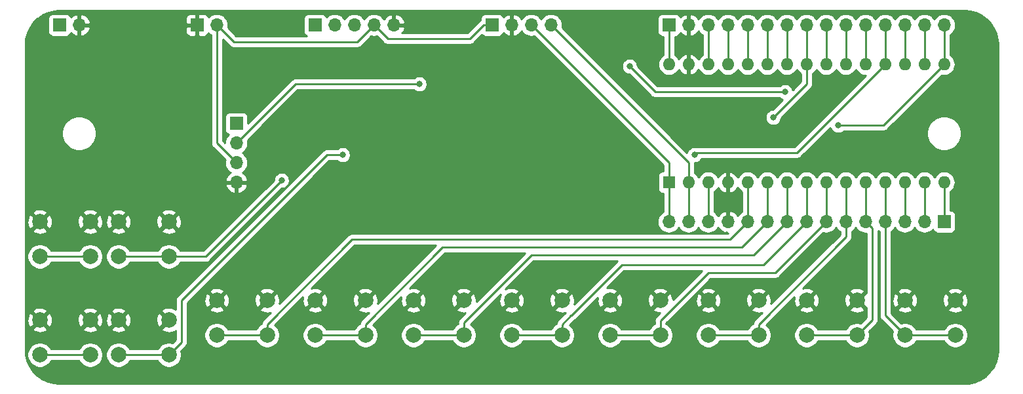
<source format=gbr>
G04 #@! TF.GenerationSoftware,KiCad,Pcbnew,(5.1.4)-1*
G04 #@! TF.CreationDate,2020-01-16T18:24:31+01:00*
G04 #@! TF.ProjectId,sinT,73696e54-2e6b-4696-9361-645f70636258,rev?*
G04 #@! TF.SameCoordinates,Original*
G04 #@! TF.FileFunction,Copper,L1,Top*
G04 #@! TF.FilePolarity,Positive*
%FSLAX46Y46*%
G04 Gerber Fmt 4.6, Leading zero omitted, Abs format (unit mm)*
G04 Created by KiCad (PCBNEW (5.1.4)-1) date 2020-01-16 18:24:31*
%MOMM*%
%LPD*%
G04 APERTURE LIST*
%ADD10O,1.700000X1.700000*%
%ADD11R,1.700000X1.700000*%
%ADD12C,2.000000*%
%ADD13O,1.600000X1.600000*%
%ADD14R,1.600000X1.600000*%
%ADD15C,0.800000*%
%ADD16C,0.250000*%
%ADD17C,0.254000*%
G04 APERTURE END LIST*
D10*
X170180000Y-129540000D03*
X172720000Y-129540000D03*
X175260000Y-129540000D03*
X177800000Y-129540000D03*
X180340000Y-129540000D03*
X182880000Y-129540000D03*
X185420000Y-129540000D03*
X187960000Y-129540000D03*
X190500000Y-129540000D03*
X193040000Y-129540000D03*
X195580000Y-129540000D03*
X198120000Y-129540000D03*
X200660000Y-129540000D03*
X203200000Y-129540000D03*
D11*
X205740000Y-129540000D03*
D10*
X111760000Y-104140000D03*
D11*
X109220000Y-104140000D03*
D10*
X154940000Y-104140000D03*
X152400000Y-104140000D03*
X149860000Y-104140000D03*
D11*
X147320000Y-104140000D03*
D10*
X93980000Y-104140000D03*
D11*
X91440000Y-104140000D03*
D10*
X205740000Y-104140000D03*
X203200000Y-104140000D03*
X200660000Y-104140000D03*
X198120000Y-104140000D03*
X195580000Y-104140000D03*
X193040000Y-104140000D03*
X190500000Y-104140000D03*
X187960000Y-104140000D03*
X185420000Y-104140000D03*
X182880000Y-104140000D03*
X180340000Y-104140000D03*
X177800000Y-104140000D03*
X175260000Y-104140000D03*
X172720000Y-104140000D03*
D11*
X170180000Y-104140000D03*
D10*
X134620000Y-104140000D03*
X132080000Y-104140000D03*
X129540000Y-104140000D03*
X127000000Y-104140000D03*
D11*
X124460000Y-104140000D03*
D12*
X105560000Y-142240000D03*
X105560000Y-146740000D03*
X99060000Y-142240000D03*
X99060000Y-146740000D03*
X105560000Y-129540000D03*
X105560000Y-134040000D03*
X99060000Y-129540000D03*
X99060000Y-134040000D03*
X95400000Y-142240000D03*
X95400000Y-146740000D03*
X88900000Y-142240000D03*
X88900000Y-146740000D03*
X95400000Y-129540000D03*
X95400000Y-134040000D03*
X88900000Y-129540000D03*
X88900000Y-134040000D03*
X207160000Y-139700000D03*
X207160000Y-144200000D03*
X200660000Y-139700000D03*
X200660000Y-144200000D03*
X194460000Y-139700000D03*
X194460000Y-144200000D03*
X187960000Y-139700000D03*
X187960000Y-144200000D03*
X181760000Y-139700000D03*
X181760000Y-144200000D03*
X175260000Y-139700000D03*
X175260000Y-144200000D03*
X169060000Y-139700000D03*
X169060000Y-144200000D03*
X162560000Y-139700000D03*
X162560000Y-144200000D03*
X156360000Y-139700000D03*
X156360000Y-144200000D03*
X149860000Y-139700000D03*
X149860000Y-144200000D03*
X143660000Y-139700000D03*
X143660000Y-144200000D03*
X137160000Y-139700000D03*
X137160000Y-144200000D03*
X130960000Y-139700000D03*
X130960000Y-144200000D03*
X124460000Y-139700000D03*
X124460000Y-144200000D03*
X118260000Y-139700000D03*
X118260000Y-144200000D03*
X111760000Y-139700000D03*
X111760000Y-144200000D03*
D10*
X114300000Y-124460000D03*
X114300000Y-121920000D03*
X114300000Y-119380000D03*
D11*
X114300000Y-116840000D03*
D13*
X205740000Y-109220000D03*
X205740000Y-124460000D03*
X170180000Y-109220000D03*
X203200000Y-124460000D03*
X172720000Y-109220000D03*
X200660000Y-124460000D03*
X175260000Y-109220000D03*
X198120000Y-124460000D03*
X177800000Y-109220000D03*
X195580000Y-124460000D03*
X180340000Y-109220000D03*
X193040000Y-124460000D03*
X182880000Y-109220000D03*
X190500000Y-124460000D03*
X185420000Y-109220000D03*
X187960000Y-124460000D03*
X187960000Y-109220000D03*
X185420000Y-124460000D03*
X190500000Y-109220000D03*
X182880000Y-124460000D03*
X193040000Y-109220000D03*
X180340000Y-124460000D03*
X195580000Y-109220000D03*
X177800000Y-124460000D03*
X198120000Y-109220000D03*
X175260000Y-124460000D03*
X200660000Y-109220000D03*
X172720000Y-124460000D03*
X203200000Y-109220000D03*
D14*
X170180000Y-124460000D03*
D15*
X192024000Y-117094000D03*
X120142000Y-124206000D03*
X137922000Y-111760000D03*
X183642000Y-116078000D03*
X165100000Y-109474000D03*
X185166000Y-112776000D03*
X173482000Y-120904000D03*
X128016000Y-120904000D03*
D16*
X205740000Y-109220000D02*
X205740000Y-104140000D01*
X196991002Y-117094000D02*
X192024000Y-117094000D01*
X205740000Y-109220000D02*
X197866000Y-117094000D01*
X197866000Y-117094000D02*
X196991002Y-117094000D01*
X110308000Y-134040000D02*
X105560000Y-134040000D01*
X120142000Y-124206000D02*
X110308000Y-134040000D01*
X99060000Y-134040000D02*
X105560000Y-134040000D01*
X205740000Y-129540000D02*
X205740000Y-124460000D01*
X88900000Y-146740000D02*
X95400000Y-146740000D01*
X170180000Y-104140000D02*
X170180000Y-109220000D01*
X203200000Y-129540000D02*
X203200000Y-124460000D01*
X172720000Y-104140000D02*
X172720000Y-109220000D01*
X177800000Y-124460000D02*
X177800000Y-129540000D01*
X200660000Y-129540000D02*
X200660000Y-124460000D01*
X90314213Y-134040000D02*
X95400000Y-134040000D01*
X88900000Y-134040000D02*
X90314213Y-134040000D01*
X198120000Y-129540000D02*
X198120000Y-124460000D01*
X200660000Y-144200000D02*
X207160000Y-144200000D01*
X198120000Y-141660000D02*
X198120000Y-129540000D01*
X200660000Y-144200000D02*
X198120000Y-141660000D01*
X195580000Y-129540000D02*
X195580000Y-124460000D01*
X187960000Y-144200000D02*
X194460000Y-144200000D01*
X196429999Y-130389999D02*
X195580000Y-129540000D01*
X196429999Y-142230001D02*
X196429999Y-130389999D01*
X194460000Y-144200000D02*
X196429999Y-142230001D01*
X180340000Y-104140000D02*
X180340000Y-109220000D01*
X193040000Y-129540000D02*
X193040000Y-124460000D01*
X175260000Y-144200000D02*
X181760000Y-144200000D01*
X193040000Y-130742081D02*
X193040000Y-129540000D01*
X193040000Y-131505787D02*
X193040000Y-130742081D01*
X181760000Y-142785787D02*
X193040000Y-131505787D01*
X181760000Y-144200000D02*
X181760000Y-142785787D01*
X182880000Y-104140000D02*
X182880000Y-109220000D01*
X190500000Y-129540000D02*
X190500000Y-124460000D01*
X162560000Y-144200000D02*
X169060000Y-144200000D01*
X169060000Y-142344000D02*
X175260000Y-136144000D01*
X169060000Y-144200000D02*
X169060000Y-142344000D01*
X183896000Y-136144000D02*
X190500000Y-129540000D01*
X175260000Y-136144000D02*
X183896000Y-136144000D01*
X185420000Y-104140000D02*
X185420000Y-109220000D01*
X121920000Y-111760000D02*
X117348000Y-116332000D01*
X137922000Y-111760000D02*
X121920000Y-111760000D01*
X117348000Y-116332000D02*
X114300000Y-119380000D01*
X187960000Y-129540000D02*
X187960000Y-124460000D01*
X149860000Y-144200000D02*
X156360000Y-144200000D01*
X182372000Y-135128000D02*
X187960000Y-129540000D01*
X164084000Y-135128000D02*
X182372000Y-135128000D01*
X157540787Y-141605000D02*
X157607000Y-141605000D01*
X156360000Y-142785787D02*
X157540787Y-141605000D01*
X156360000Y-144200000D02*
X156360000Y-142785787D01*
X157607000Y-141605000D02*
X164084000Y-135128000D01*
X187960000Y-104140000D02*
X187960000Y-109220000D01*
X183642000Y-116078000D02*
X187960000Y-111760000D01*
X187960000Y-111760000D02*
X187960000Y-109220000D01*
X185420000Y-129540000D02*
X185420000Y-124460000D01*
X137160000Y-144200000D02*
X143660000Y-144200000D01*
X181102000Y-133858000D02*
X185420000Y-129540000D01*
X152400000Y-133858000D02*
X181102000Y-133858000D01*
X143660000Y-142598000D02*
X152400000Y-133858000D01*
X143660000Y-144200000D02*
X143660000Y-142598000D01*
X190500000Y-104140000D02*
X190500000Y-109220000D01*
X165100000Y-109474000D02*
X168402000Y-112776000D01*
X168402000Y-112776000D02*
X185166000Y-112776000D01*
X182880000Y-129540000D02*
X182880000Y-124460000D01*
X124460000Y-144200000D02*
X130960000Y-144200000D01*
X179578000Y-132842000D02*
X182880000Y-129540000D01*
X140903787Y-132842000D02*
X179578000Y-132842000D01*
X130960000Y-142785787D02*
X140903787Y-132842000D01*
X130960000Y-144200000D02*
X130960000Y-142785787D01*
X193040000Y-104140000D02*
X193040000Y-109220000D01*
X180340000Y-129540000D02*
X180340000Y-124460000D01*
X180340000Y-124460000D02*
X180340000Y-125824999D01*
X111760000Y-144200000D02*
X118260000Y-144200000D01*
X118260000Y-142785787D02*
X129219787Y-131826000D01*
X118260000Y-144200000D02*
X118260000Y-142785787D01*
X178054000Y-131826000D02*
X180340000Y-129540000D01*
X129219787Y-131826000D02*
X178054000Y-131826000D01*
X195580000Y-104140000D02*
X195580000Y-109220000D01*
X198120000Y-104140000D02*
X198120000Y-109220000D01*
X173736000Y-120650000D02*
X173482000Y-120904000D01*
X198120000Y-109220000D02*
X186690000Y-120650000D01*
X186690000Y-120650000D02*
X173736000Y-120650000D01*
X99060000Y-146740000D02*
X105560000Y-146740000D01*
X125984000Y-120904000D02*
X128016000Y-120904000D01*
X107188000Y-139700000D02*
X125984000Y-120904000D01*
X105560000Y-146740000D02*
X107188000Y-145112000D01*
X107188000Y-145112000D02*
X107188000Y-139700000D01*
X200660000Y-104140000D02*
X200660000Y-109220000D01*
X172720000Y-129540000D02*
X172720000Y-124460000D01*
X172720000Y-121920000D02*
X154940000Y-104140000D01*
X172720000Y-124460000D02*
X172720000Y-121920000D01*
X203200000Y-104140000D02*
X203200000Y-109220000D01*
X170180000Y-129540000D02*
X170180000Y-124460000D01*
X170180000Y-121920000D02*
X152400000Y-104140000D01*
X170180000Y-129540000D02*
X170180000Y-121920000D01*
X177800000Y-104140000D02*
X177800000Y-109220000D01*
X111760000Y-119380000D02*
X114300000Y-121920000D01*
X111760000Y-104140000D02*
X111760000Y-119380000D01*
X129888999Y-106331001D02*
X132080000Y-104140000D01*
X113951001Y-106331001D02*
X129888999Y-106331001D01*
X111760000Y-104140000D02*
X113951001Y-106331001D01*
X146220000Y-104140000D02*
X147320000Y-104140000D01*
X144442000Y-105918000D02*
X146220000Y-104140000D01*
X133858000Y-105918000D02*
X144442000Y-105918000D01*
X132080000Y-104140000D02*
X133858000Y-105918000D01*
X175260000Y-104140000D02*
X175260000Y-109220000D01*
X175260000Y-129540000D02*
X175260000Y-124460000D01*
D17*
G36*
X91305717Y-102275088D02*
G01*
X91406353Y-102285000D01*
X208313647Y-102285000D01*
X208414283Y-102275088D01*
X208415507Y-102274717D01*
X209062249Y-102332437D01*
X209819774Y-102539672D01*
X210528625Y-102877777D01*
X211166404Y-103336067D01*
X211712946Y-103900055D01*
X212150977Y-104551913D01*
X212466651Y-105271038D01*
X212651206Y-106039768D01*
X212687689Y-106536564D01*
X212684912Y-106545718D01*
X212675000Y-106646354D01*
X212675001Y-146083647D01*
X212684913Y-146184283D01*
X212685283Y-146185504D01*
X212627563Y-146832249D01*
X212420328Y-147589774D01*
X212082221Y-148298627D01*
X211623928Y-148936410D01*
X211059945Y-149482946D01*
X210408085Y-149920978D01*
X209688963Y-150236651D01*
X208920232Y-150421206D01*
X208423437Y-150457689D01*
X208414283Y-150454912D01*
X208313647Y-150445000D01*
X91406353Y-150445000D01*
X91305717Y-150454912D01*
X91304493Y-150455283D01*
X90657751Y-150397563D01*
X89900226Y-150190328D01*
X89191373Y-149852221D01*
X88553590Y-149393928D01*
X88007054Y-148829945D01*
X87569022Y-148178085D01*
X87253349Y-147458963D01*
X87068794Y-146690232D01*
X87060624Y-146578967D01*
X87265000Y-146578967D01*
X87265000Y-146901033D01*
X87327832Y-147216912D01*
X87451082Y-147514463D01*
X87630013Y-147782252D01*
X87857748Y-148009987D01*
X88125537Y-148188918D01*
X88423088Y-148312168D01*
X88738967Y-148375000D01*
X89061033Y-148375000D01*
X89376912Y-148312168D01*
X89674463Y-148188918D01*
X89942252Y-148009987D01*
X90169987Y-147782252D01*
X90348918Y-147514463D01*
X90354909Y-147500000D01*
X93945091Y-147500000D01*
X93951082Y-147514463D01*
X94130013Y-147782252D01*
X94357748Y-148009987D01*
X94625537Y-148188918D01*
X94923088Y-148312168D01*
X95238967Y-148375000D01*
X95561033Y-148375000D01*
X95876912Y-148312168D01*
X96174463Y-148188918D01*
X96442252Y-148009987D01*
X96669987Y-147782252D01*
X96848918Y-147514463D01*
X96972168Y-147216912D01*
X97035000Y-146901033D01*
X97035000Y-146578967D01*
X97425000Y-146578967D01*
X97425000Y-146901033D01*
X97487832Y-147216912D01*
X97611082Y-147514463D01*
X97790013Y-147782252D01*
X98017748Y-148009987D01*
X98285537Y-148188918D01*
X98583088Y-148312168D01*
X98898967Y-148375000D01*
X99221033Y-148375000D01*
X99536912Y-148312168D01*
X99834463Y-148188918D01*
X100102252Y-148009987D01*
X100329987Y-147782252D01*
X100508918Y-147514463D01*
X100514909Y-147500000D01*
X104105091Y-147500000D01*
X104111082Y-147514463D01*
X104290013Y-147782252D01*
X104517748Y-148009987D01*
X104785537Y-148188918D01*
X105083088Y-148312168D01*
X105398967Y-148375000D01*
X105721033Y-148375000D01*
X106036912Y-148312168D01*
X106334463Y-148188918D01*
X106602252Y-148009987D01*
X106829987Y-147782252D01*
X107008918Y-147514463D01*
X107132168Y-147216912D01*
X107195000Y-146901033D01*
X107195000Y-146578967D01*
X107132168Y-146263088D01*
X107126177Y-146248625D01*
X107699004Y-145675798D01*
X107728001Y-145652001D01*
X107822974Y-145536276D01*
X107893546Y-145404247D01*
X107937003Y-145260986D01*
X107948000Y-145149333D01*
X107948000Y-145149325D01*
X107951676Y-145112000D01*
X107948000Y-145074675D01*
X107948000Y-144038967D01*
X110125000Y-144038967D01*
X110125000Y-144361033D01*
X110187832Y-144676912D01*
X110311082Y-144974463D01*
X110490013Y-145242252D01*
X110717748Y-145469987D01*
X110985537Y-145648918D01*
X111283088Y-145772168D01*
X111598967Y-145835000D01*
X111921033Y-145835000D01*
X112236912Y-145772168D01*
X112534463Y-145648918D01*
X112802252Y-145469987D01*
X113029987Y-145242252D01*
X113208918Y-144974463D01*
X113214909Y-144960000D01*
X116805091Y-144960000D01*
X116811082Y-144974463D01*
X116990013Y-145242252D01*
X117217748Y-145469987D01*
X117485537Y-145648918D01*
X117783088Y-145772168D01*
X118098967Y-145835000D01*
X118421033Y-145835000D01*
X118736912Y-145772168D01*
X119034463Y-145648918D01*
X119302252Y-145469987D01*
X119529987Y-145242252D01*
X119708918Y-144974463D01*
X119832168Y-144676912D01*
X119895000Y-144361033D01*
X119895000Y-144038967D01*
X119832168Y-143723088D01*
X119708918Y-143425537D01*
X119529987Y-143157748D01*
X119302252Y-142930013D01*
X119235307Y-142885281D01*
X121285175Y-140835413D01*
X123504192Y-140835413D01*
X123599956Y-141099814D01*
X123889571Y-141240704D01*
X124201108Y-141322384D01*
X124522595Y-141341718D01*
X124841675Y-141297961D01*
X125146088Y-141192795D01*
X125320044Y-141099814D01*
X125415808Y-140835413D01*
X124460000Y-139879605D01*
X123504192Y-140835413D01*
X121285175Y-140835413D01*
X122893810Y-139226779D01*
X122837616Y-139441108D01*
X122818282Y-139762595D01*
X122862039Y-140081675D01*
X122967205Y-140386088D01*
X123060186Y-140560044D01*
X123324587Y-140655808D01*
X124280395Y-139700000D01*
X124639605Y-139700000D01*
X125595413Y-140655808D01*
X125859814Y-140560044D01*
X126000704Y-140270429D01*
X126082384Y-139958892D01*
X126094189Y-139762595D01*
X129318282Y-139762595D01*
X129362039Y-140081675D01*
X129467205Y-140386088D01*
X129560186Y-140560044D01*
X129824587Y-140655808D01*
X130780395Y-139700000D01*
X129824587Y-138744192D01*
X129560186Y-138839956D01*
X129419296Y-139129571D01*
X129337616Y-139441108D01*
X129318282Y-139762595D01*
X126094189Y-139762595D01*
X126101718Y-139637405D01*
X126057961Y-139318325D01*
X125952795Y-139013912D01*
X125859814Y-138839956D01*
X125595413Y-138744192D01*
X124639605Y-139700000D01*
X124280395Y-139700000D01*
X124266253Y-139685858D01*
X124445858Y-139506253D01*
X124460000Y-139520395D01*
X125415808Y-138564587D01*
X130004192Y-138564587D01*
X130960000Y-139520395D01*
X131915808Y-138564587D01*
X131820044Y-138300186D01*
X131530429Y-138159296D01*
X131218892Y-138077616D01*
X130897405Y-138058282D01*
X130578325Y-138102039D01*
X130273912Y-138207205D01*
X130099956Y-138300186D01*
X130004192Y-138564587D01*
X125415808Y-138564587D01*
X125320044Y-138300186D01*
X125030429Y-138159296D01*
X124718892Y-138077616D01*
X124397405Y-138058282D01*
X124078325Y-138102039D01*
X123987000Y-138133589D01*
X129534590Y-132586000D01*
X140084984Y-132586000D01*
X132536292Y-140134694D01*
X132582384Y-139958892D01*
X132601718Y-139637405D01*
X132557961Y-139318325D01*
X132452795Y-139013912D01*
X132359814Y-138839956D01*
X132095413Y-138744192D01*
X131139605Y-139700000D01*
X131153748Y-139714143D01*
X130974143Y-139893748D01*
X130960000Y-139879605D01*
X130004192Y-140835413D01*
X130099956Y-141099814D01*
X130389571Y-141240704D01*
X130701108Y-141322384D01*
X131022595Y-141341718D01*
X131341675Y-141297961D01*
X131389572Y-141281414D01*
X130448998Y-142221988D01*
X130420000Y-142245786D01*
X130396202Y-142274784D01*
X130396201Y-142274785D01*
X130325026Y-142361511D01*
X130254454Y-142493541D01*
X130232778Y-142565000D01*
X130211167Y-142636246D01*
X130210998Y-142636802D01*
X130200346Y-142744948D01*
X130185537Y-142751082D01*
X129917748Y-142930013D01*
X129690013Y-143157748D01*
X129511082Y-143425537D01*
X129505091Y-143440000D01*
X125914909Y-143440000D01*
X125908918Y-143425537D01*
X125729987Y-143157748D01*
X125502252Y-142930013D01*
X125234463Y-142751082D01*
X124936912Y-142627832D01*
X124621033Y-142565000D01*
X124298967Y-142565000D01*
X123983088Y-142627832D01*
X123685537Y-142751082D01*
X123417748Y-142930013D01*
X123190013Y-143157748D01*
X123011082Y-143425537D01*
X122887832Y-143723088D01*
X122825000Y-144038967D01*
X122825000Y-144361033D01*
X122887832Y-144676912D01*
X123011082Y-144974463D01*
X123190013Y-145242252D01*
X123417748Y-145469987D01*
X123685537Y-145648918D01*
X123983088Y-145772168D01*
X124298967Y-145835000D01*
X124621033Y-145835000D01*
X124936912Y-145772168D01*
X125234463Y-145648918D01*
X125502252Y-145469987D01*
X125729987Y-145242252D01*
X125908918Y-144974463D01*
X125914909Y-144960000D01*
X129505091Y-144960000D01*
X129511082Y-144974463D01*
X129690013Y-145242252D01*
X129917748Y-145469987D01*
X130185537Y-145648918D01*
X130483088Y-145772168D01*
X130798967Y-145835000D01*
X131121033Y-145835000D01*
X131436912Y-145772168D01*
X131734463Y-145648918D01*
X132002252Y-145469987D01*
X132229987Y-145242252D01*
X132408918Y-144974463D01*
X132532168Y-144676912D01*
X132595000Y-144361033D01*
X132595000Y-144038967D01*
X132532168Y-143723088D01*
X132408918Y-143425537D01*
X132229987Y-143157748D01*
X132002252Y-142930013D01*
X131935307Y-142885281D01*
X133985175Y-140835413D01*
X136204192Y-140835413D01*
X136299956Y-141099814D01*
X136589571Y-141240704D01*
X136901108Y-141322384D01*
X137222595Y-141341718D01*
X137541675Y-141297961D01*
X137846088Y-141192795D01*
X138020044Y-141099814D01*
X138115808Y-140835413D01*
X137160000Y-139879605D01*
X136204192Y-140835413D01*
X133985175Y-140835413D01*
X135593810Y-139226779D01*
X135537616Y-139441108D01*
X135518282Y-139762595D01*
X135562039Y-140081675D01*
X135667205Y-140386088D01*
X135760186Y-140560044D01*
X136024587Y-140655808D01*
X136980395Y-139700000D01*
X137339605Y-139700000D01*
X138295413Y-140655808D01*
X138559814Y-140560044D01*
X138700704Y-140270429D01*
X138782384Y-139958892D01*
X138794189Y-139762595D01*
X142018282Y-139762595D01*
X142062039Y-140081675D01*
X142167205Y-140386088D01*
X142260186Y-140560044D01*
X142524587Y-140655808D01*
X143480395Y-139700000D01*
X142524587Y-138744192D01*
X142260186Y-138839956D01*
X142119296Y-139129571D01*
X142037616Y-139441108D01*
X142018282Y-139762595D01*
X138794189Y-139762595D01*
X138801718Y-139637405D01*
X138757961Y-139318325D01*
X138652795Y-139013912D01*
X138559814Y-138839956D01*
X138295413Y-138744192D01*
X137339605Y-139700000D01*
X136980395Y-139700000D01*
X136966253Y-139685858D01*
X137145858Y-139506253D01*
X137160000Y-139520395D01*
X138115808Y-138564587D01*
X142704192Y-138564587D01*
X143660000Y-139520395D01*
X144615808Y-138564587D01*
X144520044Y-138300186D01*
X144230429Y-138159296D01*
X143918892Y-138077616D01*
X143597405Y-138058282D01*
X143278325Y-138102039D01*
X142973912Y-138207205D01*
X142799956Y-138300186D01*
X142704192Y-138564587D01*
X138115808Y-138564587D01*
X138020044Y-138300186D01*
X137730429Y-138159296D01*
X137418892Y-138077616D01*
X137097405Y-138058282D01*
X136778325Y-138102039D01*
X136687000Y-138133589D01*
X141218590Y-133602000D01*
X151581198Y-133602000D01*
X145286100Y-139897099D01*
X145301718Y-139637405D01*
X145257961Y-139318325D01*
X145152795Y-139013912D01*
X145059814Y-138839956D01*
X144795413Y-138744192D01*
X143839605Y-139700000D01*
X143853748Y-139714143D01*
X143674143Y-139893748D01*
X143660000Y-139879605D01*
X142704192Y-140835413D01*
X142799956Y-141099814D01*
X143089571Y-141240704D01*
X143401108Y-141322384D01*
X143722595Y-141341718D01*
X143860375Y-141322823D01*
X143148998Y-142034201D01*
X143120000Y-142057999D01*
X143096202Y-142086997D01*
X143096201Y-142086998D01*
X143025026Y-142173724D01*
X142954454Y-142305754D01*
X142910998Y-142449015D01*
X142896324Y-142598000D01*
X142900001Y-142635332D01*
X142900001Y-142745091D01*
X142885537Y-142751082D01*
X142617748Y-142930013D01*
X142390013Y-143157748D01*
X142211082Y-143425537D01*
X142205091Y-143440000D01*
X138614909Y-143440000D01*
X138608918Y-143425537D01*
X138429987Y-143157748D01*
X138202252Y-142930013D01*
X137934463Y-142751082D01*
X137636912Y-142627832D01*
X137321033Y-142565000D01*
X136998967Y-142565000D01*
X136683088Y-142627832D01*
X136385537Y-142751082D01*
X136117748Y-142930013D01*
X135890013Y-143157748D01*
X135711082Y-143425537D01*
X135587832Y-143723088D01*
X135525000Y-144038967D01*
X135525000Y-144361033D01*
X135587832Y-144676912D01*
X135711082Y-144974463D01*
X135890013Y-145242252D01*
X136117748Y-145469987D01*
X136385537Y-145648918D01*
X136683088Y-145772168D01*
X136998967Y-145835000D01*
X137321033Y-145835000D01*
X137636912Y-145772168D01*
X137934463Y-145648918D01*
X138202252Y-145469987D01*
X138429987Y-145242252D01*
X138608918Y-144974463D01*
X138614909Y-144960000D01*
X142205091Y-144960000D01*
X142211082Y-144974463D01*
X142390013Y-145242252D01*
X142617748Y-145469987D01*
X142885537Y-145648918D01*
X143183088Y-145772168D01*
X143498967Y-145835000D01*
X143821033Y-145835000D01*
X144136912Y-145772168D01*
X144434463Y-145648918D01*
X144702252Y-145469987D01*
X144929987Y-145242252D01*
X145108918Y-144974463D01*
X145232168Y-144676912D01*
X145295000Y-144361033D01*
X145295000Y-144038967D01*
X145232168Y-143723088D01*
X145108918Y-143425537D01*
X144929987Y-143157748D01*
X144702252Y-142930013D01*
X144522737Y-142810065D01*
X146497388Y-140835413D01*
X148904192Y-140835413D01*
X148999956Y-141099814D01*
X149289571Y-141240704D01*
X149601108Y-141322384D01*
X149922595Y-141341718D01*
X150241675Y-141297961D01*
X150546088Y-141192795D01*
X150720044Y-141099814D01*
X150815808Y-140835413D01*
X149860000Y-139879605D01*
X148904192Y-140835413D01*
X146497388Y-140835413D01*
X148429247Y-138903554D01*
X148319296Y-139129571D01*
X148237616Y-139441108D01*
X148218282Y-139762595D01*
X148262039Y-140081675D01*
X148367205Y-140386088D01*
X148460186Y-140560044D01*
X148724587Y-140655808D01*
X149680395Y-139700000D01*
X150039605Y-139700000D01*
X150995413Y-140655808D01*
X151259814Y-140560044D01*
X151400704Y-140270429D01*
X151482384Y-139958892D01*
X151494189Y-139762595D01*
X154718282Y-139762595D01*
X154762039Y-140081675D01*
X154867205Y-140386088D01*
X154960186Y-140560044D01*
X155224587Y-140655808D01*
X156180395Y-139700000D01*
X155224587Y-138744192D01*
X154960186Y-138839956D01*
X154819296Y-139129571D01*
X154737616Y-139441108D01*
X154718282Y-139762595D01*
X151494189Y-139762595D01*
X151501718Y-139637405D01*
X151457961Y-139318325D01*
X151352795Y-139013912D01*
X151259814Y-138839956D01*
X150995413Y-138744192D01*
X150039605Y-139700000D01*
X149680395Y-139700000D01*
X149666253Y-139685858D01*
X149845858Y-139506253D01*
X149860000Y-139520395D01*
X150815808Y-138564587D01*
X155404192Y-138564587D01*
X156360000Y-139520395D01*
X157315808Y-138564587D01*
X157220044Y-138300186D01*
X156930429Y-138159296D01*
X156618892Y-138077616D01*
X156297405Y-138058282D01*
X155978325Y-138102039D01*
X155673912Y-138207205D01*
X155499956Y-138300186D01*
X155404192Y-138564587D01*
X150815808Y-138564587D01*
X150720044Y-138300186D01*
X150430429Y-138159296D01*
X150118892Y-138077616D01*
X149797405Y-138058282D01*
X149478325Y-138102039D01*
X149173912Y-138207205D01*
X149070117Y-138262684D01*
X152714802Y-134618000D01*
X163519198Y-134618000D01*
X157912763Y-140224436D01*
X157982384Y-139958892D01*
X158001718Y-139637405D01*
X157957961Y-139318325D01*
X157852795Y-139013912D01*
X157759814Y-138839956D01*
X157495413Y-138744192D01*
X156539605Y-139700000D01*
X156553748Y-139714143D01*
X156374143Y-139893748D01*
X156360000Y-139879605D01*
X155404192Y-140835413D01*
X155499956Y-141099814D01*
X155789571Y-141240704D01*
X156101108Y-141322384D01*
X156422595Y-141341718D01*
X156741675Y-141297961D01*
X156789571Y-141281414D01*
X155848998Y-142221988D01*
X155820000Y-142245786D01*
X155796202Y-142274784D01*
X155796201Y-142274785D01*
X155725026Y-142361511D01*
X155654454Y-142493541D01*
X155632778Y-142565000D01*
X155611167Y-142636246D01*
X155610998Y-142636802D01*
X155600346Y-142744948D01*
X155585537Y-142751082D01*
X155317748Y-142930013D01*
X155090013Y-143157748D01*
X154911082Y-143425537D01*
X154905091Y-143440000D01*
X151314909Y-143440000D01*
X151308918Y-143425537D01*
X151129987Y-143157748D01*
X150902252Y-142930013D01*
X150634463Y-142751082D01*
X150336912Y-142627832D01*
X150021033Y-142565000D01*
X149698967Y-142565000D01*
X149383088Y-142627832D01*
X149085537Y-142751082D01*
X148817748Y-142930013D01*
X148590013Y-143157748D01*
X148411082Y-143425537D01*
X148287832Y-143723088D01*
X148225000Y-144038967D01*
X148225000Y-144361033D01*
X148287832Y-144676912D01*
X148411082Y-144974463D01*
X148590013Y-145242252D01*
X148817748Y-145469987D01*
X149085537Y-145648918D01*
X149383088Y-145772168D01*
X149698967Y-145835000D01*
X150021033Y-145835000D01*
X150336912Y-145772168D01*
X150634463Y-145648918D01*
X150902252Y-145469987D01*
X151129987Y-145242252D01*
X151308918Y-144974463D01*
X151314909Y-144960000D01*
X154905091Y-144960000D01*
X154911082Y-144974463D01*
X155090013Y-145242252D01*
X155317748Y-145469987D01*
X155585537Y-145648918D01*
X155883088Y-145772168D01*
X156198967Y-145835000D01*
X156521033Y-145835000D01*
X156836912Y-145772168D01*
X157134463Y-145648918D01*
X157402252Y-145469987D01*
X157629987Y-145242252D01*
X157808918Y-144974463D01*
X157932168Y-144676912D01*
X157995000Y-144361033D01*
X157995000Y-144038967D01*
X157932168Y-143723088D01*
X157808918Y-143425537D01*
X157629987Y-143157748D01*
X157402252Y-142930013D01*
X157335307Y-142885282D01*
X157922440Y-142298149D01*
X158031276Y-142239974D01*
X158147001Y-142145001D01*
X158170804Y-142115997D01*
X159451388Y-140835413D01*
X161604192Y-140835413D01*
X161699956Y-141099814D01*
X161989571Y-141240704D01*
X162301108Y-141322384D01*
X162622595Y-141341718D01*
X162941675Y-141297961D01*
X163246088Y-141192795D01*
X163420044Y-141099814D01*
X163515808Y-140835413D01*
X162560000Y-139879605D01*
X161604192Y-140835413D01*
X159451388Y-140835413D01*
X160970281Y-139316521D01*
X160937616Y-139441108D01*
X160918282Y-139762595D01*
X160962039Y-140081675D01*
X161067205Y-140386088D01*
X161160186Y-140560044D01*
X161424587Y-140655808D01*
X162380395Y-139700000D01*
X162739605Y-139700000D01*
X163695413Y-140655808D01*
X163959814Y-140560044D01*
X164100704Y-140270429D01*
X164182384Y-139958892D01*
X164194189Y-139762595D01*
X167418282Y-139762595D01*
X167462039Y-140081675D01*
X167567205Y-140386088D01*
X167660186Y-140560044D01*
X167924587Y-140655808D01*
X168880395Y-139700000D01*
X167924587Y-138744192D01*
X167660186Y-138839956D01*
X167519296Y-139129571D01*
X167437616Y-139441108D01*
X167418282Y-139762595D01*
X164194189Y-139762595D01*
X164201718Y-139637405D01*
X164157961Y-139318325D01*
X164052795Y-139013912D01*
X163959814Y-138839956D01*
X163695413Y-138744192D01*
X162739605Y-139700000D01*
X162380395Y-139700000D01*
X162366253Y-139685858D01*
X162545858Y-139506253D01*
X162560000Y-139520395D01*
X163515808Y-138564587D01*
X168104192Y-138564587D01*
X169060000Y-139520395D01*
X170015808Y-138564587D01*
X169920044Y-138300186D01*
X169630429Y-138159296D01*
X169318892Y-138077616D01*
X168997405Y-138058282D01*
X168678325Y-138102039D01*
X168373912Y-138207205D01*
X168199956Y-138300186D01*
X168104192Y-138564587D01*
X163515808Y-138564587D01*
X163420044Y-138300186D01*
X163130429Y-138159296D01*
X162818892Y-138077616D01*
X162497405Y-138058282D01*
X162185786Y-138101016D01*
X164398802Y-135888000D01*
X174441198Y-135888000D01*
X170700521Y-139628677D01*
X170657961Y-139318325D01*
X170552795Y-139013912D01*
X170459814Y-138839956D01*
X170195413Y-138744192D01*
X169239605Y-139700000D01*
X169253748Y-139714143D01*
X169074143Y-139893748D01*
X169060000Y-139879605D01*
X168104192Y-140835413D01*
X168199956Y-141099814D01*
X168489571Y-141240704D01*
X168801108Y-141322384D01*
X168995146Y-141334053D01*
X168548998Y-141780201D01*
X168520000Y-141803999D01*
X168496202Y-141832997D01*
X168496201Y-141832998D01*
X168425026Y-141919724D01*
X168354454Y-142051754D01*
X168310998Y-142195015D01*
X168296324Y-142344000D01*
X168300001Y-142381332D01*
X168300001Y-142745091D01*
X168285537Y-142751082D01*
X168017748Y-142930013D01*
X167790013Y-143157748D01*
X167611082Y-143425537D01*
X167605091Y-143440000D01*
X164014909Y-143440000D01*
X164008918Y-143425537D01*
X163829987Y-143157748D01*
X163602252Y-142930013D01*
X163334463Y-142751082D01*
X163036912Y-142627832D01*
X162721033Y-142565000D01*
X162398967Y-142565000D01*
X162083088Y-142627832D01*
X161785537Y-142751082D01*
X161517748Y-142930013D01*
X161290013Y-143157748D01*
X161111082Y-143425537D01*
X160987832Y-143723088D01*
X160925000Y-144038967D01*
X160925000Y-144361033D01*
X160987832Y-144676912D01*
X161111082Y-144974463D01*
X161290013Y-145242252D01*
X161517748Y-145469987D01*
X161785537Y-145648918D01*
X162083088Y-145772168D01*
X162398967Y-145835000D01*
X162721033Y-145835000D01*
X163036912Y-145772168D01*
X163334463Y-145648918D01*
X163602252Y-145469987D01*
X163829987Y-145242252D01*
X164008918Y-144974463D01*
X164014909Y-144960000D01*
X167605091Y-144960000D01*
X167611082Y-144974463D01*
X167790013Y-145242252D01*
X168017748Y-145469987D01*
X168285537Y-145648918D01*
X168583088Y-145772168D01*
X168898967Y-145835000D01*
X169221033Y-145835000D01*
X169536912Y-145772168D01*
X169834463Y-145648918D01*
X170102252Y-145469987D01*
X170329987Y-145242252D01*
X170508918Y-144974463D01*
X170632168Y-144676912D01*
X170695000Y-144361033D01*
X170695000Y-144038967D01*
X170632168Y-143723088D01*
X170508918Y-143425537D01*
X170329987Y-143157748D01*
X170102252Y-142930013D01*
X169834463Y-142751082D01*
X169820000Y-142745091D01*
X169820000Y-142658801D01*
X171643388Y-140835413D01*
X174304192Y-140835413D01*
X174399956Y-141099814D01*
X174689571Y-141240704D01*
X175001108Y-141322384D01*
X175322595Y-141341718D01*
X175641675Y-141297961D01*
X175946088Y-141192795D01*
X176120044Y-141099814D01*
X176215808Y-140835413D01*
X175260000Y-139879605D01*
X174304192Y-140835413D01*
X171643388Y-140835413D01*
X172716206Y-139762595D01*
X173618282Y-139762595D01*
X173662039Y-140081675D01*
X173767205Y-140386088D01*
X173860186Y-140560044D01*
X174124587Y-140655808D01*
X175080395Y-139700000D01*
X175439605Y-139700000D01*
X176395413Y-140655808D01*
X176659814Y-140560044D01*
X176800704Y-140270429D01*
X176882384Y-139958892D01*
X176894189Y-139762595D01*
X180118282Y-139762595D01*
X180162039Y-140081675D01*
X180267205Y-140386088D01*
X180360186Y-140560044D01*
X180624587Y-140655808D01*
X181580395Y-139700000D01*
X180624587Y-138744192D01*
X180360186Y-138839956D01*
X180219296Y-139129571D01*
X180137616Y-139441108D01*
X180118282Y-139762595D01*
X176894189Y-139762595D01*
X176901718Y-139637405D01*
X176857961Y-139318325D01*
X176752795Y-139013912D01*
X176659814Y-138839956D01*
X176395413Y-138744192D01*
X175439605Y-139700000D01*
X175080395Y-139700000D01*
X174124587Y-138744192D01*
X173860186Y-138839956D01*
X173719296Y-139129571D01*
X173637616Y-139441108D01*
X173618282Y-139762595D01*
X172716206Y-139762595D01*
X173914214Y-138564587D01*
X174304192Y-138564587D01*
X175260000Y-139520395D01*
X176215808Y-138564587D01*
X180804192Y-138564587D01*
X181760000Y-139520395D01*
X182715808Y-138564587D01*
X182620044Y-138300186D01*
X182330429Y-138159296D01*
X182018892Y-138077616D01*
X181697405Y-138058282D01*
X181378325Y-138102039D01*
X181073912Y-138207205D01*
X180899956Y-138300186D01*
X180804192Y-138564587D01*
X176215808Y-138564587D01*
X176120044Y-138300186D01*
X175830429Y-138159296D01*
X175518892Y-138077616D01*
X175197405Y-138058282D01*
X174878325Y-138102039D01*
X174573912Y-138207205D01*
X174399956Y-138300186D01*
X174304192Y-138564587D01*
X173914214Y-138564587D01*
X175574802Y-136904000D01*
X183858678Y-136904000D01*
X183896000Y-136907676D01*
X183933322Y-136904000D01*
X183933333Y-136904000D01*
X184044986Y-136893003D01*
X184188247Y-136849546D01*
X184320276Y-136778974D01*
X184436001Y-136684001D01*
X184459804Y-136654997D01*
X190134005Y-130980797D01*
X190208889Y-131003513D01*
X190427050Y-131025000D01*
X190572950Y-131025000D01*
X190791111Y-131003513D01*
X191071034Y-130918599D01*
X191329014Y-130780706D01*
X191555134Y-130595134D01*
X191740706Y-130369014D01*
X191770000Y-130314209D01*
X191799294Y-130369014D01*
X191984866Y-130595134D01*
X192210986Y-130780706D01*
X192280000Y-130817595D01*
X192280000Y-131190985D01*
X183336291Y-140134694D01*
X183382384Y-139958892D01*
X183401718Y-139637405D01*
X183357961Y-139318325D01*
X183252795Y-139013912D01*
X183159814Y-138839956D01*
X182895413Y-138744192D01*
X181939605Y-139700000D01*
X181953748Y-139714143D01*
X181774143Y-139893748D01*
X181760000Y-139879605D01*
X180804192Y-140835413D01*
X180899956Y-141099814D01*
X181189571Y-141240704D01*
X181501108Y-141322384D01*
X181822595Y-141341718D01*
X182141675Y-141297961D01*
X182189572Y-141281414D01*
X181248998Y-142221988D01*
X181220000Y-142245786D01*
X181196202Y-142274784D01*
X181196201Y-142274785D01*
X181125026Y-142361511D01*
X181054454Y-142493541D01*
X181032778Y-142565000D01*
X181011167Y-142636246D01*
X181010998Y-142636802D01*
X181000346Y-142744948D01*
X180985537Y-142751082D01*
X180717748Y-142930013D01*
X180490013Y-143157748D01*
X180311082Y-143425537D01*
X180305091Y-143440000D01*
X176714909Y-143440000D01*
X176708918Y-143425537D01*
X176529987Y-143157748D01*
X176302252Y-142930013D01*
X176034463Y-142751082D01*
X175736912Y-142627832D01*
X175421033Y-142565000D01*
X175098967Y-142565000D01*
X174783088Y-142627832D01*
X174485537Y-142751082D01*
X174217748Y-142930013D01*
X173990013Y-143157748D01*
X173811082Y-143425537D01*
X173687832Y-143723088D01*
X173625000Y-144038967D01*
X173625000Y-144361033D01*
X173687832Y-144676912D01*
X173811082Y-144974463D01*
X173990013Y-145242252D01*
X174217748Y-145469987D01*
X174485537Y-145648918D01*
X174783088Y-145772168D01*
X175098967Y-145835000D01*
X175421033Y-145835000D01*
X175736912Y-145772168D01*
X176034463Y-145648918D01*
X176302252Y-145469987D01*
X176529987Y-145242252D01*
X176708918Y-144974463D01*
X176714909Y-144960000D01*
X180305091Y-144960000D01*
X180311082Y-144974463D01*
X180490013Y-145242252D01*
X180717748Y-145469987D01*
X180985537Y-145648918D01*
X181283088Y-145772168D01*
X181598967Y-145835000D01*
X181921033Y-145835000D01*
X182236912Y-145772168D01*
X182534463Y-145648918D01*
X182802252Y-145469987D01*
X183029987Y-145242252D01*
X183208918Y-144974463D01*
X183332168Y-144676912D01*
X183395000Y-144361033D01*
X183395000Y-144038967D01*
X183332168Y-143723088D01*
X183208918Y-143425537D01*
X183029987Y-143157748D01*
X182802252Y-142930013D01*
X182735307Y-142885281D01*
X184785175Y-140835413D01*
X187004192Y-140835413D01*
X187099956Y-141099814D01*
X187389571Y-141240704D01*
X187701108Y-141322384D01*
X188022595Y-141341718D01*
X188341675Y-141297961D01*
X188646088Y-141192795D01*
X188820044Y-141099814D01*
X188915808Y-140835413D01*
X193504192Y-140835413D01*
X193599956Y-141099814D01*
X193889571Y-141240704D01*
X194201108Y-141322384D01*
X194522595Y-141341718D01*
X194841675Y-141297961D01*
X195146088Y-141192795D01*
X195320044Y-141099814D01*
X195415808Y-140835413D01*
X194460000Y-139879605D01*
X193504192Y-140835413D01*
X188915808Y-140835413D01*
X187960000Y-139879605D01*
X187004192Y-140835413D01*
X184785175Y-140835413D01*
X186393810Y-139226779D01*
X186337616Y-139441108D01*
X186318282Y-139762595D01*
X186362039Y-140081675D01*
X186467205Y-140386088D01*
X186560186Y-140560044D01*
X186824587Y-140655808D01*
X187780395Y-139700000D01*
X188139605Y-139700000D01*
X189095413Y-140655808D01*
X189359814Y-140560044D01*
X189500704Y-140270429D01*
X189582384Y-139958892D01*
X189594189Y-139762595D01*
X192818282Y-139762595D01*
X192862039Y-140081675D01*
X192967205Y-140386088D01*
X193060186Y-140560044D01*
X193324587Y-140655808D01*
X194280395Y-139700000D01*
X193324587Y-138744192D01*
X193060186Y-138839956D01*
X192919296Y-139129571D01*
X192837616Y-139441108D01*
X192818282Y-139762595D01*
X189594189Y-139762595D01*
X189601718Y-139637405D01*
X189557961Y-139318325D01*
X189452795Y-139013912D01*
X189359814Y-138839956D01*
X189095413Y-138744192D01*
X188139605Y-139700000D01*
X187780395Y-139700000D01*
X187766253Y-139685858D01*
X187945858Y-139506253D01*
X187960000Y-139520395D01*
X188915808Y-138564587D01*
X193504192Y-138564587D01*
X194460000Y-139520395D01*
X195415808Y-138564587D01*
X195320044Y-138300186D01*
X195030429Y-138159296D01*
X194718892Y-138077616D01*
X194397405Y-138058282D01*
X194078325Y-138102039D01*
X193773912Y-138207205D01*
X193599956Y-138300186D01*
X193504192Y-138564587D01*
X188915808Y-138564587D01*
X188820044Y-138300186D01*
X188530429Y-138159296D01*
X188218892Y-138077616D01*
X187897405Y-138058282D01*
X187578325Y-138102039D01*
X187486999Y-138133590D01*
X193551004Y-132069585D01*
X193580001Y-132045788D01*
X193638107Y-131974986D01*
X193674974Y-131930064D01*
X193745546Y-131798034D01*
X193745546Y-131798033D01*
X193789003Y-131654773D01*
X193800000Y-131543120D01*
X193800000Y-131543110D01*
X193803676Y-131505787D01*
X193800000Y-131468465D01*
X193800000Y-130817595D01*
X193869014Y-130780706D01*
X194095134Y-130595134D01*
X194280706Y-130369014D01*
X194310000Y-130314209D01*
X194339294Y-130369014D01*
X194524866Y-130595134D01*
X194750986Y-130780706D01*
X195008966Y-130918599D01*
X195288889Y-131003513D01*
X195507050Y-131025000D01*
X195652950Y-131025000D01*
X195670000Y-131023321D01*
X195669999Y-138771207D01*
X195595413Y-138744192D01*
X194639605Y-139700000D01*
X195595413Y-140655808D01*
X195669999Y-140628793D01*
X195669999Y-141915199D01*
X194951375Y-142633823D01*
X194936912Y-142627832D01*
X194621033Y-142565000D01*
X194298967Y-142565000D01*
X193983088Y-142627832D01*
X193685537Y-142751082D01*
X193417748Y-142930013D01*
X193190013Y-143157748D01*
X193011082Y-143425537D01*
X193005091Y-143440000D01*
X189414909Y-143440000D01*
X189408918Y-143425537D01*
X189229987Y-143157748D01*
X189002252Y-142930013D01*
X188734463Y-142751082D01*
X188436912Y-142627832D01*
X188121033Y-142565000D01*
X187798967Y-142565000D01*
X187483088Y-142627832D01*
X187185537Y-142751082D01*
X186917748Y-142930013D01*
X186690013Y-143157748D01*
X186511082Y-143425537D01*
X186387832Y-143723088D01*
X186325000Y-144038967D01*
X186325000Y-144361033D01*
X186387832Y-144676912D01*
X186511082Y-144974463D01*
X186690013Y-145242252D01*
X186917748Y-145469987D01*
X187185537Y-145648918D01*
X187483088Y-145772168D01*
X187798967Y-145835000D01*
X188121033Y-145835000D01*
X188436912Y-145772168D01*
X188734463Y-145648918D01*
X189002252Y-145469987D01*
X189229987Y-145242252D01*
X189408918Y-144974463D01*
X189414909Y-144960000D01*
X193005091Y-144960000D01*
X193011082Y-144974463D01*
X193190013Y-145242252D01*
X193417748Y-145469987D01*
X193685537Y-145648918D01*
X193983088Y-145772168D01*
X194298967Y-145835000D01*
X194621033Y-145835000D01*
X194936912Y-145772168D01*
X195234463Y-145648918D01*
X195502252Y-145469987D01*
X195729987Y-145242252D01*
X195908918Y-144974463D01*
X196032168Y-144676912D01*
X196095000Y-144361033D01*
X196095000Y-144038967D01*
X196032168Y-143723088D01*
X196026177Y-143708625D01*
X196941003Y-142793799D01*
X196970000Y-142770002D01*
X197064973Y-142654277D01*
X197135545Y-142522248D01*
X197179002Y-142378987D01*
X197189999Y-142267334D01*
X197189999Y-142267325D01*
X197193675Y-142230002D01*
X197189999Y-142192679D01*
X197189999Y-130697828D01*
X197290986Y-130780706D01*
X197360001Y-130817595D01*
X197360000Y-141622678D01*
X197356324Y-141660000D01*
X197360000Y-141697322D01*
X197360000Y-141697332D01*
X197370997Y-141808985D01*
X197397771Y-141897247D01*
X197414454Y-141952246D01*
X197485026Y-142084276D01*
X197511064Y-142116003D01*
X197579999Y-142200001D01*
X197609003Y-142223804D01*
X199093823Y-143708625D01*
X199087832Y-143723088D01*
X199025000Y-144038967D01*
X199025000Y-144361033D01*
X199087832Y-144676912D01*
X199211082Y-144974463D01*
X199390013Y-145242252D01*
X199617748Y-145469987D01*
X199885537Y-145648918D01*
X200183088Y-145772168D01*
X200498967Y-145835000D01*
X200821033Y-145835000D01*
X201136912Y-145772168D01*
X201434463Y-145648918D01*
X201702252Y-145469987D01*
X201929987Y-145242252D01*
X202108918Y-144974463D01*
X202114909Y-144960000D01*
X205705091Y-144960000D01*
X205711082Y-144974463D01*
X205890013Y-145242252D01*
X206117748Y-145469987D01*
X206385537Y-145648918D01*
X206683088Y-145772168D01*
X206998967Y-145835000D01*
X207321033Y-145835000D01*
X207636912Y-145772168D01*
X207934463Y-145648918D01*
X208202252Y-145469987D01*
X208429987Y-145242252D01*
X208608918Y-144974463D01*
X208732168Y-144676912D01*
X208795000Y-144361033D01*
X208795000Y-144038967D01*
X208732168Y-143723088D01*
X208608918Y-143425537D01*
X208429987Y-143157748D01*
X208202252Y-142930013D01*
X207934463Y-142751082D01*
X207636912Y-142627832D01*
X207321033Y-142565000D01*
X206998967Y-142565000D01*
X206683088Y-142627832D01*
X206385537Y-142751082D01*
X206117748Y-142930013D01*
X205890013Y-143157748D01*
X205711082Y-143425537D01*
X205705091Y-143440000D01*
X202114909Y-143440000D01*
X202108918Y-143425537D01*
X201929987Y-143157748D01*
X201702252Y-142930013D01*
X201434463Y-142751082D01*
X201136912Y-142627832D01*
X200821033Y-142565000D01*
X200498967Y-142565000D01*
X200183088Y-142627832D01*
X200168625Y-142633823D01*
X198880000Y-141345199D01*
X198880000Y-140835413D01*
X199704192Y-140835413D01*
X199799956Y-141099814D01*
X200089571Y-141240704D01*
X200401108Y-141322384D01*
X200722595Y-141341718D01*
X201041675Y-141297961D01*
X201346088Y-141192795D01*
X201520044Y-141099814D01*
X201615808Y-140835413D01*
X206204192Y-140835413D01*
X206299956Y-141099814D01*
X206589571Y-141240704D01*
X206901108Y-141322384D01*
X207222595Y-141341718D01*
X207541675Y-141297961D01*
X207846088Y-141192795D01*
X208020044Y-141099814D01*
X208115808Y-140835413D01*
X207160000Y-139879605D01*
X206204192Y-140835413D01*
X201615808Y-140835413D01*
X200660000Y-139879605D01*
X199704192Y-140835413D01*
X198880000Y-140835413D01*
X198880000Y-139762595D01*
X199018282Y-139762595D01*
X199062039Y-140081675D01*
X199167205Y-140386088D01*
X199260186Y-140560044D01*
X199524587Y-140655808D01*
X200480395Y-139700000D01*
X200839605Y-139700000D01*
X201795413Y-140655808D01*
X202059814Y-140560044D01*
X202200704Y-140270429D01*
X202282384Y-139958892D01*
X202294189Y-139762595D01*
X205518282Y-139762595D01*
X205562039Y-140081675D01*
X205667205Y-140386088D01*
X205760186Y-140560044D01*
X206024587Y-140655808D01*
X206980395Y-139700000D01*
X207339605Y-139700000D01*
X208295413Y-140655808D01*
X208559814Y-140560044D01*
X208700704Y-140270429D01*
X208782384Y-139958892D01*
X208801718Y-139637405D01*
X208757961Y-139318325D01*
X208652795Y-139013912D01*
X208559814Y-138839956D01*
X208295413Y-138744192D01*
X207339605Y-139700000D01*
X206980395Y-139700000D01*
X206024587Y-138744192D01*
X205760186Y-138839956D01*
X205619296Y-139129571D01*
X205537616Y-139441108D01*
X205518282Y-139762595D01*
X202294189Y-139762595D01*
X202301718Y-139637405D01*
X202257961Y-139318325D01*
X202152795Y-139013912D01*
X202059814Y-138839956D01*
X201795413Y-138744192D01*
X200839605Y-139700000D01*
X200480395Y-139700000D01*
X199524587Y-138744192D01*
X199260186Y-138839956D01*
X199119296Y-139129571D01*
X199037616Y-139441108D01*
X199018282Y-139762595D01*
X198880000Y-139762595D01*
X198880000Y-138564587D01*
X199704192Y-138564587D01*
X200660000Y-139520395D01*
X201615808Y-138564587D01*
X206204192Y-138564587D01*
X207160000Y-139520395D01*
X208115808Y-138564587D01*
X208020044Y-138300186D01*
X207730429Y-138159296D01*
X207418892Y-138077616D01*
X207097405Y-138058282D01*
X206778325Y-138102039D01*
X206473912Y-138207205D01*
X206299956Y-138300186D01*
X206204192Y-138564587D01*
X201615808Y-138564587D01*
X201520044Y-138300186D01*
X201230429Y-138159296D01*
X200918892Y-138077616D01*
X200597405Y-138058282D01*
X200278325Y-138102039D01*
X199973912Y-138207205D01*
X199799956Y-138300186D01*
X199704192Y-138564587D01*
X198880000Y-138564587D01*
X198880000Y-130817595D01*
X198949014Y-130780706D01*
X199175134Y-130595134D01*
X199360706Y-130369014D01*
X199390000Y-130314209D01*
X199419294Y-130369014D01*
X199604866Y-130595134D01*
X199830986Y-130780706D01*
X200088966Y-130918599D01*
X200368889Y-131003513D01*
X200587050Y-131025000D01*
X200732950Y-131025000D01*
X200951111Y-131003513D01*
X201231034Y-130918599D01*
X201489014Y-130780706D01*
X201715134Y-130595134D01*
X201900706Y-130369014D01*
X201930000Y-130314209D01*
X201959294Y-130369014D01*
X202144866Y-130595134D01*
X202370986Y-130780706D01*
X202628966Y-130918599D01*
X202908889Y-131003513D01*
X203127050Y-131025000D01*
X203272950Y-131025000D01*
X203491111Y-131003513D01*
X203771034Y-130918599D01*
X204029014Y-130780706D01*
X204255134Y-130595134D01*
X204279607Y-130565313D01*
X204300498Y-130634180D01*
X204359463Y-130744494D01*
X204438815Y-130841185D01*
X204535506Y-130920537D01*
X204645820Y-130979502D01*
X204765518Y-131015812D01*
X204890000Y-131028072D01*
X206590000Y-131028072D01*
X206714482Y-131015812D01*
X206834180Y-130979502D01*
X206944494Y-130920537D01*
X207041185Y-130841185D01*
X207120537Y-130744494D01*
X207179502Y-130634180D01*
X207215812Y-130514482D01*
X207228072Y-130390000D01*
X207228072Y-128690000D01*
X207215812Y-128565518D01*
X207179502Y-128445820D01*
X207120537Y-128335506D01*
X207041185Y-128238815D01*
X206944494Y-128159463D01*
X206834180Y-128100498D01*
X206714482Y-128064188D01*
X206590000Y-128051928D01*
X206500000Y-128051928D01*
X206500000Y-125680901D01*
X206541101Y-125658932D01*
X206759608Y-125479608D01*
X206938932Y-125261101D01*
X207072182Y-125011808D01*
X207154236Y-124741309D01*
X207181943Y-124460000D01*
X207154236Y-124178691D01*
X207072182Y-123908192D01*
X206938932Y-123658899D01*
X206759608Y-123440392D01*
X206541101Y-123261068D01*
X206291808Y-123127818D01*
X206021309Y-123045764D01*
X205810492Y-123025000D01*
X205669508Y-123025000D01*
X205458691Y-123045764D01*
X205188192Y-123127818D01*
X204938899Y-123261068D01*
X204720392Y-123440392D01*
X204541068Y-123658899D01*
X204470000Y-123791858D01*
X204398932Y-123658899D01*
X204219608Y-123440392D01*
X204001101Y-123261068D01*
X203751808Y-123127818D01*
X203481309Y-123045764D01*
X203270492Y-123025000D01*
X203129508Y-123025000D01*
X202918691Y-123045764D01*
X202648192Y-123127818D01*
X202398899Y-123261068D01*
X202180392Y-123440392D01*
X202001068Y-123658899D01*
X201930000Y-123791858D01*
X201858932Y-123658899D01*
X201679608Y-123440392D01*
X201461101Y-123261068D01*
X201211808Y-123127818D01*
X200941309Y-123045764D01*
X200730492Y-123025000D01*
X200589508Y-123025000D01*
X200378691Y-123045764D01*
X200108192Y-123127818D01*
X199858899Y-123261068D01*
X199640392Y-123440392D01*
X199461068Y-123658899D01*
X199390000Y-123791858D01*
X199318932Y-123658899D01*
X199139608Y-123440392D01*
X198921101Y-123261068D01*
X198671808Y-123127818D01*
X198401309Y-123045764D01*
X198190492Y-123025000D01*
X198049508Y-123025000D01*
X197838691Y-123045764D01*
X197568192Y-123127818D01*
X197318899Y-123261068D01*
X197100392Y-123440392D01*
X196921068Y-123658899D01*
X196850000Y-123791858D01*
X196778932Y-123658899D01*
X196599608Y-123440392D01*
X196381101Y-123261068D01*
X196131808Y-123127818D01*
X195861309Y-123045764D01*
X195650492Y-123025000D01*
X195509508Y-123025000D01*
X195298691Y-123045764D01*
X195028192Y-123127818D01*
X194778899Y-123261068D01*
X194560392Y-123440392D01*
X194381068Y-123658899D01*
X194310000Y-123791858D01*
X194238932Y-123658899D01*
X194059608Y-123440392D01*
X193841101Y-123261068D01*
X193591808Y-123127818D01*
X193321309Y-123045764D01*
X193110492Y-123025000D01*
X192969508Y-123025000D01*
X192758691Y-123045764D01*
X192488192Y-123127818D01*
X192238899Y-123261068D01*
X192020392Y-123440392D01*
X191841068Y-123658899D01*
X191770000Y-123791858D01*
X191698932Y-123658899D01*
X191519608Y-123440392D01*
X191301101Y-123261068D01*
X191051808Y-123127818D01*
X190781309Y-123045764D01*
X190570492Y-123025000D01*
X190429508Y-123025000D01*
X190218691Y-123045764D01*
X189948192Y-123127818D01*
X189698899Y-123261068D01*
X189480392Y-123440392D01*
X189301068Y-123658899D01*
X189230000Y-123791858D01*
X189158932Y-123658899D01*
X188979608Y-123440392D01*
X188761101Y-123261068D01*
X188511808Y-123127818D01*
X188241309Y-123045764D01*
X188030492Y-123025000D01*
X187889508Y-123025000D01*
X187678691Y-123045764D01*
X187408192Y-123127818D01*
X187158899Y-123261068D01*
X186940392Y-123440392D01*
X186761068Y-123658899D01*
X186690000Y-123791858D01*
X186618932Y-123658899D01*
X186439608Y-123440392D01*
X186221101Y-123261068D01*
X185971808Y-123127818D01*
X185701309Y-123045764D01*
X185490492Y-123025000D01*
X185349508Y-123025000D01*
X185138691Y-123045764D01*
X184868192Y-123127818D01*
X184618899Y-123261068D01*
X184400392Y-123440392D01*
X184221068Y-123658899D01*
X184150000Y-123791858D01*
X184078932Y-123658899D01*
X183899608Y-123440392D01*
X183681101Y-123261068D01*
X183431808Y-123127818D01*
X183161309Y-123045764D01*
X182950492Y-123025000D01*
X182809508Y-123025000D01*
X182598691Y-123045764D01*
X182328192Y-123127818D01*
X182078899Y-123261068D01*
X181860392Y-123440392D01*
X181681068Y-123658899D01*
X181610000Y-123791858D01*
X181538932Y-123658899D01*
X181359608Y-123440392D01*
X181141101Y-123261068D01*
X180891808Y-123127818D01*
X180621309Y-123045764D01*
X180410492Y-123025000D01*
X180269508Y-123025000D01*
X180058691Y-123045764D01*
X179788192Y-123127818D01*
X179538899Y-123261068D01*
X179320392Y-123440392D01*
X179141068Y-123658899D01*
X179067421Y-123796682D01*
X178952385Y-123604869D01*
X178763414Y-123396481D01*
X178537420Y-123228963D01*
X178283087Y-123108754D01*
X178149039Y-123068096D01*
X177927000Y-123190085D01*
X177927000Y-124333000D01*
X177947000Y-124333000D01*
X177947000Y-124587000D01*
X177927000Y-124587000D01*
X177927000Y-125729915D01*
X178149039Y-125851904D01*
X178283087Y-125811246D01*
X178537420Y-125691037D01*
X178763414Y-125523519D01*
X178952385Y-125315131D01*
X179067421Y-125123318D01*
X179141068Y-125261101D01*
X179320392Y-125479608D01*
X179538899Y-125658932D01*
X179580001Y-125680901D01*
X179580000Y-128262405D01*
X179510986Y-128299294D01*
X179284866Y-128484866D01*
X179099294Y-128710986D01*
X179064799Y-128775523D01*
X178995178Y-128658645D01*
X178800269Y-128442412D01*
X178566920Y-128268359D01*
X178304099Y-128143175D01*
X178156890Y-128098524D01*
X177927000Y-128219845D01*
X177927000Y-129413000D01*
X177947000Y-129413000D01*
X177947000Y-129667000D01*
X177927000Y-129667000D01*
X177927000Y-129687000D01*
X177673000Y-129687000D01*
X177673000Y-129667000D01*
X177653000Y-129667000D01*
X177653000Y-129413000D01*
X177673000Y-129413000D01*
X177673000Y-128219845D01*
X177443110Y-128098524D01*
X177295901Y-128143175D01*
X177033080Y-128268359D01*
X176799731Y-128442412D01*
X176604822Y-128658645D01*
X176535201Y-128775523D01*
X176500706Y-128710986D01*
X176315134Y-128484866D01*
X176089014Y-128299294D01*
X176020000Y-128262405D01*
X176020000Y-125680901D01*
X176061101Y-125658932D01*
X176279608Y-125479608D01*
X176458932Y-125261101D01*
X176532579Y-125123318D01*
X176647615Y-125315131D01*
X176836586Y-125523519D01*
X177062580Y-125691037D01*
X177316913Y-125811246D01*
X177450961Y-125851904D01*
X177673000Y-125729915D01*
X177673000Y-124587000D01*
X177653000Y-124587000D01*
X177653000Y-124333000D01*
X177673000Y-124333000D01*
X177673000Y-123190085D01*
X177450961Y-123068096D01*
X177316913Y-123108754D01*
X177062580Y-123228963D01*
X176836586Y-123396481D01*
X176647615Y-123604869D01*
X176532579Y-123796682D01*
X176458932Y-123658899D01*
X176279608Y-123440392D01*
X176061101Y-123261068D01*
X175811808Y-123127818D01*
X175541309Y-123045764D01*
X175330492Y-123025000D01*
X175189508Y-123025000D01*
X174978691Y-123045764D01*
X174708192Y-123127818D01*
X174458899Y-123261068D01*
X174240392Y-123440392D01*
X174061068Y-123658899D01*
X173990000Y-123791858D01*
X173918932Y-123658899D01*
X173739608Y-123440392D01*
X173521101Y-123261068D01*
X173480000Y-123239099D01*
X173480000Y-121957322D01*
X173481805Y-121939000D01*
X173583939Y-121939000D01*
X173783898Y-121899226D01*
X173972256Y-121821205D01*
X174141774Y-121707937D01*
X174285937Y-121563774D01*
X174388685Y-121410000D01*
X186652678Y-121410000D01*
X186690000Y-121413676D01*
X186727322Y-121410000D01*
X186727333Y-121410000D01*
X186838986Y-121399003D01*
X186982247Y-121355546D01*
X187114276Y-121284974D01*
X187230001Y-121190001D01*
X187253804Y-121160997D01*
X191027136Y-117387665D01*
X191028774Y-117395898D01*
X191106795Y-117584256D01*
X191220063Y-117753774D01*
X191364226Y-117897937D01*
X191533744Y-118011205D01*
X191722102Y-118089226D01*
X191922061Y-118129000D01*
X192125939Y-118129000D01*
X192325898Y-118089226D01*
X192514256Y-118011205D01*
X192683774Y-117897937D01*
X192691839Y-117889872D01*
X203505000Y-117889872D01*
X203505000Y-118330128D01*
X203590890Y-118761925D01*
X203759369Y-119168669D01*
X204003962Y-119534729D01*
X204315271Y-119846038D01*
X204681331Y-120090631D01*
X205088075Y-120259110D01*
X205519872Y-120345000D01*
X205960128Y-120345000D01*
X206391925Y-120259110D01*
X206798669Y-120090631D01*
X207164729Y-119846038D01*
X207476038Y-119534729D01*
X207720631Y-119168669D01*
X207889110Y-118761925D01*
X207975000Y-118330128D01*
X207975000Y-117889872D01*
X207889110Y-117458075D01*
X207720631Y-117051331D01*
X207476038Y-116685271D01*
X207164729Y-116373962D01*
X206798669Y-116129369D01*
X206391925Y-115960890D01*
X205960128Y-115875000D01*
X205519872Y-115875000D01*
X205088075Y-115960890D01*
X204681331Y-116129369D01*
X204315271Y-116373962D01*
X204003962Y-116685271D01*
X203759369Y-117051331D01*
X203590890Y-117458075D01*
X203505000Y-117889872D01*
X192691839Y-117889872D01*
X192727711Y-117854000D01*
X197828678Y-117854000D01*
X197866000Y-117857676D01*
X197903322Y-117854000D01*
X197903333Y-117854000D01*
X198014986Y-117843003D01*
X198158247Y-117799546D01*
X198290276Y-117728974D01*
X198406001Y-117634001D01*
X198429804Y-117604997D01*
X205414094Y-110620708D01*
X205458691Y-110634236D01*
X205669508Y-110655000D01*
X205810492Y-110655000D01*
X206021309Y-110634236D01*
X206291808Y-110552182D01*
X206541101Y-110418932D01*
X206759608Y-110239608D01*
X206938932Y-110021101D01*
X207072182Y-109771808D01*
X207154236Y-109501309D01*
X207181943Y-109220000D01*
X207154236Y-108938691D01*
X207072182Y-108668192D01*
X206938932Y-108418899D01*
X206759608Y-108200392D01*
X206541101Y-108021068D01*
X206500000Y-107999099D01*
X206500000Y-105417595D01*
X206569014Y-105380706D01*
X206795134Y-105195134D01*
X206980706Y-104969014D01*
X207118599Y-104711034D01*
X207203513Y-104431111D01*
X207232185Y-104140000D01*
X207203513Y-103848889D01*
X207118599Y-103568966D01*
X206980706Y-103310986D01*
X206795134Y-103084866D01*
X206569014Y-102899294D01*
X206311034Y-102761401D01*
X206031111Y-102676487D01*
X205812950Y-102655000D01*
X205667050Y-102655000D01*
X205448889Y-102676487D01*
X205168966Y-102761401D01*
X204910986Y-102899294D01*
X204684866Y-103084866D01*
X204499294Y-103310986D01*
X204470000Y-103365791D01*
X204440706Y-103310986D01*
X204255134Y-103084866D01*
X204029014Y-102899294D01*
X203771034Y-102761401D01*
X203491111Y-102676487D01*
X203272950Y-102655000D01*
X203127050Y-102655000D01*
X202908889Y-102676487D01*
X202628966Y-102761401D01*
X202370986Y-102899294D01*
X202144866Y-103084866D01*
X201959294Y-103310986D01*
X201930000Y-103365791D01*
X201900706Y-103310986D01*
X201715134Y-103084866D01*
X201489014Y-102899294D01*
X201231034Y-102761401D01*
X200951111Y-102676487D01*
X200732950Y-102655000D01*
X200587050Y-102655000D01*
X200368889Y-102676487D01*
X200088966Y-102761401D01*
X199830986Y-102899294D01*
X199604866Y-103084866D01*
X199419294Y-103310986D01*
X199390000Y-103365791D01*
X199360706Y-103310986D01*
X199175134Y-103084866D01*
X198949014Y-102899294D01*
X198691034Y-102761401D01*
X198411111Y-102676487D01*
X198192950Y-102655000D01*
X198047050Y-102655000D01*
X197828889Y-102676487D01*
X197548966Y-102761401D01*
X197290986Y-102899294D01*
X197064866Y-103084866D01*
X196879294Y-103310986D01*
X196850000Y-103365791D01*
X196820706Y-103310986D01*
X196635134Y-103084866D01*
X196409014Y-102899294D01*
X196151034Y-102761401D01*
X195871111Y-102676487D01*
X195652950Y-102655000D01*
X195507050Y-102655000D01*
X195288889Y-102676487D01*
X195008966Y-102761401D01*
X194750986Y-102899294D01*
X194524866Y-103084866D01*
X194339294Y-103310986D01*
X194310000Y-103365791D01*
X194280706Y-103310986D01*
X194095134Y-103084866D01*
X193869014Y-102899294D01*
X193611034Y-102761401D01*
X193331111Y-102676487D01*
X193112950Y-102655000D01*
X192967050Y-102655000D01*
X192748889Y-102676487D01*
X192468966Y-102761401D01*
X192210986Y-102899294D01*
X191984866Y-103084866D01*
X191799294Y-103310986D01*
X191770000Y-103365791D01*
X191740706Y-103310986D01*
X191555134Y-103084866D01*
X191329014Y-102899294D01*
X191071034Y-102761401D01*
X190791111Y-102676487D01*
X190572950Y-102655000D01*
X190427050Y-102655000D01*
X190208889Y-102676487D01*
X189928966Y-102761401D01*
X189670986Y-102899294D01*
X189444866Y-103084866D01*
X189259294Y-103310986D01*
X189230000Y-103365791D01*
X189200706Y-103310986D01*
X189015134Y-103084866D01*
X188789014Y-102899294D01*
X188531034Y-102761401D01*
X188251111Y-102676487D01*
X188032950Y-102655000D01*
X187887050Y-102655000D01*
X187668889Y-102676487D01*
X187388966Y-102761401D01*
X187130986Y-102899294D01*
X186904866Y-103084866D01*
X186719294Y-103310986D01*
X186690000Y-103365791D01*
X186660706Y-103310986D01*
X186475134Y-103084866D01*
X186249014Y-102899294D01*
X185991034Y-102761401D01*
X185711111Y-102676487D01*
X185492950Y-102655000D01*
X185347050Y-102655000D01*
X185128889Y-102676487D01*
X184848966Y-102761401D01*
X184590986Y-102899294D01*
X184364866Y-103084866D01*
X184179294Y-103310986D01*
X184150000Y-103365791D01*
X184120706Y-103310986D01*
X183935134Y-103084866D01*
X183709014Y-102899294D01*
X183451034Y-102761401D01*
X183171111Y-102676487D01*
X182952950Y-102655000D01*
X182807050Y-102655000D01*
X182588889Y-102676487D01*
X182308966Y-102761401D01*
X182050986Y-102899294D01*
X181824866Y-103084866D01*
X181639294Y-103310986D01*
X181610000Y-103365791D01*
X181580706Y-103310986D01*
X181395134Y-103084866D01*
X181169014Y-102899294D01*
X180911034Y-102761401D01*
X180631111Y-102676487D01*
X180412950Y-102655000D01*
X180267050Y-102655000D01*
X180048889Y-102676487D01*
X179768966Y-102761401D01*
X179510986Y-102899294D01*
X179284866Y-103084866D01*
X179099294Y-103310986D01*
X179070000Y-103365791D01*
X179040706Y-103310986D01*
X178855134Y-103084866D01*
X178629014Y-102899294D01*
X178371034Y-102761401D01*
X178091111Y-102676487D01*
X177872950Y-102655000D01*
X177727050Y-102655000D01*
X177508889Y-102676487D01*
X177228966Y-102761401D01*
X176970986Y-102899294D01*
X176744866Y-103084866D01*
X176559294Y-103310986D01*
X176530000Y-103365791D01*
X176500706Y-103310986D01*
X176315134Y-103084866D01*
X176089014Y-102899294D01*
X175831034Y-102761401D01*
X175551111Y-102676487D01*
X175332950Y-102655000D01*
X175187050Y-102655000D01*
X174968889Y-102676487D01*
X174688966Y-102761401D01*
X174430986Y-102899294D01*
X174204866Y-103084866D01*
X174019294Y-103310986D01*
X173984799Y-103375523D01*
X173915178Y-103258645D01*
X173720269Y-103042412D01*
X173486920Y-102868359D01*
X173224099Y-102743175D01*
X173076890Y-102698524D01*
X172847000Y-102819845D01*
X172847000Y-104013000D01*
X172867000Y-104013000D01*
X172867000Y-104267000D01*
X172847000Y-104267000D01*
X172847000Y-105460155D01*
X173076890Y-105581476D01*
X173224099Y-105536825D01*
X173486920Y-105411641D01*
X173720269Y-105237588D01*
X173915178Y-105021355D01*
X173984799Y-104904477D01*
X174019294Y-104969014D01*
X174204866Y-105195134D01*
X174430986Y-105380706D01*
X174500000Y-105417595D01*
X174500001Y-107999099D01*
X174458899Y-108021068D01*
X174240392Y-108200392D01*
X174061068Y-108418899D01*
X173987421Y-108556682D01*
X173872385Y-108364869D01*
X173683414Y-108156481D01*
X173457420Y-107988963D01*
X173203087Y-107868754D01*
X173069039Y-107828096D01*
X172847000Y-107950085D01*
X172847000Y-109093000D01*
X172867000Y-109093000D01*
X172867000Y-109347000D01*
X172847000Y-109347000D01*
X172847000Y-110489915D01*
X173069039Y-110611904D01*
X173203087Y-110571246D01*
X173457420Y-110451037D01*
X173683414Y-110283519D01*
X173872385Y-110075131D01*
X173987421Y-109883318D01*
X174061068Y-110021101D01*
X174240392Y-110239608D01*
X174458899Y-110418932D01*
X174708192Y-110552182D01*
X174978691Y-110634236D01*
X175189508Y-110655000D01*
X175330492Y-110655000D01*
X175541309Y-110634236D01*
X175811808Y-110552182D01*
X176061101Y-110418932D01*
X176279608Y-110239608D01*
X176458932Y-110021101D01*
X176530000Y-109888142D01*
X176601068Y-110021101D01*
X176780392Y-110239608D01*
X176998899Y-110418932D01*
X177248192Y-110552182D01*
X177518691Y-110634236D01*
X177729508Y-110655000D01*
X177870492Y-110655000D01*
X178081309Y-110634236D01*
X178351808Y-110552182D01*
X178601101Y-110418932D01*
X178819608Y-110239608D01*
X178998932Y-110021101D01*
X179070000Y-109888142D01*
X179141068Y-110021101D01*
X179320392Y-110239608D01*
X179538899Y-110418932D01*
X179788192Y-110552182D01*
X180058691Y-110634236D01*
X180269508Y-110655000D01*
X180410492Y-110655000D01*
X180621309Y-110634236D01*
X180891808Y-110552182D01*
X181141101Y-110418932D01*
X181359608Y-110239608D01*
X181538932Y-110021101D01*
X181610000Y-109888142D01*
X181681068Y-110021101D01*
X181860392Y-110239608D01*
X182078899Y-110418932D01*
X182328192Y-110552182D01*
X182598691Y-110634236D01*
X182809508Y-110655000D01*
X182950492Y-110655000D01*
X183161309Y-110634236D01*
X183431808Y-110552182D01*
X183681101Y-110418932D01*
X183899608Y-110239608D01*
X184078932Y-110021101D01*
X184150000Y-109888142D01*
X184221068Y-110021101D01*
X184400392Y-110239608D01*
X184618899Y-110418932D01*
X184868192Y-110552182D01*
X185138691Y-110634236D01*
X185349508Y-110655000D01*
X185490492Y-110655000D01*
X185701309Y-110634236D01*
X185971808Y-110552182D01*
X186221101Y-110418932D01*
X186439608Y-110239608D01*
X186618932Y-110021101D01*
X186690000Y-109888142D01*
X186761068Y-110021101D01*
X186940392Y-110239608D01*
X187158899Y-110418932D01*
X187200001Y-110440901D01*
X187200000Y-111445198D01*
X186162864Y-112482335D01*
X186161226Y-112474102D01*
X186083205Y-112285744D01*
X185969937Y-112116226D01*
X185825774Y-111972063D01*
X185656256Y-111858795D01*
X185467898Y-111780774D01*
X185267939Y-111741000D01*
X185064061Y-111741000D01*
X184864102Y-111780774D01*
X184675744Y-111858795D01*
X184506226Y-111972063D01*
X184462289Y-112016000D01*
X168716802Y-112016000D01*
X166135000Y-109434199D01*
X166135000Y-109372061D01*
X166095226Y-109172102D01*
X166017205Y-108983744D01*
X165903937Y-108814226D01*
X165759774Y-108670063D01*
X165590256Y-108556795D01*
X165401898Y-108478774D01*
X165201939Y-108439000D01*
X164998061Y-108439000D01*
X164798102Y-108478774D01*
X164609744Y-108556795D01*
X164440226Y-108670063D01*
X164296063Y-108814226D01*
X164182795Y-108983744D01*
X164104774Y-109172102D01*
X164065000Y-109372061D01*
X164065000Y-109575939D01*
X164104774Y-109775898D01*
X164182795Y-109964256D01*
X164296063Y-110133774D01*
X164440226Y-110277937D01*
X164609744Y-110391205D01*
X164798102Y-110469226D01*
X164998061Y-110509000D01*
X165060199Y-110509000D01*
X167838201Y-113287003D01*
X167861999Y-113316001D01*
X167977724Y-113410974D01*
X168109753Y-113481546D01*
X168253014Y-113525003D01*
X168364667Y-113536000D01*
X168364676Y-113536000D01*
X168401999Y-113539676D01*
X168439322Y-113536000D01*
X184462289Y-113536000D01*
X184506226Y-113579937D01*
X184675744Y-113693205D01*
X184864102Y-113771226D01*
X184872335Y-113772864D01*
X183602199Y-115043000D01*
X183540061Y-115043000D01*
X183340102Y-115082774D01*
X183151744Y-115160795D01*
X182982226Y-115274063D01*
X182838063Y-115418226D01*
X182724795Y-115587744D01*
X182646774Y-115776102D01*
X182607000Y-115976061D01*
X182607000Y-116179939D01*
X182646774Y-116379898D01*
X182724795Y-116568256D01*
X182838063Y-116737774D01*
X182982226Y-116881937D01*
X183151744Y-116995205D01*
X183340102Y-117073226D01*
X183540061Y-117113000D01*
X183743939Y-117113000D01*
X183943898Y-117073226D01*
X184132256Y-116995205D01*
X184301774Y-116881937D01*
X184445937Y-116737774D01*
X184559205Y-116568256D01*
X184637226Y-116379898D01*
X184677000Y-116179939D01*
X184677000Y-116117801D01*
X188471004Y-112323798D01*
X188500001Y-112300001D01*
X188594974Y-112184276D01*
X188665546Y-112052247D01*
X188709003Y-111908986D01*
X188720000Y-111797333D01*
X188720000Y-111797324D01*
X188723676Y-111760001D01*
X188720000Y-111722678D01*
X188720000Y-110440901D01*
X188761101Y-110418932D01*
X188979608Y-110239608D01*
X189158932Y-110021101D01*
X189230000Y-109888142D01*
X189301068Y-110021101D01*
X189480392Y-110239608D01*
X189698899Y-110418932D01*
X189948192Y-110552182D01*
X190218691Y-110634236D01*
X190429508Y-110655000D01*
X190570492Y-110655000D01*
X190781309Y-110634236D01*
X191051808Y-110552182D01*
X191301101Y-110418932D01*
X191519608Y-110239608D01*
X191698932Y-110021101D01*
X191770000Y-109888142D01*
X191841068Y-110021101D01*
X192020392Y-110239608D01*
X192238899Y-110418932D01*
X192488192Y-110552182D01*
X192758691Y-110634236D01*
X192969508Y-110655000D01*
X193110492Y-110655000D01*
X193321309Y-110634236D01*
X193591808Y-110552182D01*
X193841101Y-110418932D01*
X194059608Y-110239608D01*
X194238932Y-110021101D01*
X194310000Y-109888142D01*
X194381068Y-110021101D01*
X194560392Y-110239608D01*
X194778899Y-110418932D01*
X195028192Y-110552182D01*
X195298691Y-110634236D01*
X195509508Y-110655000D01*
X195610198Y-110655000D01*
X186375199Y-119890000D01*
X173773322Y-119890000D01*
X173735999Y-119886324D01*
X173698676Y-119890000D01*
X173698667Y-119890000D01*
X173692545Y-119890603D01*
X173583939Y-119869000D01*
X173380061Y-119869000D01*
X173180102Y-119908774D01*
X172991744Y-119986795D01*
X172822226Y-120100063D01*
X172678063Y-120244226D01*
X172564795Y-120413744D01*
X172486774Y-120602102D01*
X172485136Y-120610335D01*
X156380797Y-104505996D01*
X156403513Y-104431111D01*
X156432185Y-104140000D01*
X156403513Y-103848889D01*
X156318599Y-103568966D01*
X156180706Y-103310986D01*
X156163484Y-103290000D01*
X168691928Y-103290000D01*
X168691928Y-104990000D01*
X168704188Y-105114482D01*
X168740498Y-105234180D01*
X168799463Y-105344494D01*
X168878815Y-105441185D01*
X168975506Y-105520537D01*
X169085820Y-105579502D01*
X169205518Y-105615812D01*
X169330000Y-105628072D01*
X169420000Y-105628072D01*
X169420001Y-107999099D01*
X169378899Y-108021068D01*
X169160392Y-108200392D01*
X168981068Y-108418899D01*
X168847818Y-108668192D01*
X168765764Y-108938691D01*
X168738057Y-109220000D01*
X168765764Y-109501309D01*
X168847818Y-109771808D01*
X168981068Y-110021101D01*
X169160392Y-110239608D01*
X169378899Y-110418932D01*
X169628192Y-110552182D01*
X169898691Y-110634236D01*
X170109508Y-110655000D01*
X170250492Y-110655000D01*
X170461309Y-110634236D01*
X170731808Y-110552182D01*
X170981101Y-110418932D01*
X171199608Y-110239608D01*
X171378932Y-110021101D01*
X171452579Y-109883318D01*
X171567615Y-110075131D01*
X171756586Y-110283519D01*
X171982580Y-110451037D01*
X172236913Y-110571246D01*
X172370961Y-110611904D01*
X172593000Y-110489915D01*
X172593000Y-109347000D01*
X172573000Y-109347000D01*
X172573000Y-109093000D01*
X172593000Y-109093000D01*
X172593000Y-107950085D01*
X172370961Y-107828096D01*
X172236913Y-107868754D01*
X171982580Y-107988963D01*
X171756586Y-108156481D01*
X171567615Y-108364869D01*
X171452579Y-108556682D01*
X171378932Y-108418899D01*
X171199608Y-108200392D01*
X170981101Y-108021068D01*
X170940000Y-107999099D01*
X170940000Y-105628072D01*
X171030000Y-105628072D01*
X171154482Y-105615812D01*
X171274180Y-105579502D01*
X171384494Y-105520537D01*
X171481185Y-105441185D01*
X171560537Y-105344494D01*
X171619502Y-105234180D01*
X171643966Y-105153534D01*
X171719731Y-105237588D01*
X171953080Y-105411641D01*
X172215901Y-105536825D01*
X172363110Y-105581476D01*
X172593000Y-105460155D01*
X172593000Y-104267000D01*
X172573000Y-104267000D01*
X172573000Y-104013000D01*
X172593000Y-104013000D01*
X172593000Y-102819845D01*
X172363110Y-102698524D01*
X172215901Y-102743175D01*
X171953080Y-102868359D01*
X171719731Y-103042412D01*
X171643966Y-103126466D01*
X171619502Y-103045820D01*
X171560537Y-102935506D01*
X171481185Y-102838815D01*
X171384494Y-102759463D01*
X171274180Y-102700498D01*
X171154482Y-102664188D01*
X171030000Y-102651928D01*
X169330000Y-102651928D01*
X169205518Y-102664188D01*
X169085820Y-102700498D01*
X168975506Y-102759463D01*
X168878815Y-102838815D01*
X168799463Y-102935506D01*
X168740498Y-103045820D01*
X168704188Y-103165518D01*
X168691928Y-103290000D01*
X156163484Y-103290000D01*
X155995134Y-103084866D01*
X155769014Y-102899294D01*
X155511034Y-102761401D01*
X155231111Y-102676487D01*
X155012950Y-102655000D01*
X154867050Y-102655000D01*
X154648889Y-102676487D01*
X154368966Y-102761401D01*
X154110986Y-102899294D01*
X153884866Y-103084866D01*
X153699294Y-103310986D01*
X153670000Y-103365791D01*
X153640706Y-103310986D01*
X153455134Y-103084866D01*
X153229014Y-102899294D01*
X152971034Y-102761401D01*
X152691111Y-102676487D01*
X152472950Y-102655000D01*
X152327050Y-102655000D01*
X152108889Y-102676487D01*
X151828966Y-102761401D01*
X151570986Y-102899294D01*
X151344866Y-103084866D01*
X151159294Y-103310986D01*
X151124799Y-103375523D01*
X151055178Y-103258645D01*
X150860269Y-103042412D01*
X150626920Y-102868359D01*
X150364099Y-102743175D01*
X150216890Y-102698524D01*
X149987000Y-102819845D01*
X149987000Y-104013000D01*
X150007000Y-104013000D01*
X150007000Y-104267000D01*
X149987000Y-104267000D01*
X149987000Y-105460155D01*
X150216890Y-105581476D01*
X150364099Y-105536825D01*
X150626920Y-105411641D01*
X150860269Y-105237588D01*
X151055178Y-105021355D01*
X151124799Y-104904477D01*
X151159294Y-104969014D01*
X151344866Y-105195134D01*
X151570986Y-105380706D01*
X151828966Y-105518599D01*
X152108889Y-105603513D01*
X152327050Y-105625000D01*
X152472950Y-105625000D01*
X152691111Y-105603513D01*
X152765996Y-105580797D01*
X169420001Y-122234803D01*
X169420001Y-123021928D01*
X169380000Y-123021928D01*
X169255518Y-123034188D01*
X169135820Y-123070498D01*
X169025506Y-123129463D01*
X168928815Y-123208815D01*
X168849463Y-123305506D01*
X168790498Y-123415820D01*
X168754188Y-123535518D01*
X168741928Y-123660000D01*
X168741928Y-125260000D01*
X168754188Y-125384482D01*
X168790498Y-125504180D01*
X168849463Y-125614494D01*
X168928815Y-125711185D01*
X169025506Y-125790537D01*
X169135820Y-125849502D01*
X169255518Y-125885812D01*
X169380000Y-125898072D01*
X169420000Y-125898072D01*
X169420000Y-128262405D01*
X169350986Y-128299294D01*
X169124866Y-128484866D01*
X168939294Y-128710986D01*
X168801401Y-128968966D01*
X168716487Y-129248889D01*
X168687815Y-129540000D01*
X168716487Y-129831111D01*
X168801401Y-130111034D01*
X168939294Y-130369014D01*
X169124866Y-130595134D01*
X169350986Y-130780706D01*
X169608966Y-130918599D01*
X169888889Y-131003513D01*
X170107050Y-131025000D01*
X170252950Y-131025000D01*
X170471111Y-131003513D01*
X170751034Y-130918599D01*
X171009014Y-130780706D01*
X171235134Y-130595134D01*
X171420706Y-130369014D01*
X171450000Y-130314209D01*
X171479294Y-130369014D01*
X171664866Y-130595134D01*
X171890986Y-130780706D01*
X172148966Y-130918599D01*
X172428889Y-131003513D01*
X172647050Y-131025000D01*
X172792950Y-131025000D01*
X173011111Y-131003513D01*
X173291034Y-130918599D01*
X173549014Y-130780706D01*
X173775134Y-130595134D01*
X173960706Y-130369014D01*
X173990000Y-130314209D01*
X174019294Y-130369014D01*
X174204866Y-130595134D01*
X174430986Y-130780706D01*
X174688966Y-130918599D01*
X174968889Y-131003513D01*
X175187050Y-131025000D01*
X175332950Y-131025000D01*
X175551111Y-131003513D01*
X175831034Y-130918599D01*
X176089014Y-130780706D01*
X176315134Y-130595134D01*
X176500706Y-130369014D01*
X176535201Y-130304477D01*
X176604822Y-130421355D01*
X176799731Y-130637588D01*
X177033080Y-130811641D01*
X177295901Y-130936825D01*
X177443110Y-130981476D01*
X177672998Y-130860156D01*
X177672998Y-131025000D01*
X177780199Y-131025000D01*
X177739199Y-131066000D01*
X129257109Y-131066000D01*
X129219786Y-131062324D01*
X129182463Y-131066000D01*
X129182454Y-131066000D01*
X129070801Y-131076997D01*
X128927540Y-131120454D01*
X128795511Y-131191026D01*
X128795509Y-131191027D01*
X128795510Y-131191027D01*
X128708783Y-131262201D01*
X128708779Y-131262205D01*
X128679786Y-131285999D01*
X128655992Y-131314992D01*
X119836292Y-140134694D01*
X119882384Y-139958892D01*
X119901718Y-139637405D01*
X119857961Y-139318325D01*
X119752795Y-139013912D01*
X119659814Y-138839956D01*
X119395413Y-138744192D01*
X118439605Y-139700000D01*
X118453748Y-139714143D01*
X118274143Y-139893748D01*
X118260000Y-139879605D01*
X117304192Y-140835413D01*
X117399956Y-141099814D01*
X117689571Y-141240704D01*
X118001108Y-141322384D01*
X118322595Y-141341718D01*
X118641675Y-141297961D01*
X118689572Y-141281414D01*
X117748998Y-142221988D01*
X117720000Y-142245786D01*
X117696202Y-142274784D01*
X117696201Y-142274785D01*
X117625026Y-142361511D01*
X117554454Y-142493541D01*
X117532778Y-142565000D01*
X117511167Y-142636246D01*
X117510998Y-142636802D01*
X117500346Y-142744948D01*
X117485537Y-142751082D01*
X117217748Y-142930013D01*
X116990013Y-143157748D01*
X116811082Y-143425537D01*
X116805091Y-143440000D01*
X113214909Y-143440000D01*
X113208918Y-143425537D01*
X113029987Y-143157748D01*
X112802252Y-142930013D01*
X112534463Y-142751082D01*
X112236912Y-142627832D01*
X111921033Y-142565000D01*
X111598967Y-142565000D01*
X111283088Y-142627832D01*
X110985537Y-142751082D01*
X110717748Y-142930013D01*
X110490013Y-143157748D01*
X110311082Y-143425537D01*
X110187832Y-143723088D01*
X110125000Y-144038967D01*
X107948000Y-144038967D01*
X107948000Y-140835413D01*
X110804192Y-140835413D01*
X110899956Y-141099814D01*
X111189571Y-141240704D01*
X111501108Y-141322384D01*
X111822595Y-141341718D01*
X112141675Y-141297961D01*
X112446088Y-141192795D01*
X112620044Y-141099814D01*
X112715808Y-140835413D01*
X111760000Y-139879605D01*
X110804192Y-140835413D01*
X107948000Y-140835413D01*
X107948000Y-140014801D01*
X108200206Y-139762595D01*
X110118282Y-139762595D01*
X110162039Y-140081675D01*
X110267205Y-140386088D01*
X110360186Y-140560044D01*
X110624587Y-140655808D01*
X111580395Y-139700000D01*
X111939605Y-139700000D01*
X112895413Y-140655808D01*
X113159814Y-140560044D01*
X113300704Y-140270429D01*
X113382384Y-139958892D01*
X113394189Y-139762595D01*
X116618282Y-139762595D01*
X116662039Y-140081675D01*
X116767205Y-140386088D01*
X116860186Y-140560044D01*
X117124587Y-140655808D01*
X118080395Y-139700000D01*
X117124587Y-138744192D01*
X116860186Y-138839956D01*
X116719296Y-139129571D01*
X116637616Y-139441108D01*
X116618282Y-139762595D01*
X113394189Y-139762595D01*
X113401718Y-139637405D01*
X113357961Y-139318325D01*
X113252795Y-139013912D01*
X113159814Y-138839956D01*
X112895413Y-138744192D01*
X111939605Y-139700000D01*
X111580395Y-139700000D01*
X110624587Y-138744192D01*
X110360186Y-138839956D01*
X110219296Y-139129571D01*
X110137616Y-139441108D01*
X110118282Y-139762595D01*
X108200206Y-139762595D01*
X109398214Y-138564587D01*
X110804192Y-138564587D01*
X111760000Y-139520395D01*
X112715808Y-138564587D01*
X117304192Y-138564587D01*
X118260000Y-139520395D01*
X119215808Y-138564587D01*
X119120044Y-138300186D01*
X118830429Y-138159296D01*
X118518892Y-138077616D01*
X118197405Y-138058282D01*
X117878325Y-138102039D01*
X117573912Y-138207205D01*
X117399956Y-138300186D01*
X117304192Y-138564587D01*
X112715808Y-138564587D01*
X112620044Y-138300186D01*
X112330429Y-138159296D01*
X112018892Y-138077616D01*
X111697405Y-138058282D01*
X111378325Y-138102039D01*
X111073912Y-138207205D01*
X110899956Y-138300186D01*
X110804192Y-138564587D01*
X109398214Y-138564587D01*
X126298802Y-121664000D01*
X127312289Y-121664000D01*
X127356226Y-121707937D01*
X127525744Y-121821205D01*
X127714102Y-121899226D01*
X127914061Y-121939000D01*
X128117939Y-121939000D01*
X128317898Y-121899226D01*
X128506256Y-121821205D01*
X128675774Y-121707937D01*
X128819937Y-121563774D01*
X128933205Y-121394256D01*
X129011226Y-121205898D01*
X129051000Y-121005939D01*
X129051000Y-120802061D01*
X129011226Y-120602102D01*
X128933205Y-120413744D01*
X128819937Y-120244226D01*
X128675774Y-120100063D01*
X128506256Y-119986795D01*
X128317898Y-119908774D01*
X128117939Y-119869000D01*
X127914061Y-119869000D01*
X127714102Y-119908774D01*
X127525744Y-119986795D01*
X127356226Y-120100063D01*
X127312289Y-120144000D01*
X126021322Y-120144000D01*
X125983999Y-120140324D01*
X125946676Y-120144000D01*
X125946667Y-120144000D01*
X125835014Y-120154997D01*
X125691753Y-120198454D01*
X125559723Y-120269026D01*
X125476083Y-120337668D01*
X125443999Y-120363999D01*
X125420201Y-120392997D01*
X106676998Y-139136201D01*
X106648000Y-139159999D01*
X106624202Y-139188997D01*
X106624201Y-139188998D01*
X106553026Y-139275724D01*
X106482454Y-139407754D01*
X106438998Y-139551015D01*
X106424324Y-139700000D01*
X106428001Y-139737332D01*
X106428001Y-140862154D01*
X106420044Y-140840186D01*
X106130429Y-140699296D01*
X105818892Y-140617616D01*
X105497405Y-140598282D01*
X105178325Y-140642039D01*
X104873912Y-140747205D01*
X104699956Y-140840186D01*
X104604192Y-141104587D01*
X105560000Y-142060395D01*
X105574143Y-142046253D01*
X105753748Y-142225858D01*
X105739605Y-142240000D01*
X105753748Y-142254143D01*
X105574143Y-142433748D01*
X105560000Y-142419605D01*
X104604192Y-143375413D01*
X104699956Y-143639814D01*
X104989571Y-143780704D01*
X105301108Y-143862384D01*
X105622595Y-143881718D01*
X105941675Y-143837961D01*
X106246088Y-143732795D01*
X106420044Y-143639814D01*
X106428000Y-143617847D01*
X106428000Y-144797198D01*
X106051375Y-145173823D01*
X106036912Y-145167832D01*
X105721033Y-145105000D01*
X105398967Y-145105000D01*
X105083088Y-145167832D01*
X104785537Y-145291082D01*
X104517748Y-145470013D01*
X104290013Y-145697748D01*
X104111082Y-145965537D01*
X104105091Y-145980000D01*
X100514909Y-145980000D01*
X100508918Y-145965537D01*
X100329987Y-145697748D01*
X100102252Y-145470013D01*
X99834463Y-145291082D01*
X99536912Y-145167832D01*
X99221033Y-145105000D01*
X98898967Y-145105000D01*
X98583088Y-145167832D01*
X98285537Y-145291082D01*
X98017748Y-145470013D01*
X97790013Y-145697748D01*
X97611082Y-145965537D01*
X97487832Y-146263088D01*
X97425000Y-146578967D01*
X97035000Y-146578967D01*
X96972168Y-146263088D01*
X96848918Y-145965537D01*
X96669987Y-145697748D01*
X96442252Y-145470013D01*
X96174463Y-145291082D01*
X95876912Y-145167832D01*
X95561033Y-145105000D01*
X95238967Y-145105000D01*
X94923088Y-145167832D01*
X94625537Y-145291082D01*
X94357748Y-145470013D01*
X94130013Y-145697748D01*
X93951082Y-145965537D01*
X93945091Y-145980000D01*
X90354909Y-145980000D01*
X90348918Y-145965537D01*
X90169987Y-145697748D01*
X89942252Y-145470013D01*
X89674463Y-145291082D01*
X89376912Y-145167832D01*
X89061033Y-145105000D01*
X88738967Y-145105000D01*
X88423088Y-145167832D01*
X88125537Y-145291082D01*
X87857748Y-145470013D01*
X87630013Y-145697748D01*
X87451082Y-145965537D01*
X87327832Y-146263088D01*
X87265000Y-146578967D01*
X87060624Y-146578967D01*
X87032311Y-146193437D01*
X87035088Y-146184283D01*
X87045000Y-146083647D01*
X87045000Y-143375413D01*
X87944192Y-143375413D01*
X88039956Y-143639814D01*
X88329571Y-143780704D01*
X88641108Y-143862384D01*
X88962595Y-143881718D01*
X89281675Y-143837961D01*
X89586088Y-143732795D01*
X89760044Y-143639814D01*
X89855808Y-143375413D01*
X94444192Y-143375413D01*
X94539956Y-143639814D01*
X94829571Y-143780704D01*
X95141108Y-143862384D01*
X95462595Y-143881718D01*
X95781675Y-143837961D01*
X96086088Y-143732795D01*
X96260044Y-143639814D01*
X96355808Y-143375413D01*
X98104192Y-143375413D01*
X98199956Y-143639814D01*
X98489571Y-143780704D01*
X98801108Y-143862384D01*
X99122595Y-143881718D01*
X99441675Y-143837961D01*
X99746088Y-143732795D01*
X99920044Y-143639814D01*
X100015808Y-143375413D01*
X99060000Y-142419605D01*
X98104192Y-143375413D01*
X96355808Y-143375413D01*
X95400000Y-142419605D01*
X94444192Y-143375413D01*
X89855808Y-143375413D01*
X88900000Y-142419605D01*
X87944192Y-143375413D01*
X87045000Y-143375413D01*
X87045000Y-142302595D01*
X87258282Y-142302595D01*
X87302039Y-142621675D01*
X87407205Y-142926088D01*
X87500186Y-143100044D01*
X87764587Y-143195808D01*
X88720395Y-142240000D01*
X89079605Y-142240000D01*
X90035413Y-143195808D01*
X90299814Y-143100044D01*
X90440704Y-142810429D01*
X90522384Y-142498892D01*
X90534189Y-142302595D01*
X93758282Y-142302595D01*
X93802039Y-142621675D01*
X93907205Y-142926088D01*
X94000186Y-143100044D01*
X94264587Y-143195808D01*
X95220395Y-142240000D01*
X95579605Y-142240000D01*
X96535413Y-143195808D01*
X96799814Y-143100044D01*
X96940704Y-142810429D01*
X97022384Y-142498892D01*
X97034189Y-142302595D01*
X97418282Y-142302595D01*
X97462039Y-142621675D01*
X97567205Y-142926088D01*
X97660186Y-143100044D01*
X97924587Y-143195808D01*
X98880395Y-142240000D01*
X99239605Y-142240000D01*
X100195413Y-143195808D01*
X100459814Y-143100044D01*
X100600704Y-142810429D01*
X100682384Y-142498892D01*
X100694189Y-142302595D01*
X103918282Y-142302595D01*
X103962039Y-142621675D01*
X104067205Y-142926088D01*
X104160186Y-143100044D01*
X104424587Y-143195808D01*
X105380395Y-142240000D01*
X104424587Y-141284192D01*
X104160186Y-141379956D01*
X104019296Y-141669571D01*
X103937616Y-141981108D01*
X103918282Y-142302595D01*
X100694189Y-142302595D01*
X100701718Y-142177405D01*
X100657961Y-141858325D01*
X100552795Y-141553912D01*
X100459814Y-141379956D01*
X100195413Y-141284192D01*
X99239605Y-142240000D01*
X98880395Y-142240000D01*
X97924587Y-141284192D01*
X97660186Y-141379956D01*
X97519296Y-141669571D01*
X97437616Y-141981108D01*
X97418282Y-142302595D01*
X97034189Y-142302595D01*
X97041718Y-142177405D01*
X96997961Y-141858325D01*
X96892795Y-141553912D01*
X96799814Y-141379956D01*
X96535413Y-141284192D01*
X95579605Y-142240000D01*
X95220395Y-142240000D01*
X94264587Y-141284192D01*
X94000186Y-141379956D01*
X93859296Y-141669571D01*
X93777616Y-141981108D01*
X93758282Y-142302595D01*
X90534189Y-142302595D01*
X90541718Y-142177405D01*
X90497961Y-141858325D01*
X90392795Y-141553912D01*
X90299814Y-141379956D01*
X90035413Y-141284192D01*
X89079605Y-142240000D01*
X88720395Y-142240000D01*
X87764587Y-141284192D01*
X87500186Y-141379956D01*
X87359296Y-141669571D01*
X87277616Y-141981108D01*
X87258282Y-142302595D01*
X87045000Y-142302595D01*
X87045000Y-141104587D01*
X87944192Y-141104587D01*
X88900000Y-142060395D01*
X89855808Y-141104587D01*
X94444192Y-141104587D01*
X95400000Y-142060395D01*
X96355808Y-141104587D01*
X98104192Y-141104587D01*
X99060000Y-142060395D01*
X100015808Y-141104587D01*
X99920044Y-140840186D01*
X99630429Y-140699296D01*
X99318892Y-140617616D01*
X98997405Y-140598282D01*
X98678325Y-140642039D01*
X98373912Y-140747205D01*
X98199956Y-140840186D01*
X98104192Y-141104587D01*
X96355808Y-141104587D01*
X96260044Y-140840186D01*
X95970429Y-140699296D01*
X95658892Y-140617616D01*
X95337405Y-140598282D01*
X95018325Y-140642039D01*
X94713912Y-140747205D01*
X94539956Y-140840186D01*
X94444192Y-141104587D01*
X89855808Y-141104587D01*
X89760044Y-140840186D01*
X89470429Y-140699296D01*
X89158892Y-140617616D01*
X88837405Y-140598282D01*
X88518325Y-140642039D01*
X88213912Y-140747205D01*
X88039956Y-140840186D01*
X87944192Y-141104587D01*
X87045000Y-141104587D01*
X87045000Y-133878967D01*
X87265000Y-133878967D01*
X87265000Y-134201033D01*
X87327832Y-134516912D01*
X87451082Y-134814463D01*
X87630013Y-135082252D01*
X87857748Y-135309987D01*
X88125537Y-135488918D01*
X88423088Y-135612168D01*
X88738967Y-135675000D01*
X89061033Y-135675000D01*
X89376912Y-135612168D01*
X89674463Y-135488918D01*
X89942252Y-135309987D01*
X90169987Y-135082252D01*
X90348918Y-134814463D01*
X90354909Y-134800000D01*
X93945091Y-134800000D01*
X93951082Y-134814463D01*
X94130013Y-135082252D01*
X94357748Y-135309987D01*
X94625537Y-135488918D01*
X94923088Y-135612168D01*
X95238967Y-135675000D01*
X95561033Y-135675000D01*
X95876912Y-135612168D01*
X96174463Y-135488918D01*
X96442252Y-135309987D01*
X96669987Y-135082252D01*
X96848918Y-134814463D01*
X96972168Y-134516912D01*
X97035000Y-134201033D01*
X97035000Y-133878967D01*
X97425000Y-133878967D01*
X97425000Y-134201033D01*
X97487832Y-134516912D01*
X97611082Y-134814463D01*
X97790013Y-135082252D01*
X98017748Y-135309987D01*
X98285537Y-135488918D01*
X98583088Y-135612168D01*
X98898967Y-135675000D01*
X99221033Y-135675000D01*
X99536912Y-135612168D01*
X99834463Y-135488918D01*
X100102252Y-135309987D01*
X100329987Y-135082252D01*
X100508918Y-134814463D01*
X100514909Y-134800000D01*
X104105091Y-134800000D01*
X104111082Y-134814463D01*
X104290013Y-135082252D01*
X104517748Y-135309987D01*
X104785537Y-135488918D01*
X105083088Y-135612168D01*
X105398967Y-135675000D01*
X105721033Y-135675000D01*
X106036912Y-135612168D01*
X106334463Y-135488918D01*
X106602252Y-135309987D01*
X106829987Y-135082252D01*
X107008918Y-134814463D01*
X107014909Y-134800000D01*
X110270678Y-134800000D01*
X110308000Y-134803676D01*
X110345322Y-134800000D01*
X110345333Y-134800000D01*
X110456986Y-134789003D01*
X110600247Y-134745546D01*
X110732276Y-134674974D01*
X110848001Y-134580001D01*
X110871804Y-134550997D01*
X120181802Y-125241000D01*
X120243939Y-125241000D01*
X120443898Y-125201226D01*
X120632256Y-125123205D01*
X120801774Y-125009937D01*
X120945937Y-124865774D01*
X121059205Y-124696256D01*
X121137226Y-124507898D01*
X121177000Y-124307939D01*
X121177000Y-124104061D01*
X121137226Y-123904102D01*
X121059205Y-123715744D01*
X120945937Y-123546226D01*
X120801774Y-123402063D01*
X120632256Y-123288795D01*
X120443898Y-123210774D01*
X120243939Y-123171000D01*
X120040061Y-123171000D01*
X119840102Y-123210774D01*
X119651744Y-123288795D01*
X119482226Y-123402063D01*
X119338063Y-123546226D01*
X119224795Y-123715744D01*
X119146774Y-123904102D01*
X119107000Y-124104061D01*
X119107000Y-124166198D01*
X109993199Y-133280000D01*
X107014909Y-133280000D01*
X107008918Y-133265537D01*
X106829987Y-132997748D01*
X106602252Y-132770013D01*
X106334463Y-132591082D01*
X106036912Y-132467832D01*
X105721033Y-132405000D01*
X105398967Y-132405000D01*
X105083088Y-132467832D01*
X104785537Y-132591082D01*
X104517748Y-132770013D01*
X104290013Y-132997748D01*
X104111082Y-133265537D01*
X104105091Y-133280000D01*
X100514909Y-133280000D01*
X100508918Y-133265537D01*
X100329987Y-132997748D01*
X100102252Y-132770013D01*
X99834463Y-132591082D01*
X99536912Y-132467832D01*
X99221033Y-132405000D01*
X98898967Y-132405000D01*
X98583088Y-132467832D01*
X98285537Y-132591082D01*
X98017748Y-132770013D01*
X97790013Y-132997748D01*
X97611082Y-133265537D01*
X97487832Y-133563088D01*
X97425000Y-133878967D01*
X97035000Y-133878967D01*
X96972168Y-133563088D01*
X96848918Y-133265537D01*
X96669987Y-132997748D01*
X96442252Y-132770013D01*
X96174463Y-132591082D01*
X95876912Y-132467832D01*
X95561033Y-132405000D01*
X95238967Y-132405000D01*
X94923088Y-132467832D01*
X94625537Y-132591082D01*
X94357748Y-132770013D01*
X94130013Y-132997748D01*
X93951082Y-133265537D01*
X93945091Y-133280000D01*
X90354909Y-133280000D01*
X90348918Y-133265537D01*
X90169987Y-132997748D01*
X89942252Y-132770013D01*
X89674463Y-132591082D01*
X89376912Y-132467832D01*
X89061033Y-132405000D01*
X88738967Y-132405000D01*
X88423088Y-132467832D01*
X88125537Y-132591082D01*
X87857748Y-132770013D01*
X87630013Y-132997748D01*
X87451082Y-133265537D01*
X87327832Y-133563088D01*
X87265000Y-133878967D01*
X87045000Y-133878967D01*
X87045000Y-130675413D01*
X87944192Y-130675413D01*
X88039956Y-130939814D01*
X88329571Y-131080704D01*
X88641108Y-131162384D01*
X88962595Y-131181718D01*
X89281675Y-131137961D01*
X89586088Y-131032795D01*
X89760044Y-130939814D01*
X89855808Y-130675413D01*
X94444192Y-130675413D01*
X94539956Y-130939814D01*
X94829571Y-131080704D01*
X95141108Y-131162384D01*
X95462595Y-131181718D01*
X95781675Y-131137961D01*
X96086088Y-131032795D01*
X96260044Y-130939814D01*
X96355808Y-130675413D01*
X98104192Y-130675413D01*
X98199956Y-130939814D01*
X98489571Y-131080704D01*
X98801108Y-131162384D01*
X99122595Y-131181718D01*
X99441675Y-131137961D01*
X99746088Y-131032795D01*
X99920044Y-130939814D01*
X100015808Y-130675413D01*
X104604192Y-130675413D01*
X104699956Y-130939814D01*
X104989571Y-131080704D01*
X105301108Y-131162384D01*
X105622595Y-131181718D01*
X105941675Y-131137961D01*
X106246088Y-131032795D01*
X106420044Y-130939814D01*
X106515808Y-130675413D01*
X105560000Y-129719605D01*
X104604192Y-130675413D01*
X100015808Y-130675413D01*
X99060000Y-129719605D01*
X98104192Y-130675413D01*
X96355808Y-130675413D01*
X95400000Y-129719605D01*
X94444192Y-130675413D01*
X89855808Y-130675413D01*
X88900000Y-129719605D01*
X87944192Y-130675413D01*
X87045000Y-130675413D01*
X87045000Y-129602595D01*
X87258282Y-129602595D01*
X87302039Y-129921675D01*
X87407205Y-130226088D01*
X87500186Y-130400044D01*
X87764587Y-130495808D01*
X88720395Y-129540000D01*
X89079605Y-129540000D01*
X90035413Y-130495808D01*
X90299814Y-130400044D01*
X90440704Y-130110429D01*
X90522384Y-129798892D01*
X90534189Y-129602595D01*
X93758282Y-129602595D01*
X93802039Y-129921675D01*
X93907205Y-130226088D01*
X94000186Y-130400044D01*
X94264587Y-130495808D01*
X95220395Y-129540000D01*
X95579605Y-129540000D01*
X96535413Y-130495808D01*
X96799814Y-130400044D01*
X96940704Y-130110429D01*
X97022384Y-129798892D01*
X97034189Y-129602595D01*
X97418282Y-129602595D01*
X97462039Y-129921675D01*
X97567205Y-130226088D01*
X97660186Y-130400044D01*
X97924587Y-130495808D01*
X98880395Y-129540000D01*
X99239605Y-129540000D01*
X100195413Y-130495808D01*
X100459814Y-130400044D01*
X100600704Y-130110429D01*
X100682384Y-129798892D01*
X100694189Y-129602595D01*
X103918282Y-129602595D01*
X103962039Y-129921675D01*
X104067205Y-130226088D01*
X104160186Y-130400044D01*
X104424587Y-130495808D01*
X105380395Y-129540000D01*
X105739605Y-129540000D01*
X106695413Y-130495808D01*
X106959814Y-130400044D01*
X107100704Y-130110429D01*
X107182384Y-129798892D01*
X107201718Y-129477405D01*
X107157961Y-129158325D01*
X107052795Y-128853912D01*
X106959814Y-128679956D01*
X106695413Y-128584192D01*
X105739605Y-129540000D01*
X105380395Y-129540000D01*
X104424587Y-128584192D01*
X104160186Y-128679956D01*
X104019296Y-128969571D01*
X103937616Y-129281108D01*
X103918282Y-129602595D01*
X100694189Y-129602595D01*
X100701718Y-129477405D01*
X100657961Y-129158325D01*
X100552795Y-128853912D01*
X100459814Y-128679956D01*
X100195413Y-128584192D01*
X99239605Y-129540000D01*
X98880395Y-129540000D01*
X97924587Y-128584192D01*
X97660186Y-128679956D01*
X97519296Y-128969571D01*
X97437616Y-129281108D01*
X97418282Y-129602595D01*
X97034189Y-129602595D01*
X97041718Y-129477405D01*
X96997961Y-129158325D01*
X96892795Y-128853912D01*
X96799814Y-128679956D01*
X96535413Y-128584192D01*
X95579605Y-129540000D01*
X95220395Y-129540000D01*
X94264587Y-128584192D01*
X94000186Y-128679956D01*
X93859296Y-128969571D01*
X93777616Y-129281108D01*
X93758282Y-129602595D01*
X90534189Y-129602595D01*
X90541718Y-129477405D01*
X90497961Y-129158325D01*
X90392795Y-128853912D01*
X90299814Y-128679956D01*
X90035413Y-128584192D01*
X89079605Y-129540000D01*
X88720395Y-129540000D01*
X87764587Y-128584192D01*
X87500186Y-128679956D01*
X87359296Y-128969571D01*
X87277616Y-129281108D01*
X87258282Y-129602595D01*
X87045000Y-129602595D01*
X87045000Y-128404587D01*
X87944192Y-128404587D01*
X88900000Y-129360395D01*
X89855808Y-128404587D01*
X94444192Y-128404587D01*
X95400000Y-129360395D01*
X96355808Y-128404587D01*
X98104192Y-128404587D01*
X99060000Y-129360395D01*
X100015808Y-128404587D01*
X104604192Y-128404587D01*
X105560000Y-129360395D01*
X106515808Y-128404587D01*
X106420044Y-128140186D01*
X106130429Y-127999296D01*
X105818892Y-127917616D01*
X105497405Y-127898282D01*
X105178325Y-127942039D01*
X104873912Y-128047205D01*
X104699956Y-128140186D01*
X104604192Y-128404587D01*
X100015808Y-128404587D01*
X99920044Y-128140186D01*
X99630429Y-127999296D01*
X99318892Y-127917616D01*
X98997405Y-127898282D01*
X98678325Y-127942039D01*
X98373912Y-128047205D01*
X98199956Y-128140186D01*
X98104192Y-128404587D01*
X96355808Y-128404587D01*
X96260044Y-128140186D01*
X95970429Y-127999296D01*
X95658892Y-127917616D01*
X95337405Y-127898282D01*
X95018325Y-127942039D01*
X94713912Y-128047205D01*
X94539956Y-128140186D01*
X94444192Y-128404587D01*
X89855808Y-128404587D01*
X89760044Y-128140186D01*
X89470429Y-127999296D01*
X89158892Y-127917616D01*
X88837405Y-127898282D01*
X88518325Y-127942039D01*
X88213912Y-128047205D01*
X88039956Y-128140186D01*
X87944192Y-128404587D01*
X87045000Y-128404587D01*
X87045000Y-124816890D01*
X112858524Y-124816890D01*
X112903175Y-124964099D01*
X113028359Y-125226920D01*
X113202412Y-125460269D01*
X113418645Y-125655178D01*
X113668748Y-125804157D01*
X113943109Y-125901481D01*
X114173000Y-125780814D01*
X114173000Y-124587000D01*
X114427000Y-124587000D01*
X114427000Y-125780814D01*
X114656891Y-125901481D01*
X114931252Y-125804157D01*
X115181355Y-125655178D01*
X115397588Y-125460269D01*
X115571641Y-125226920D01*
X115696825Y-124964099D01*
X115741476Y-124816890D01*
X115620155Y-124587000D01*
X114427000Y-124587000D01*
X114173000Y-124587000D01*
X112979845Y-124587000D01*
X112858524Y-124816890D01*
X87045000Y-124816890D01*
X87045000Y-117889872D01*
X91745000Y-117889872D01*
X91745000Y-118330128D01*
X91830890Y-118761925D01*
X91999369Y-119168669D01*
X92243962Y-119534729D01*
X92555271Y-119846038D01*
X92921331Y-120090631D01*
X93328075Y-120259110D01*
X93759872Y-120345000D01*
X94200128Y-120345000D01*
X94631925Y-120259110D01*
X95038669Y-120090631D01*
X95404729Y-119846038D01*
X95716038Y-119534729D01*
X95960631Y-119168669D01*
X96129110Y-118761925D01*
X96215000Y-118330128D01*
X96215000Y-117889872D01*
X96129110Y-117458075D01*
X95960631Y-117051331D01*
X95716038Y-116685271D01*
X95404729Y-116373962D01*
X95038669Y-116129369D01*
X94631925Y-115960890D01*
X94200128Y-115875000D01*
X93759872Y-115875000D01*
X93328075Y-115960890D01*
X92921331Y-116129369D01*
X92555271Y-116373962D01*
X92243962Y-116685271D01*
X91999369Y-117051331D01*
X91830890Y-117458075D01*
X91745000Y-117889872D01*
X87045000Y-117889872D01*
X87045000Y-106646353D01*
X87035088Y-106545717D01*
X87034717Y-106544493D01*
X87092437Y-105897751D01*
X87299672Y-105140226D01*
X87637777Y-104431375D01*
X88096067Y-103793596D01*
X88615738Y-103290000D01*
X89951928Y-103290000D01*
X89951928Y-104990000D01*
X89964188Y-105114482D01*
X90000498Y-105234180D01*
X90059463Y-105344494D01*
X90138815Y-105441185D01*
X90235506Y-105520537D01*
X90345820Y-105579502D01*
X90465518Y-105615812D01*
X90590000Y-105628072D01*
X92290000Y-105628072D01*
X92414482Y-105615812D01*
X92534180Y-105579502D01*
X92644494Y-105520537D01*
X92741185Y-105441185D01*
X92820537Y-105344494D01*
X92879502Y-105234180D01*
X92903966Y-105153534D01*
X92979731Y-105237588D01*
X93213080Y-105411641D01*
X93475901Y-105536825D01*
X93623110Y-105581476D01*
X93853000Y-105460155D01*
X93853000Y-104267000D01*
X94107000Y-104267000D01*
X94107000Y-105460155D01*
X94336890Y-105581476D01*
X94484099Y-105536825D01*
X94746920Y-105411641D01*
X94980269Y-105237588D01*
X95175178Y-105021355D01*
X95193855Y-104990000D01*
X107731928Y-104990000D01*
X107744188Y-105114482D01*
X107780498Y-105234180D01*
X107839463Y-105344494D01*
X107918815Y-105441185D01*
X108015506Y-105520537D01*
X108125820Y-105579502D01*
X108245518Y-105615812D01*
X108370000Y-105628072D01*
X108934250Y-105625000D01*
X109093000Y-105466250D01*
X109093000Y-104267000D01*
X107893750Y-104267000D01*
X107735000Y-104425750D01*
X107731928Y-104990000D01*
X95193855Y-104990000D01*
X95324157Y-104771252D01*
X95421481Y-104496891D01*
X95300814Y-104267000D01*
X94107000Y-104267000D01*
X93853000Y-104267000D01*
X93833000Y-104267000D01*
X93833000Y-104013000D01*
X93853000Y-104013000D01*
X93853000Y-102819845D01*
X94107000Y-102819845D01*
X94107000Y-104013000D01*
X95300814Y-104013000D01*
X95421481Y-103783109D01*
X95324157Y-103508748D01*
X95193856Y-103290000D01*
X107731928Y-103290000D01*
X107735000Y-103854250D01*
X107893750Y-104013000D01*
X109093000Y-104013000D01*
X109093000Y-102813750D01*
X109347000Y-102813750D01*
X109347000Y-104013000D01*
X109367000Y-104013000D01*
X109367000Y-104267000D01*
X109347000Y-104267000D01*
X109347000Y-105466250D01*
X109505750Y-105625000D01*
X110070000Y-105628072D01*
X110194482Y-105615812D01*
X110314180Y-105579502D01*
X110424494Y-105520537D01*
X110521185Y-105441185D01*
X110600537Y-105344494D01*
X110659502Y-105234180D01*
X110680393Y-105165313D01*
X110704866Y-105195134D01*
X110930986Y-105380706D01*
X111000000Y-105417595D01*
X111000001Y-119342667D01*
X110996324Y-119380000D01*
X111010998Y-119528985D01*
X111054454Y-119672246D01*
X111125026Y-119804276D01*
X111192362Y-119886324D01*
X111220000Y-119920001D01*
X111248998Y-119943799D01*
X112859203Y-121554005D01*
X112836487Y-121628889D01*
X112807815Y-121920000D01*
X112836487Y-122211111D01*
X112921401Y-122491034D01*
X113059294Y-122749014D01*
X113244866Y-122975134D01*
X113470986Y-123160706D01*
X113535523Y-123195201D01*
X113418645Y-123264822D01*
X113202412Y-123459731D01*
X113028359Y-123693080D01*
X112903175Y-123955901D01*
X112858524Y-124103110D01*
X112979845Y-124333000D01*
X114173000Y-124333000D01*
X114173000Y-124313000D01*
X114427000Y-124313000D01*
X114427000Y-124333000D01*
X115620155Y-124333000D01*
X115741476Y-124103110D01*
X115696825Y-123955901D01*
X115571641Y-123693080D01*
X115397588Y-123459731D01*
X115181355Y-123264822D01*
X115064477Y-123195201D01*
X115129014Y-123160706D01*
X115355134Y-122975134D01*
X115540706Y-122749014D01*
X115678599Y-122491034D01*
X115763513Y-122211111D01*
X115792185Y-121920000D01*
X115763513Y-121628889D01*
X115678599Y-121348966D01*
X115540706Y-121090986D01*
X115355134Y-120864866D01*
X115129014Y-120679294D01*
X115074209Y-120650000D01*
X115129014Y-120620706D01*
X115355134Y-120435134D01*
X115540706Y-120209014D01*
X115678599Y-119951034D01*
X115763513Y-119671111D01*
X115792185Y-119380000D01*
X115763513Y-119088889D01*
X115740797Y-119014004D01*
X117911799Y-116843003D01*
X117911803Y-116842998D01*
X122234803Y-112520000D01*
X137218289Y-112520000D01*
X137262226Y-112563937D01*
X137431744Y-112677205D01*
X137620102Y-112755226D01*
X137820061Y-112795000D01*
X138023939Y-112795000D01*
X138223898Y-112755226D01*
X138412256Y-112677205D01*
X138581774Y-112563937D01*
X138725937Y-112419774D01*
X138839205Y-112250256D01*
X138917226Y-112061898D01*
X138957000Y-111861939D01*
X138957000Y-111658061D01*
X138917226Y-111458102D01*
X138839205Y-111269744D01*
X138725937Y-111100226D01*
X138581774Y-110956063D01*
X138412256Y-110842795D01*
X138223898Y-110764774D01*
X138023939Y-110725000D01*
X137820061Y-110725000D01*
X137620102Y-110764774D01*
X137431744Y-110842795D01*
X137262226Y-110956063D01*
X137218289Y-111000000D01*
X121957322Y-111000000D01*
X121919999Y-110996324D01*
X121882676Y-111000000D01*
X121882667Y-111000000D01*
X121771014Y-111010997D01*
X121627753Y-111054454D01*
X121495724Y-111125026D01*
X121495722Y-111125027D01*
X121495723Y-111125027D01*
X121408996Y-111196201D01*
X121408992Y-111196205D01*
X121379999Y-111219999D01*
X121356205Y-111248992D01*
X116837002Y-115768197D01*
X116836997Y-115768201D01*
X115788072Y-116817126D01*
X115788072Y-115990000D01*
X115775812Y-115865518D01*
X115739502Y-115745820D01*
X115680537Y-115635506D01*
X115601185Y-115538815D01*
X115504494Y-115459463D01*
X115394180Y-115400498D01*
X115274482Y-115364188D01*
X115150000Y-115351928D01*
X113450000Y-115351928D01*
X113325518Y-115364188D01*
X113205820Y-115400498D01*
X113095506Y-115459463D01*
X112998815Y-115538815D01*
X112919463Y-115635506D01*
X112860498Y-115745820D01*
X112824188Y-115865518D01*
X112811928Y-115990000D01*
X112811928Y-117690000D01*
X112824188Y-117814482D01*
X112860498Y-117934180D01*
X112919463Y-118044494D01*
X112998815Y-118141185D01*
X113095506Y-118220537D01*
X113205820Y-118279502D01*
X113274687Y-118300393D01*
X113244866Y-118324866D01*
X113059294Y-118550986D01*
X112921401Y-118808966D01*
X112836487Y-119088889D01*
X112810235Y-119355433D01*
X112520000Y-119065199D01*
X112520000Y-105974802D01*
X113387202Y-106842004D01*
X113411000Y-106871002D01*
X113526725Y-106965975D01*
X113658754Y-107036547D01*
X113802015Y-107080004D01*
X113913668Y-107091001D01*
X113913677Y-107091001D01*
X113951000Y-107094677D01*
X113988323Y-107091001D01*
X129851677Y-107091001D01*
X129888999Y-107094677D01*
X129926321Y-107091001D01*
X129926332Y-107091001D01*
X130037985Y-107080004D01*
X130181246Y-107036547D01*
X130313275Y-106965975D01*
X130429000Y-106871002D01*
X130452803Y-106841998D01*
X131714005Y-105580797D01*
X131788889Y-105603513D01*
X132007050Y-105625000D01*
X132152950Y-105625000D01*
X132371111Y-105603513D01*
X132445995Y-105580797D01*
X133294201Y-106429003D01*
X133317999Y-106458001D01*
X133433724Y-106552974D01*
X133565753Y-106623546D01*
X133709014Y-106667003D01*
X133820667Y-106678000D01*
X133820675Y-106678000D01*
X133858000Y-106681676D01*
X133895325Y-106678000D01*
X144404678Y-106678000D01*
X144442000Y-106681676D01*
X144479322Y-106678000D01*
X144479333Y-106678000D01*
X144590986Y-106667003D01*
X144734247Y-106623546D01*
X144866276Y-106552974D01*
X144982001Y-106458001D01*
X145005804Y-106428997D01*
X146007457Y-105427345D01*
X146018815Y-105441185D01*
X146115506Y-105520537D01*
X146225820Y-105579502D01*
X146345518Y-105615812D01*
X146470000Y-105628072D01*
X148170000Y-105628072D01*
X148294482Y-105615812D01*
X148414180Y-105579502D01*
X148524494Y-105520537D01*
X148621185Y-105441185D01*
X148700537Y-105344494D01*
X148759502Y-105234180D01*
X148783966Y-105153534D01*
X148859731Y-105237588D01*
X149093080Y-105411641D01*
X149355901Y-105536825D01*
X149503110Y-105581476D01*
X149733000Y-105460155D01*
X149733000Y-104267000D01*
X149713000Y-104267000D01*
X149713000Y-104013000D01*
X149733000Y-104013000D01*
X149733000Y-102819845D01*
X149503110Y-102698524D01*
X149355901Y-102743175D01*
X149093080Y-102868359D01*
X148859731Y-103042412D01*
X148783966Y-103126466D01*
X148759502Y-103045820D01*
X148700537Y-102935506D01*
X148621185Y-102838815D01*
X148524494Y-102759463D01*
X148414180Y-102700498D01*
X148294482Y-102664188D01*
X148170000Y-102651928D01*
X146470000Y-102651928D01*
X146345518Y-102664188D01*
X146225820Y-102700498D01*
X146115506Y-102759463D01*
X146018815Y-102838815D01*
X145939463Y-102935506D01*
X145880498Y-103045820D01*
X145844188Y-103165518D01*
X145831928Y-103290000D01*
X145831928Y-103485674D01*
X145795724Y-103505026D01*
X145679999Y-103599999D01*
X145656201Y-103628997D01*
X144127199Y-105158000D01*
X135692008Y-105158000D01*
X135815178Y-105021355D01*
X135964157Y-104771252D01*
X136061481Y-104496891D01*
X135940814Y-104267000D01*
X134747000Y-104267000D01*
X134747000Y-104287000D01*
X134493000Y-104287000D01*
X134493000Y-104267000D01*
X134473000Y-104267000D01*
X134473000Y-104013000D01*
X134493000Y-104013000D01*
X134493000Y-102819845D01*
X134747000Y-102819845D01*
X134747000Y-104013000D01*
X135940814Y-104013000D01*
X136061481Y-103783109D01*
X135964157Y-103508748D01*
X135815178Y-103258645D01*
X135620269Y-103042412D01*
X135386920Y-102868359D01*
X135124099Y-102743175D01*
X134976890Y-102698524D01*
X134747000Y-102819845D01*
X134493000Y-102819845D01*
X134263110Y-102698524D01*
X134115901Y-102743175D01*
X133853080Y-102868359D01*
X133619731Y-103042412D01*
X133424822Y-103258645D01*
X133355201Y-103375523D01*
X133320706Y-103310986D01*
X133135134Y-103084866D01*
X132909014Y-102899294D01*
X132651034Y-102761401D01*
X132371111Y-102676487D01*
X132152950Y-102655000D01*
X132007050Y-102655000D01*
X131788889Y-102676487D01*
X131508966Y-102761401D01*
X131250986Y-102899294D01*
X131024866Y-103084866D01*
X130839294Y-103310986D01*
X130810000Y-103365791D01*
X130780706Y-103310986D01*
X130595134Y-103084866D01*
X130369014Y-102899294D01*
X130111034Y-102761401D01*
X129831111Y-102676487D01*
X129612950Y-102655000D01*
X129467050Y-102655000D01*
X129248889Y-102676487D01*
X128968966Y-102761401D01*
X128710986Y-102899294D01*
X128484866Y-103084866D01*
X128299294Y-103310986D01*
X128270000Y-103365791D01*
X128240706Y-103310986D01*
X128055134Y-103084866D01*
X127829014Y-102899294D01*
X127571034Y-102761401D01*
X127291111Y-102676487D01*
X127072950Y-102655000D01*
X126927050Y-102655000D01*
X126708889Y-102676487D01*
X126428966Y-102761401D01*
X126170986Y-102899294D01*
X125944866Y-103084866D01*
X125920393Y-103114687D01*
X125899502Y-103045820D01*
X125840537Y-102935506D01*
X125761185Y-102838815D01*
X125664494Y-102759463D01*
X125554180Y-102700498D01*
X125434482Y-102664188D01*
X125310000Y-102651928D01*
X123610000Y-102651928D01*
X123485518Y-102664188D01*
X123365820Y-102700498D01*
X123255506Y-102759463D01*
X123158815Y-102838815D01*
X123079463Y-102935506D01*
X123020498Y-103045820D01*
X122984188Y-103165518D01*
X122971928Y-103290000D01*
X122971928Y-104990000D01*
X122984188Y-105114482D01*
X123020498Y-105234180D01*
X123079463Y-105344494D01*
X123158815Y-105441185D01*
X123255506Y-105520537D01*
X123349916Y-105571001D01*
X114265803Y-105571001D01*
X113200797Y-104505996D01*
X113223513Y-104431111D01*
X113252185Y-104140000D01*
X113223513Y-103848889D01*
X113138599Y-103568966D01*
X113000706Y-103310986D01*
X112815134Y-103084866D01*
X112589014Y-102899294D01*
X112331034Y-102761401D01*
X112051111Y-102676487D01*
X111832950Y-102655000D01*
X111687050Y-102655000D01*
X111468889Y-102676487D01*
X111188966Y-102761401D01*
X110930986Y-102899294D01*
X110704866Y-103084866D01*
X110680393Y-103114687D01*
X110659502Y-103045820D01*
X110600537Y-102935506D01*
X110521185Y-102838815D01*
X110424494Y-102759463D01*
X110314180Y-102700498D01*
X110194482Y-102664188D01*
X110070000Y-102651928D01*
X109505750Y-102655000D01*
X109347000Y-102813750D01*
X109093000Y-102813750D01*
X108934250Y-102655000D01*
X108370000Y-102651928D01*
X108245518Y-102664188D01*
X108125820Y-102700498D01*
X108015506Y-102759463D01*
X107918815Y-102838815D01*
X107839463Y-102935506D01*
X107780498Y-103045820D01*
X107744188Y-103165518D01*
X107731928Y-103290000D01*
X95193856Y-103290000D01*
X95175178Y-103258645D01*
X94980269Y-103042412D01*
X94746920Y-102868359D01*
X94484099Y-102743175D01*
X94336890Y-102698524D01*
X94107000Y-102819845D01*
X93853000Y-102819845D01*
X93623110Y-102698524D01*
X93475901Y-102743175D01*
X93213080Y-102868359D01*
X92979731Y-103042412D01*
X92903966Y-103126466D01*
X92879502Y-103045820D01*
X92820537Y-102935506D01*
X92741185Y-102838815D01*
X92644494Y-102759463D01*
X92534180Y-102700498D01*
X92414482Y-102664188D01*
X92290000Y-102651928D01*
X90590000Y-102651928D01*
X90465518Y-102664188D01*
X90345820Y-102700498D01*
X90235506Y-102759463D01*
X90138815Y-102838815D01*
X90059463Y-102935506D01*
X90000498Y-103045820D01*
X89964188Y-103165518D01*
X89951928Y-103290000D01*
X88615738Y-103290000D01*
X88660055Y-103247054D01*
X89311913Y-102809023D01*
X90031038Y-102493349D01*
X90799768Y-102308794D01*
X91296563Y-102272311D01*
X91305717Y-102275088D01*
X91305717Y-102275088D01*
G37*
X91305717Y-102275088D02*
X91406353Y-102285000D01*
X208313647Y-102285000D01*
X208414283Y-102275088D01*
X208415507Y-102274717D01*
X209062249Y-102332437D01*
X209819774Y-102539672D01*
X210528625Y-102877777D01*
X211166404Y-103336067D01*
X211712946Y-103900055D01*
X212150977Y-104551913D01*
X212466651Y-105271038D01*
X212651206Y-106039768D01*
X212687689Y-106536564D01*
X212684912Y-106545718D01*
X212675000Y-106646354D01*
X212675001Y-146083647D01*
X212684913Y-146184283D01*
X212685283Y-146185504D01*
X212627563Y-146832249D01*
X212420328Y-147589774D01*
X212082221Y-148298627D01*
X211623928Y-148936410D01*
X211059945Y-149482946D01*
X210408085Y-149920978D01*
X209688963Y-150236651D01*
X208920232Y-150421206D01*
X208423437Y-150457689D01*
X208414283Y-150454912D01*
X208313647Y-150445000D01*
X91406353Y-150445000D01*
X91305717Y-150454912D01*
X91304493Y-150455283D01*
X90657751Y-150397563D01*
X89900226Y-150190328D01*
X89191373Y-149852221D01*
X88553590Y-149393928D01*
X88007054Y-148829945D01*
X87569022Y-148178085D01*
X87253349Y-147458963D01*
X87068794Y-146690232D01*
X87060624Y-146578967D01*
X87265000Y-146578967D01*
X87265000Y-146901033D01*
X87327832Y-147216912D01*
X87451082Y-147514463D01*
X87630013Y-147782252D01*
X87857748Y-148009987D01*
X88125537Y-148188918D01*
X88423088Y-148312168D01*
X88738967Y-148375000D01*
X89061033Y-148375000D01*
X89376912Y-148312168D01*
X89674463Y-148188918D01*
X89942252Y-148009987D01*
X90169987Y-147782252D01*
X90348918Y-147514463D01*
X90354909Y-147500000D01*
X93945091Y-147500000D01*
X93951082Y-147514463D01*
X94130013Y-147782252D01*
X94357748Y-148009987D01*
X94625537Y-148188918D01*
X94923088Y-148312168D01*
X95238967Y-148375000D01*
X95561033Y-148375000D01*
X95876912Y-148312168D01*
X96174463Y-148188918D01*
X96442252Y-148009987D01*
X96669987Y-147782252D01*
X96848918Y-147514463D01*
X96972168Y-147216912D01*
X97035000Y-146901033D01*
X97035000Y-146578967D01*
X97425000Y-146578967D01*
X97425000Y-146901033D01*
X97487832Y-147216912D01*
X97611082Y-147514463D01*
X97790013Y-147782252D01*
X98017748Y-148009987D01*
X98285537Y-148188918D01*
X98583088Y-148312168D01*
X98898967Y-148375000D01*
X99221033Y-148375000D01*
X99536912Y-148312168D01*
X99834463Y-148188918D01*
X100102252Y-148009987D01*
X100329987Y-147782252D01*
X100508918Y-147514463D01*
X100514909Y-147500000D01*
X104105091Y-147500000D01*
X104111082Y-147514463D01*
X104290013Y-147782252D01*
X104517748Y-148009987D01*
X104785537Y-148188918D01*
X105083088Y-148312168D01*
X105398967Y-148375000D01*
X105721033Y-148375000D01*
X106036912Y-148312168D01*
X106334463Y-148188918D01*
X106602252Y-148009987D01*
X106829987Y-147782252D01*
X107008918Y-147514463D01*
X107132168Y-147216912D01*
X107195000Y-146901033D01*
X107195000Y-146578967D01*
X107132168Y-146263088D01*
X107126177Y-146248625D01*
X107699004Y-145675798D01*
X107728001Y-145652001D01*
X107822974Y-145536276D01*
X107893546Y-145404247D01*
X107937003Y-145260986D01*
X107948000Y-145149333D01*
X107948000Y-145149325D01*
X107951676Y-145112000D01*
X107948000Y-145074675D01*
X107948000Y-144038967D01*
X110125000Y-144038967D01*
X110125000Y-144361033D01*
X110187832Y-144676912D01*
X110311082Y-144974463D01*
X110490013Y-145242252D01*
X110717748Y-145469987D01*
X110985537Y-145648918D01*
X111283088Y-145772168D01*
X111598967Y-145835000D01*
X111921033Y-145835000D01*
X112236912Y-145772168D01*
X112534463Y-145648918D01*
X112802252Y-145469987D01*
X113029987Y-145242252D01*
X113208918Y-144974463D01*
X113214909Y-144960000D01*
X116805091Y-144960000D01*
X116811082Y-144974463D01*
X116990013Y-145242252D01*
X117217748Y-145469987D01*
X117485537Y-145648918D01*
X117783088Y-145772168D01*
X118098967Y-145835000D01*
X118421033Y-145835000D01*
X118736912Y-145772168D01*
X119034463Y-145648918D01*
X119302252Y-145469987D01*
X119529987Y-145242252D01*
X119708918Y-144974463D01*
X119832168Y-144676912D01*
X119895000Y-144361033D01*
X119895000Y-144038967D01*
X119832168Y-143723088D01*
X119708918Y-143425537D01*
X119529987Y-143157748D01*
X119302252Y-142930013D01*
X119235307Y-142885281D01*
X121285175Y-140835413D01*
X123504192Y-140835413D01*
X123599956Y-141099814D01*
X123889571Y-141240704D01*
X124201108Y-141322384D01*
X124522595Y-141341718D01*
X124841675Y-141297961D01*
X125146088Y-141192795D01*
X125320044Y-141099814D01*
X125415808Y-140835413D01*
X124460000Y-139879605D01*
X123504192Y-140835413D01*
X121285175Y-140835413D01*
X122893810Y-139226779D01*
X122837616Y-139441108D01*
X122818282Y-139762595D01*
X122862039Y-140081675D01*
X122967205Y-140386088D01*
X123060186Y-140560044D01*
X123324587Y-140655808D01*
X124280395Y-139700000D01*
X124639605Y-139700000D01*
X125595413Y-140655808D01*
X125859814Y-140560044D01*
X126000704Y-140270429D01*
X126082384Y-139958892D01*
X126094189Y-139762595D01*
X129318282Y-139762595D01*
X129362039Y-140081675D01*
X129467205Y-140386088D01*
X129560186Y-140560044D01*
X129824587Y-140655808D01*
X130780395Y-139700000D01*
X129824587Y-138744192D01*
X129560186Y-138839956D01*
X129419296Y-139129571D01*
X129337616Y-139441108D01*
X129318282Y-139762595D01*
X126094189Y-139762595D01*
X126101718Y-139637405D01*
X126057961Y-139318325D01*
X125952795Y-139013912D01*
X125859814Y-138839956D01*
X125595413Y-138744192D01*
X124639605Y-139700000D01*
X124280395Y-139700000D01*
X124266253Y-139685858D01*
X124445858Y-139506253D01*
X124460000Y-139520395D01*
X125415808Y-138564587D01*
X130004192Y-138564587D01*
X130960000Y-139520395D01*
X131915808Y-138564587D01*
X131820044Y-138300186D01*
X131530429Y-138159296D01*
X131218892Y-138077616D01*
X130897405Y-138058282D01*
X130578325Y-138102039D01*
X130273912Y-138207205D01*
X130099956Y-138300186D01*
X130004192Y-138564587D01*
X125415808Y-138564587D01*
X125320044Y-138300186D01*
X125030429Y-138159296D01*
X124718892Y-138077616D01*
X124397405Y-138058282D01*
X124078325Y-138102039D01*
X123987000Y-138133589D01*
X129534590Y-132586000D01*
X140084984Y-132586000D01*
X132536292Y-140134694D01*
X132582384Y-139958892D01*
X132601718Y-139637405D01*
X132557961Y-139318325D01*
X132452795Y-139013912D01*
X132359814Y-138839956D01*
X132095413Y-138744192D01*
X131139605Y-139700000D01*
X131153748Y-139714143D01*
X130974143Y-139893748D01*
X130960000Y-139879605D01*
X130004192Y-140835413D01*
X130099956Y-141099814D01*
X130389571Y-141240704D01*
X130701108Y-141322384D01*
X131022595Y-141341718D01*
X131341675Y-141297961D01*
X131389572Y-141281414D01*
X130448998Y-142221988D01*
X130420000Y-142245786D01*
X130396202Y-142274784D01*
X130396201Y-142274785D01*
X130325026Y-142361511D01*
X130254454Y-142493541D01*
X130232778Y-142565000D01*
X130211167Y-142636246D01*
X130210998Y-142636802D01*
X130200346Y-142744948D01*
X130185537Y-142751082D01*
X129917748Y-142930013D01*
X129690013Y-143157748D01*
X129511082Y-143425537D01*
X129505091Y-143440000D01*
X125914909Y-143440000D01*
X125908918Y-143425537D01*
X125729987Y-143157748D01*
X125502252Y-142930013D01*
X125234463Y-142751082D01*
X124936912Y-142627832D01*
X124621033Y-142565000D01*
X124298967Y-142565000D01*
X123983088Y-142627832D01*
X123685537Y-142751082D01*
X123417748Y-142930013D01*
X123190013Y-143157748D01*
X123011082Y-143425537D01*
X122887832Y-143723088D01*
X122825000Y-144038967D01*
X122825000Y-144361033D01*
X122887832Y-144676912D01*
X123011082Y-144974463D01*
X123190013Y-145242252D01*
X123417748Y-145469987D01*
X123685537Y-145648918D01*
X123983088Y-145772168D01*
X124298967Y-145835000D01*
X124621033Y-145835000D01*
X124936912Y-145772168D01*
X125234463Y-145648918D01*
X125502252Y-145469987D01*
X125729987Y-145242252D01*
X125908918Y-144974463D01*
X125914909Y-144960000D01*
X129505091Y-144960000D01*
X129511082Y-144974463D01*
X129690013Y-145242252D01*
X129917748Y-145469987D01*
X130185537Y-145648918D01*
X130483088Y-145772168D01*
X130798967Y-145835000D01*
X131121033Y-145835000D01*
X131436912Y-145772168D01*
X131734463Y-145648918D01*
X132002252Y-145469987D01*
X132229987Y-145242252D01*
X132408918Y-144974463D01*
X132532168Y-144676912D01*
X132595000Y-144361033D01*
X132595000Y-144038967D01*
X132532168Y-143723088D01*
X132408918Y-143425537D01*
X132229987Y-143157748D01*
X132002252Y-142930013D01*
X131935307Y-142885281D01*
X133985175Y-140835413D01*
X136204192Y-140835413D01*
X136299956Y-141099814D01*
X136589571Y-141240704D01*
X136901108Y-141322384D01*
X137222595Y-141341718D01*
X137541675Y-141297961D01*
X137846088Y-141192795D01*
X138020044Y-141099814D01*
X138115808Y-140835413D01*
X137160000Y-139879605D01*
X136204192Y-140835413D01*
X133985175Y-140835413D01*
X135593810Y-139226779D01*
X135537616Y-139441108D01*
X135518282Y-139762595D01*
X135562039Y-140081675D01*
X135667205Y-140386088D01*
X135760186Y-140560044D01*
X136024587Y-140655808D01*
X136980395Y-139700000D01*
X137339605Y-139700000D01*
X138295413Y-140655808D01*
X138559814Y-140560044D01*
X138700704Y-140270429D01*
X138782384Y-139958892D01*
X138794189Y-139762595D01*
X142018282Y-139762595D01*
X142062039Y-140081675D01*
X142167205Y-140386088D01*
X142260186Y-140560044D01*
X142524587Y-140655808D01*
X143480395Y-139700000D01*
X142524587Y-138744192D01*
X142260186Y-138839956D01*
X142119296Y-139129571D01*
X142037616Y-139441108D01*
X142018282Y-139762595D01*
X138794189Y-139762595D01*
X138801718Y-139637405D01*
X138757961Y-139318325D01*
X138652795Y-139013912D01*
X138559814Y-138839956D01*
X138295413Y-138744192D01*
X137339605Y-139700000D01*
X136980395Y-139700000D01*
X136966253Y-139685858D01*
X137145858Y-139506253D01*
X137160000Y-139520395D01*
X138115808Y-138564587D01*
X142704192Y-138564587D01*
X143660000Y-139520395D01*
X144615808Y-138564587D01*
X144520044Y-138300186D01*
X144230429Y-138159296D01*
X143918892Y-138077616D01*
X143597405Y-138058282D01*
X143278325Y-138102039D01*
X142973912Y-138207205D01*
X142799956Y-138300186D01*
X142704192Y-138564587D01*
X138115808Y-138564587D01*
X138020044Y-138300186D01*
X137730429Y-138159296D01*
X137418892Y-138077616D01*
X137097405Y-138058282D01*
X136778325Y-138102039D01*
X136687000Y-138133589D01*
X141218590Y-133602000D01*
X151581198Y-133602000D01*
X145286100Y-139897099D01*
X145301718Y-139637405D01*
X145257961Y-139318325D01*
X145152795Y-139013912D01*
X145059814Y-138839956D01*
X144795413Y-138744192D01*
X143839605Y-139700000D01*
X143853748Y-139714143D01*
X143674143Y-139893748D01*
X143660000Y-139879605D01*
X142704192Y-140835413D01*
X142799956Y-141099814D01*
X143089571Y-141240704D01*
X143401108Y-141322384D01*
X143722595Y-141341718D01*
X143860375Y-141322823D01*
X143148998Y-142034201D01*
X143120000Y-142057999D01*
X143096202Y-142086997D01*
X143096201Y-142086998D01*
X143025026Y-142173724D01*
X142954454Y-142305754D01*
X142910998Y-142449015D01*
X142896324Y-142598000D01*
X142900001Y-142635332D01*
X142900001Y-142745091D01*
X142885537Y-142751082D01*
X142617748Y-142930013D01*
X142390013Y-143157748D01*
X142211082Y-143425537D01*
X142205091Y-143440000D01*
X138614909Y-143440000D01*
X138608918Y-143425537D01*
X138429987Y-143157748D01*
X138202252Y-142930013D01*
X137934463Y-142751082D01*
X137636912Y-142627832D01*
X137321033Y-142565000D01*
X136998967Y-142565000D01*
X136683088Y-142627832D01*
X136385537Y-142751082D01*
X136117748Y-142930013D01*
X135890013Y-143157748D01*
X135711082Y-143425537D01*
X135587832Y-143723088D01*
X135525000Y-144038967D01*
X135525000Y-144361033D01*
X135587832Y-144676912D01*
X135711082Y-144974463D01*
X135890013Y-145242252D01*
X136117748Y-145469987D01*
X136385537Y-145648918D01*
X136683088Y-145772168D01*
X136998967Y-145835000D01*
X137321033Y-145835000D01*
X137636912Y-145772168D01*
X137934463Y-145648918D01*
X138202252Y-145469987D01*
X138429987Y-145242252D01*
X138608918Y-144974463D01*
X138614909Y-144960000D01*
X142205091Y-144960000D01*
X142211082Y-144974463D01*
X142390013Y-145242252D01*
X142617748Y-145469987D01*
X142885537Y-145648918D01*
X143183088Y-145772168D01*
X143498967Y-145835000D01*
X143821033Y-145835000D01*
X144136912Y-145772168D01*
X144434463Y-145648918D01*
X144702252Y-145469987D01*
X144929987Y-145242252D01*
X145108918Y-144974463D01*
X145232168Y-144676912D01*
X145295000Y-144361033D01*
X145295000Y-144038967D01*
X145232168Y-143723088D01*
X145108918Y-143425537D01*
X144929987Y-143157748D01*
X144702252Y-142930013D01*
X144522737Y-142810065D01*
X146497388Y-140835413D01*
X148904192Y-140835413D01*
X148999956Y-141099814D01*
X149289571Y-141240704D01*
X149601108Y-141322384D01*
X149922595Y-141341718D01*
X150241675Y-141297961D01*
X150546088Y-141192795D01*
X150720044Y-141099814D01*
X150815808Y-140835413D01*
X149860000Y-139879605D01*
X148904192Y-140835413D01*
X146497388Y-140835413D01*
X148429247Y-138903554D01*
X148319296Y-139129571D01*
X148237616Y-139441108D01*
X148218282Y-139762595D01*
X148262039Y-140081675D01*
X148367205Y-140386088D01*
X148460186Y-140560044D01*
X148724587Y-140655808D01*
X149680395Y-139700000D01*
X150039605Y-139700000D01*
X150995413Y-140655808D01*
X151259814Y-140560044D01*
X151400704Y-140270429D01*
X151482384Y-139958892D01*
X151494189Y-139762595D01*
X154718282Y-139762595D01*
X154762039Y-140081675D01*
X154867205Y-140386088D01*
X154960186Y-140560044D01*
X155224587Y-140655808D01*
X156180395Y-139700000D01*
X155224587Y-138744192D01*
X154960186Y-138839956D01*
X154819296Y-139129571D01*
X154737616Y-139441108D01*
X154718282Y-139762595D01*
X151494189Y-139762595D01*
X151501718Y-139637405D01*
X151457961Y-139318325D01*
X151352795Y-139013912D01*
X151259814Y-138839956D01*
X150995413Y-138744192D01*
X150039605Y-139700000D01*
X149680395Y-139700000D01*
X149666253Y-139685858D01*
X149845858Y-139506253D01*
X149860000Y-139520395D01*
X150815808Y-138564587D01*
X155404192Y-138564587D01*
X156360000Y-139520395D01*
X157315808Y-138564587D01*
X157220044Y-138300186D01*
X156930429Y-138159296D01*
X156618892Y-138077616D01*
X156297405Y-138058282D01*
X155978325Y-138102039D01*
X155673912Y-138207205D01*
X155499956Y-138300186D01*
X155404192Y-138564587D01*
X150815808Y-138564587D01*
X150720044Y-138300186D01*
X150430429Y-138159296D01*
X150118892Y-138077616D01*
X149797405Y-138058282D01*
X149478325Y-138102039D01*
X149173912Y-138207205D01*
X149070117Y-138262684D01*
X152714802Y-134618000D01*
X163519198Y-134618000D01*
X157912763Y-140224436D01*
X157982384Y-139958892D01*
X158001718Y-139637405D01*
X157957961Y-139318325D01*
X157852795Y-139013912D01*
X157759814Y-138839956D01*
X157495413Y-138744192D01*
X156539605Y-139700000D01*
X156553748Y-139714143D01*
X156374143Y-139893748D01*
X156360000Y-139879605D01*
X155404192Y-140835413D01*
X155499956Y-141099814D01*
X155789571Y-141240704D01*
X156101108Y-141322384D01*
X156422595Y-141341718D01*
X156741675Y-141297961D01*
X156789571Y-141281414D01*
X155848998Y-142221988D01*
X155820000Y-142245786D01*
X155796202Y-142274784D01*
X155796201Y-142274785D01*
X155725026Y-142361511D01*
X155654454Y-142493541D01*
X155632778Y-142565000D01*
X155611167Y-142636246D01*
X155610998Y-142636802D01*
X155600346Y-142744948D01*
X155585537Y-142751082D01*
X155317748Y-142930013D01*
X155090013Y-143157748D01*
X154911082Y-143425537D01*
X154905091Y-143440000D01*
X151314909Y-143440000D01*
X151308918Y-143425537D01*
X151129987Y-143157748D01*
X150902252Y-142930013D01*
X150634463Y-142751082D01*
X150336912Y-142627832D01*
X150021033Y-142565000D01*
X149698967Y-142565000D01*
X149383088Y-142627832D01*
X149085537Y-142751082D01*
X148817748Y-142930013D01*
X148590013Y-143157748D01*
X148411082Y-143425537D01*
X148287832Y-143723088D01*
X148225000Y-144038967D01*
X148225000Y-144361033D01*
X148287832Y-144676912D01*
X148411082Y-144974463D01*
X148590013Y-145242252D01*
X148817748Y-145469987D01*
X149085537Y-145648918D01*
X149383088Y-145772168D01*
X149698967Y-145835000D01*
X150021033Y-145835000D01*
X150336912Y-145772168D01*
X150634463Y-145648918D01*
X150902252Y-145469987D01*
X151129987Y-145242252D01*
X151308918Y-144974463D01*
X151314909Y-144960000D01*
X154905091Y-144960000D01*
X154911082Y-144974463D01*
X155090013Y-145242252D01*
X155317748Y-145469987D01*
X155585537Y-145648918D01*
X155883088Y-145772168D01*
X156198967Y-145835000D01*
X156521033Y-145835000D01*
X156836912Y-145772168D01*
X157134463Y-145648918D01*
X157402252Y-145469987D01*
X157629987Y-145242252D01*
X157808918Y-144974463D01*
X157932168Y-144676912D01*
X157995000Y-144361033D01*
X157995000Y-144038967D01*
X157932168Y-143723088D01*
X157808918Y-143425537D01*
X157629987Y-143157748D01*
X157402252Y-142930013D01*
X157335307Y-142885282D01*
X157922440Y-142298149D01*
X158031276Y-142239974D01*
X158147001Y-142145001D01*
X158170804Y-142115997D01*
X159451388Y-140835413D01*
X161604192Y-140835413D01*
X161699956Y-141099814D01*
X161989571Y-141240704D01*
X162301108Y-141322384D01*
X162622595Y-141341718D01*
X162941675Y-141297961D01*
X163246088Y-141192795D01*
X163420044Y-141099814D01*
X163515808Y-140835413D01*
X162560000Y-139879605D01*
X161604192Y-140835413D01*
X159451388Y-140835413D01*
X160970281Y-139316521D01*
X160937616Y-139441108D01*
X160918282Y-139762595D01*
X160962039Y-140081675D01*
X161067205Y-140386088D01*
X161160186Y-140560044D01*
X161424587Y-140655808D01*
X162380395Y-139700000D01*
X162739605Y-139700000D01*
X163695413Y-140655808D01*
X163959814Y-140560044D01*
X164100704Y-140270429D01*
X164182384Y-139958892D01*
X164194189Y-139762595D01*
X167418282Y-139762595D01*
X167462039Y-140081675D01*
X167567205Y-140386088D01*
X167660186Y-140560044D01*
X167924587Y-140655808D01*
X168880395Y-139700000D01*
X167924587Y-138744192D01*
X167660186Y-138839956D01*
X167519296Y-139129571D01*
X167437616Y-139441108D01*
X167418282Y-139762595D01*
X164194189Y-139762595D01*
X164201718Y-139637405D01*
X164157961Y-139318325D01*
X164052795Y-139013912D01*
X163959814Y-138839956D01*
X163695413Y-138744192D01*
X162739605Y-139700000D01*
X162380395Y-139700000D01*
X162366253Y-139685858D01*
X162545858Y-139506253D01*
X162560000Y-139520395D01*
X163515808Y-138564587D01*
X168104192Y-138564587D01*
X169060000Y-139520395D01*
X170015808Y-138564587D01*
X169920044Y-138300186D01*
X169630429Y-138159296D01*
X169318892Y-138077616D01*
X168997405Y-138058282D01*
X168678325Y-138102039D01*
X168373912Y-138207205D01*
X168199956Y-138300186D01*
X168104192Y-138564587D01*
X163515808Y-138564587D01*
X163420044Y-138300186D01*
X163130429Y-138159296D01*
X162818892Y-138077616D01*
X162497405Y-138058282D01*
X162185786Y-138101016D01*
X164398802Y-135888000D01*
X174441198Y-135888000D01*
X170700521Y-139628677D01*
X170657961Y-139318325D01*
X170552795Y-139013912D01*
X170459814Y-138839956D01*
X170195413Y-138744192D01*
X169239605Y-139700000D01*
X169253748Y-139714143D01*
X169074143Y-139893748D01*
X169060000Y-139879605D01*
X168104192Y-140835413D01*
X168199956Y-141099814D01*
X168489571Y-141240704D01*
X168801108Y-141322384D01*
X168995146Y-141334053D01*
X168548998Y-141780201D01*
X168520000Y-141803999D01*
X168496202Y-141832997D01*
X168496201Y-141832998D01*
X168425026Y-141919724D01*
X168354454Y-142051754D01*
X168310998Y-142195015D01*
X168296324Y-142344000D01*
X168300001Y-142381332D01*
X168300001Y-142745091D01*
X168285537Y-142751082D01*
X168017748Y-142930013D01*
X167790013Y-143157748D01*
X167611082Y-143425537D01*
X167605091Y-143440000D01*
X164014909Y-143440000D01*
X164008918Y-143425537D01*
X163829987Y-143157748D01*
X163602252Y-142930013D01*
X163334463Y-142751082D01*
X163036912Y-142627832D01*
X162721033Y-142565000D01*
X162398967Y-142565000D01*
X162083088Y-142627832D01*
X161785537Y-142751082D01*
X161517748Y-142930013D01*
X161290013Y-143157748D01*
X161111082Y-143425537D01*
X160987832Y-143723088D01*
X160925000Y-144038967D01*
X160925000Y-144361033D01*
X160987832Y-144676912D01*
X161111082Y-144974463D01*
X161290013Y-145242252D01*
X161517748Y-145469987D01*
X161785537Y-145648918D01*
X162083088Y-145772168D01*
X162398967Y-145835000D01*
X162721033Y-145835000D01*
X163036912Y-145772168D01*
X163334463Y-145648918D01*
X163602252Y-145469987D01*
X163829987Y-145242252D01*
X164008918Y-144974463D01*
X164014909Y-144960000D01*
X167605091Y-144960000D01*
X167611082Y-144974463D01*
X167790013Y-145242252D01*
X168017748Y-145469987D01*
X168285537Y-145648918D01*
X168583088Y-145772168D01*
X168898967Y-145835000D01*
X169221033Y-145835000D01*
X169536912Y-145772168D01*
X169834463Y-145648918D01*
X170102252Y-145469987D01*
X170329987Y-145242252D01*
X170508918Y-144974463D01*
X170632168Y-144676912D01*
X170695000Y-144361033D01*
X170695000Y-144038967D01*
X170632168Y-143723088D01*
X170508918Y-143425537D01*
X170329987Y-143157748D01*
X170102252Y-142930013D01*
X169834463Y-142751082D01*
X169820000Y-142745091D01*
X169820000Y-142658801D01*
X171643388Y-140835413D01*
X174304192Y-140835413D01*
X174399956Y-141099814D01*
X174689571Y-141240704D01*
X175001108Y-141322384D01*
X175322595Y-141341718D01*
X175641675Y-141297961D01*
X175946088Y-141192795D01*
X176120044Y-141099814D01*
X176215808Y-140835413D01*
X175260000Y-139879605D01*
X174304192Y-140835413D01*
X171643388Y-140835413D01*
X172716206Y-139762595D01*
X173618282Y-139762595D01*
X173662039Y-140081675D01*
X173767205Y-140386088D01*
X173860186Y-140560044D01*
X174124587Y-140655808D01*
X175080395Y-139700000D01*
X175439605Y-139700000D01*
X176395413Y-140655808D01*
X176659814Y-140560044D01*
X176800704Y-140270429D01*
X176882384Y-139958892D01*
X176894189Y-139762595D01*
X180118282Y-139762595D01*
X180162039Y-140081675D01*
X180267205Y-140386088D01*
X180360186Y-140560044D01*
X180624587Y-140655808D01*
X181580395Y-139700000D01*
X180624587Y-138744192D01*
X180360186Y-138839956D01*
X180219296Y-139129571D01*
X180137616Y-139441108D01*
X180118282Y-139762595D01*
X176894189Y-139762595D01*
X176901718Y-139637405D01*
X176857961Y-139318325D01*
X176752795Y-139013912D01*
X176659814Y-138839956D01*
X176395413Y-138744192D01*
X175439605Y-139700000D01*
X175080395Y-139700000D01*
X174124587Y-138744192D01*
X173860186Y-138839956D01*
X173719296Y-139129571D01*
X173637616Y-139441108D01*
X173618282Y-139762595D01*
X172716206Y-139762595D01*
X173914214Y-138564587D01*
X174304192Y-138564587D01*
X175260000Y-139520395D01*
X176215808Y-138564587D01*
X180804192Y-138564587D01*
X181760000Y-139520395D01*
X182715808Y-138564587D01*
X182620044Y-138300186D01*
X182330429Y-138159296D01*
X182018892Y-138077616D01*
X181697405Y-138058282D01*
X181378325Y-138102039D01*
X181073912Y-138207205D01*
X180899956Y-138300186D01*
X180804192Y-138564587D01*
X176215808Y-138564587D01*
X176120044Y-138300186D01*
X175830429Y-138159296D01*
X175518892Y-138077616D01*
X175197405Y-138058282D01*
X174878325Y-138102039D01*
X174573912Y-138207205D01*
X174399956Y-138300186D01*
X174304192Y-138564587D01*
X173914214Y-138564587D01*
X175574802Y-136904000D01*
X183858678Y-136904000D01*
X183896000Y-136907676D01*
X183933322Y-136904000D01*
X183933333Y-136904000D01*
X184044986Y-136893003D01*
X184188247Y-136849546D01*
X184320276Y-136778974D01*
X184436001Y-136684001D01*
X184459804Y-136654997D01*
X190134005Y-130980797D01*
X190208889Y-131003513D01*
X190427050Y-131025000D01*
X190572950Y-131025000D01*
X190791111Y-131003513D01*
X191071034Y-130918599D01*
X191329014Y-130780706D01*
X191555134Y-130595134D01*
X191740706Y-130369014D01*
X191770000Y-130314209D01*
X191799294Y-130369014D01*
X191984866Y-130595134D01*
X192210986Y-130780706D01*
X192280000Y-130817595D01*
X192280000Y-131190985D01*
X183336291Y-140134694D01*
X183382384Y-139958892D01*
X183401718Y-139637405D01*
X183357961Y-139318325D01*
X183252795Y-139013912D01*
X183159814Y-138839956D01*
X182895413Y-138744192D01*
X181939605Y-139700000D01*
X181953748Y-139714143D01*
X181774143Y-139893748D01*
X181760000Y-139879605D01*
X180804192Y-140835413D01*
X180899956Y-141099814D01*
X181189571Y-141240704D01*
X181501108Y-141322384D01*
X181822595Y-141341718D01*
X182141675Y-141297961D01*
X182189572Y-141281414D01*
X181248998Y-142221988D01*
X181220000Y-142245786D01*
X181196202Y-142274784D01*
X181196201Y-142274785D01*
X181125026Y-142361511D01*
X181054454Y-142493541D01*
X181032778Y-142565000D01*
X181011167Y-142636246D01*
X181010998Y-142636802D01*
X181000346Y-142744948D01*
X180985537Y-142751082D01*
X180717748Y-142930013D01*
X180490013Y-143157748D01*
X180311082Y-143425537D01*
X180305091Y-143440000D01*
X176714909Y-143440000D01*
X176708918Y-143425537D01*
X176529987Y-143157748D01*
X176302252Y-142930013D01*
X176034463Y-142751082D01*
X175736912Y-142627832D01*
X175421033Y-142565000D01*
X175098967Y-142565000D01*
X174783088Y-142627832D01*
X174485537Y-142751082D01*
X174217748Y-142930013D01*
X173990013Y-143157748D01*
X173811082Y-143425537D01*
X173687832Y-143723088D01*
X173625000Y-144038967D01*
X173625000Y-144361033D01*
X173687832Y-144676912D01*
X173811082Y-144974463D01*
X173990013Y-145242252D01*
X174217748Y-145469987D01*
X174485537Y-145648918D01*
X174783088Y-145772168D01*
X175098967Y-145835000D01*
X175421033Y-145835000D01*
X175736912Y-145772168D01*
X176034463Y-145648918D01*
X176302252Y-145469987D01*
X176529987Y-145242252D01*
X176708918Y-144974463D01*
X176714909Y-144960000D01*
X180305091Y-144960000D01*
X180311082Y-144974463D01*
X180490013Y-145242252D01*
X180717748Y-145469987D01*
X180985537Y-145648918D01*
X181283088Y-145772168D01*
X181598967Y-145835000D01*
X181921033Y-145835000D01*
X182236912Y-145772168D01*
X182534463Y-145648918D01*
X182802252Y-145469987D01*
X183029987Y-145242252D01*
X183208918Y-144974463D01*
X183332168Y-144676912D01*
X183395000Y-144361033D01*
X183395000Y-144038967D01*
X183332168Y-143723088D01*
X183208918Y-143425537D01*
X183029987Y-143157748D01*
X182802252Y-142930013D01*
X182735307Y-142885281D01*
X184785175Y-140835413D01*
X187004192Y-140835413D01*
X187099956Y-141099814D01*
X187389571Y-141240704D01*
X187701108Y-141322384D01*
X188022595Y-141341718D01*
X188341675Y-141297961D01*
X188646088Y-141192795D01*
X188820044Y-141099814D01*
X188915808Y-140835413D01*
X193504192Y-140835413D01*
X193599956Y-141099814D01*
X193889571Y-141240704D01*
X194201108Y-141322384D01*
X194522595Y-141341718D01*
X194841675Y-141297961D01*
X195146088Y-141192795D01*
X195320044Y-141099814D01*
X195415808Y-140835413D01*
X194460000Y-139879605D01*
X193504192Y-140835413D01*
X188915808Y-140835413D01*
X187960000Y-139879605D01*
X187004192Y-140835413D01*
X184785175Y-140835413D01*
X186393810Y-139226779D01*
X186337616Y-139441108D01*
X186318282Y-139762595D01*
X186362039Y-140081675D01*
X186467205Y-140386088D01*
X186560186Y-140560044D01*
X186824587Y-140655808D01*
X187780395Y-139700000D01*
X188139605Y-139700000D01*
X189095413Y-140655808D01*
X189359814Y-140560044D01*
X189500704Y-140270429D01*
X189582384Y-139958892D01*
X189594189Y-139762595D01*
X192818282Y-139762595D01*
X192862039Y-140081675D01*
X192967205Y-140386088D01*
X193060186Y-140560044D01*
X193324587Y-140655808D01*
X194280395Y-139700000D01*
X193324587Y-138744192D01*
X193060186Y-138839956D01*
X192919296Y-139129571D01*
X192837616Y-139441108D01*
X192818282Y-139762595D01*
X189594189Y-139762595D01*
X189601718Y-139637405D01*
X189557961Y-139318325D01*
X189452795Y-139013912D01*
X189359814Y-138839956D01*
X189095413Y-138744192D01*
X188139605Y-139700000D01*
X187780395Y-139700000D01*
X187766253Y-139685858D01*
X187945858Y-139506253D01*
X187960000Y-139520395D01*
X188915808Y-138564587D01*
X193504192Y-138564587D01*
X194460000Y-139520395D01*
X195415808Y-138564587D01*
X195320044Y-138300186D01*
X195030429Y-138159296D01*
X194718892Y-138077616D01*
X194397405Y-138058282D01*
X194078325Y-138102039D01*
X193773912Y-138207205D01*
X193599956Y-138300186D01*
X193504192Y-138564587D01*
X188915808Y-138564587D01*
X188820044Y-138300186D01*
X188530429Y-138159296D01*
X188218892Y-138077616D01*
X187897405Y-138058282D01*
X187578325Y-138102039D01*
X187486999Y-138133590D01*
X193551004Y-132069585D01*
X193580001Y-132045788D01*
X193638107Y-131974986D01*
X193674974Y-131930064D01*
X193745546Y-131798034D01*
X193745546Y-131798033D01*
X193789003Y-131654773D01*
X193800000Y-131543120D01*
X193800000Y-131543110D01*
X193803676Y-131505787D01*
X193800000Y-131468465D01*
X193800000Y-130817595D01*
X193869014Y-130780706D01*
X194095134Y-130595134D01*
X194280706Y-130369014D01*
X194310000Y-130314209D01*
X194339294Y-130369014D01*
X194524866Y-130595134D01*
X194750986Y-130780706D01*
X195008966Y-130918599D01*
X195288889Y-131003513D01*
X195507050Y-131025000D01*
X195652950Y-131025000D01*
X195670000Y-131023321D01*
X195669999Y-138771207D01*
X195595413Y-138744192D01*
X194639605Y-139700000D01*
X195595413Y-140655808D01*
X195669999Y-140628793D01*
X195669999Y-141915199D01*
X194951375Y-142633823D01*
X194936912Y-142627832D01*
X194621033Y-142565000D01*
X194298967Y-142565000D01*
X193983088Y-142627832D01*
X193685537Y-142751082D01*
X193417748Y-142930013D01*
X193190013Y-143157748D01*
X193011082Y-143425537D01*
X193005091Y-143440000D01*
X189414909Y-143440000D01*
X189408918Y-143425537D01*
X189229987Y-143157748D01*
X189002252Y-142930013D01*
X188734463Y-142751082D01*
X188436912Y-142627832D01*
X188121033Y-142565000D01*
X187798967Y-142565000D01*
X187483088Y-142627832D01*
X187185537Y-142751082D01*
X186917748Y-142930013D01*
X186690013Y-143157748D01*
X186511082Y-143425537D01*
X186387832Y-143723088D01*
X186325000Y-144038967D01*
X186325000Y-144361033D01*
X186387832Y-144676912D01*
X186511082Y-144974463D01*
X186690013Y-145242252D01*
X186917748Y-145469987D01*
X187185537Y-145648918D01*
X187483088Y-145772168D01*
X187798967Y-145835000D01*
X188121033Y-145835000D01*
X188436912Y-145772168D01*
X188734463Y-145648918D01*
X189002252Y-145469987D01*
X189229987Y-145242252D01*
X189408918Y-144974463D01*
X189414909Y-144960000D01*
X193005091Y-144960000D01*
X193011082Y-144974463D01*
X193190013Y-145242252D01*
X193417748Y-145469987D01*
X193685537Y-145648918D01*
X193983088Y-145772168D01*
X194298967Y-145835000D01*
X194621033Y-145835000D01*
X194936912Y-145772168D01*
X195234463Y-145648918D01*
X195502252Y-145469987D01*
X195729987Y-145242252D01*
X195908918Y-144974463D01*
X196032168Y-144676912D01*
X196095000Y-144361033D01*
X196095000Y-144038967D01*
X196032168Y-143723088D01*
X196026177Y-143708625D01*
X196941003Y-142793799D01*
X196970000Y-142770002D01*
X197064973Y-142654277D01*
X197135545Y-142522248D01*
X197179002Y-142378987D01*
X197189999Y-142267334D01*
X197189999Y-142267325D01*
X197193675Y-142230002D01*
X197189999Y-142192679D01*
X197189999Y-130697828D01*
X197290986Y-130780706D01*
X197360001Y-130817595D01*
X197360000Y-141622678D01*
X197356324Y-141660000D01*
X197360000Y-141697322D01*
X197360000Y-141697332D01*
X197370997Y-141808985D01*
X197397771Y-141897247D01*
X197414454Y-141952246D01*
X197485026Y-142084276D01*
X197511064Y-142116003D01*
X197579999Y-142200001D01*
X197609003Y-142223804D01*
X199093823Y-143708625D01*
X199087832Y-143723088D01*
X199025000Y-144038967D01*
X199025000Y-144361033D01*
X199087832Y-144676912D01*
X199211082Y-144974463D01*
X199390013Y-145242252D01*
X199617748Y-145469987D01*
X199885537Y-145648918D01*
X200183088Y-145772168D01*
X200498967Y-145835000D01*
X200821033Y-145835000D01*
X201136912Y-145772168D01*
X201434463Y-145648918D01*
X201702252Y-145469987D01*
X201929987Y-145242252D01*
X202108918Y-144974463D01*
X202114909Y-144960000D01*
X205705091Y-144960000D01*
X205711082Y-144974463D01*
X205890013Y-145242252D01*
X206117748Y-145469987D01*
X206385537Y-145648918D01*
X206683088Y-145772168D01*
X206998967Y-145835000D01*
X207321033Y-145835000D01*
X207636912Y-145772168D01*
X207934463Y-145648918D01*
X208202252Y-145469987D01*
X208429987Y-145242252D01*
X208608918Y-144974463D01*
X208732168Y-144676912D01*
X208795000Y-144361033D01*
X208795000Y-144038967D01*
X208732168Y-143723088D01*
X208608918Y-143425537D01*
X208429987Y-143157748D01*
X208202252Y-142930013D01*
X207934463Y-142751082D01*
X207636912Y-142627832D01*
X207321033Y-142565000D01*
X206998967Y-142565000D01*
X206683088Y-142627832D01*
X206385537Y-142751082D01*
X206117748Y-142930013D01*
X205890013Y-143157748D01*
X205711082Y-143425537D01*
X205705091Y-143440000D01*
X202114909Y-143440000D01*
X202108918Y-143425537D01*
X201929987Y-143157748D01*
X201702252Y-142930013D01*
X201434463Y-142751082D01*
X201136912Y-142627832D01*
X200821033Y-142565000D01*
X200498967Y-142565000D01*
X200183088Y-142627832D01*
X200168625Y-142633823D01*
X198880000Y-141345199D01*
X198880000Y-140835413D01*
X199704192Y-140835413D01*
X199799956Y-141099814D01*
X200089571Y-141240704D01*
X200401108Y-141322384D01*
X200722595Y-141341718D01*
X201041675Y-141297961D01*
X201346088Y-141192795D01*
X201520044Y-141099814D01*
X201615808Y-140835413D01*
X206204192Y-140835413D01*
X206299956Y-141099814D01*
X206589571Y-141240704D01*
X206901108Y-141322384D01*
X207222595Y-141341718D01*
X207541675Y-141297961D01*
X207846088Y-141192795D01*
X208020044Y-141099814D01*
X208115808Y-140835413D01*
X207160000Y-139879605D01*
X206204192Y-140835413D01*
X201615808Y-140835413D01*
X200660000Y-139879605D01*
X199704192Y-140835413D01*
X198880000Y-140835413D01*
X198880000Y-139762595D01*
X199018282Y-139762595D01*
X199062039Y-140081675D01*
X199167205Y-140386088D01*
X199260186Y-140560044D01*
X199524587Y-140655808D01*
X200480395Y-139700000D01*
X200839605Y-139700000D01*
X201795413Y-140655808D01*
X202059814Y-140560044D01*
X202200704Y-140270429D01*
X202282384Y-139958892D01*
X202294189Y-139762595D01*
X205518282Y-139762595D01*
X205562039Y-140081675D01*
X205667205Y-140386088D01*
X205760186Y-140560044D01*
X206024587Y-140655808D01*
X206980395Y-139700000D01*
X207339605Y-139700000D01*
X208295413Y-140655808D01*
X208559814Y-140560044D01*
X208700704Y-140270429D01*
X208782384Y-139958892D01*
X208801718Y-139637405D01*
X208757961Y-139318325D01*
X208652795Y-139013912D01*
X208559814Y-138839956D01*
X208295413Y-138744192D01*
X207339605Y-139700000D01*
X206980395Y-139700000D01*
X206024587Y-138744192D01*
X205760186Y-138839956D01*
X205619296Y-139129571D01*
X205537616Y-139441108D01*
X205518282Y-139762595D01*
X202294189Y-139762595D01*
X202301718Y-139637405D01*
X202257961Y-139318325D01*
X202152795Y-139013912D01*
X202059814Y-138839956D01*
X201795413Y-138744192D01*
X200839605Y-139700000D01*
X200480395Y-139700000D01*
X199524587Y-138744192D01*
X199260186Y-138839956D01*
X199119296Y-139129571D01*
X199037616Y-139441108D01*
X199018282Y-139762595D01*
X198880000Y-139762595D01*
X198880000Y-138564587D01*
X199704192Y-138564587D01*
X200660000Y-139520395D01*
X201615808Y-138564587D01*
X206204192Y-138564587D01*
X207160000Y-139520395D01*
X208115808Y-138564587D01*
X208020044Y-138300186D01*
X207730429Y-138159296D01*
X207418892Y-138077616D01*
X207097405Y-138058282D01*
X206778325Y-138102039D01*
X206473912Y-138207205D01*
X206299956Y-138300186D01*
X206204192Y-138564587D01*
X201615808Y-138564587D01*
X201520044Y-138300186D01*
X201230429Y-138159296D01*
X200918892Y-138077616D01*
X200597405Y-138058282D01*
X200278325Y-138102039D01*
X199973912Y-138207205D01*
X199799956Y-138300186D01*
X199704192Y-138564587D01*
X198880000Y-138564587D01*
X198880000Y-130817595D01*
X198949014Y-130780706D01*
X199175134Y-130595134D01*
X199360706Y-130369014D01*
X199390000Y-130314209D01*
X199419294Y-130369014D01*
X199604866Y-130595134D01*
X199830986Y-130780706D01*
X200088966Y-130918599D01*
X200368889Y-131003513D01*
X200587050Y-131025000D01*
X200732950Y-131025000D01*
X200951111Y-131003513D01*
X201231034Y-130918599D01*
X201489014Y-130780706D01*
X201715134Y-130595134D01*
X201900706Y-130369014D01*
X201930000Y-130314209D01*
X201959294Y-130369014D01*
X202144866Y-130595134D01*
X202370986Y-130780706D01*
X202628966Y-130918599D01*
X202908889Y-131003513D01*
X203127050Y-131025000D01*
X203272950Y-131025000D01*
X203491111Y-131003513D01*
X203771034Y-130918599D01*
X204029014Y-130780706D01*
X204255134Y-130595134D01*
X204279607Y-130565313D01*
X204300498Y-130634180D01*
X204359463Y-130744494D01*
X204438815Y-130841185D01*
X204535506Y-130920537D01*
X204645820Y-130979502D01*
X204765518Y-131015812D01*
X204890000Y-131028072D01*
X206590000Y-131028072D01*
X206714482Y-131015812D01*
X206834180Y-130979502D01*
X206944494Y-130920537D01*
X207041185Y-130841185D01*
X207120537Y-130744494D01*
X207179502Y-130634180D01*
X207215812Y-130514482D01*
X207228072Y-130390000D01*
X207228072Y-128690000D01*
X207215812Y-128565518D01*
X207179502Y-128445820D01*
X207120537Y-128335506D01*
X207041185Y-128238815D01*
X206944494Y-128159463D01*
X206834180Y-128100498D01*
X206714482Y-128064188D01*
X206590000Y-128051928D01*
X206500000Y-128051928D01*
X206500000Y-125680901D01*
X206541101Y-125658932D01*
X206759608Y-125479608D01*
X206938932Y-125261101D01*
X207072182Y-125011808D01*
X207154236Y-124741309D01*
X207181943Y-124460000D01*
X207154236Y-124178691D01*
X207072182Y-123908192D01*
X206938932Y-123658899D01*
X206759608Y-123440392D01*
X206541101Y-123261068D01*
X206291808Y-123127818D01*
X206021309Y-123045764D01*
X205810492Y-123025000D01*
X205669508Y-123025000D01*
X205458691Y-123045764D01*
X205188192Y-123127818D01*
X204938899Y-123261068D01*
X204720392Y-123440392D01*
X204541068Y-123658899D01*
X204470000Y-123791858D01*
X204398932Y-123658899D01*
X204219608Y-123440392D01*
X204001101Y-123261068D01*
X203751808Y-123127818D01*
X203481309Y-123045764D01*
X203270492Y-123025000D01*
X203129508Y-123025000D01*
X202918691Y-123045764D01*
X202648192Y-123127818D01*
X202398899Y-123261068D01*
X202180392Y-123440392D01*
X202001068Y-123658899D01*
X201930000Y-123791858D01*
X201858932Y-123658899D01*
X201679608Y-123440392D01*
X201461101Y-123261068D01*
X201211808Y-123127818D01*
X200941309Y-123045764D01*
X200730492Y-123025000D01*
X200589508Y-123025000D01*
X200378691Y-123045764D01*
X200108192Y-123127818D01*
X199858899Y-123261068D01*
X199640392Y-123440392D01*
X199461068Y-123658899D01*
X199390000Y-123791858D01*
X199318932Y-123658899D01*
X199139608Y-123440392D01*
X198921101Y-123261068D01*
X198671808Y-123127818D01*
X198401309Y-123045764D01*
X198190492Y-123025000D01*
X198049508Y-123025000D01*
X197838691Y-123045764D01*
X197568192Y-123127818D01*
X197318899Y-123261068D01*
X197100392Y-123440392D01*
X196921068Y-123658899D01*
X196850000Y-123791858D01*
X196778932Y-123658899D01*
X196599608Y-123440392D01*
X196381101Y-123261068D01*
X196131808Y-123127818D01*
X195861309Y-123045764D01*
X195650492Y-123025000D01*
X195509508Y-123025000D01*
X195298691Y-123045764D01*
X195028192Y-123127818D01*
X194778899Y-123261068D01*
X194560392Y-123440392D01*
X194381068Y-123658899D01*
X194310000Y-123791858D01*
X194238932Y-123658899D01*
X194059608Y-123440392D01*
X193841101Y-123261068D01*
X193591808Y-123127818D01*
X193321309Y-123045764D01*
X193110492Y-123025000D01*
X192969508Y-123025000D01*
X192758691Y-123045764D01*
X192488192Y-123127818D01*
X192238899Y-123261068D01*
X192020392Y-123440392D01*
X191841068Y-123658899D01*
X191770000Y-123791858D01*
X191698932Y-123658899D01*
X191519608Y-123440392D01*
X191301101Y-123261068D01*
X191051808Y-123127818D01*
X190781309Y-123045764D01*
X190570492Y-123025000D01*
X190429508Y-123025000D01*
X190218691Y-123045764D01*
X189948192Y-123127818D01*
X189698899Y-123261068D01*
X189480392Y-123440392D01*
X189301068Y-123658899D01*
X189230000Y-123791858D01*
X189158932Y-123658899D01*
X188979608Y-123440392D01*
X188761101Y-123261068D01*
X188511808Y-123127818D01*
X188241309Y-123045764D01*
X188030492Y-123025000D01*
X187889508Y-123025000D01*
X187678691Y-123045764D01*
X187408192Y-123127818D01*
X187158899Y-123261068D01*
X186940392Y-123440392D01*
X186761068Y-123658899D01*
X186690000Y-123791858D01*
X186618932Y-123658899D01*
X186439608Y-123440392D01*
X186221101Y-123261068D01*
X185971808Y-123127818D01*
X185701309Y-123045764D01*
X185490492Y-123025000D01*
X185349508Y-123025000D01*
X185138691Y-123045764D01*
X184868192Y-123127818D01*
X184618899Y-123261068D01*
X184400392Y-123440392D01*
X184221068Y-123658899D01*
X184150000Y-123791858D01*
X184078932Y-123658899D01*
X183899608Y-123440392D01*
X183681101Y-123261068D01*
X183431808Y-123127818D01*
X183161309Y-123045764D01*
X182950492Y-123025000D01*
X182809508Y-123025000D01*
X182598691Y-123045764D01*
X182328192Y-123127818D01*
X182078899Y-123261068D01*
X181860392Y-123440392D01*
X181681068Y-123658899D01*
X181610000Y-123791858D01*
X181538932Y-123658899D01*
X181359608Y-123440392D01*
X181141101Y-123261068D01*
X180891808Y-123127818D01*
X180621309Y-123045764D01*
X180410492Y-123025000D01*
X180269508Y-123025000D01*
X180058691Y-123045764D01*
X179788192Y-123127818D01*
X179538899Y-123261068D01*
X179320392Y-123440392D01*
X179141068Y-123658899D01*
X179067421Y-123796682D01*
X178952385Y-123604869D01*
X178763414Y-123396481D01*
X178537420Y-123228963D01*
X178283087Y-123108754D01*
X178149039Y-123068096D01*
X177927000Y-123190085D01*
X177927000Y-124333000D01*
X177947000Y-124333000D01*
X177947000Y-124587000D01*
X177927000Y-124587000D01*
X177927000Y-125729915D01*
X178149039Y-125851904D01*
X178283087Y-125811246D01*
X178537420Y-125691037D01*
X178763414Y-125523519D01*
X178952385Y-125315131D01*
X179067421Y-125123318D01*
X179141068Y-125261101D01*
X179320392Y-125479608D01*
X179538899Y-125658932D01*
X179580001Y-125680901D01*
X179580000Y-128262405D01*
X179510986Y-128299294D01*
X179284866Y-128484866D01*
X179099294Y-128710986D01*
X179064799Y-128775523D01*
X178995178Y-128658645D01*
X178800269Y-128442412D01*
X178566920Y-128268359D01*
X178304099Y-128143175D01*
X178156890Y-128098524D01*
X177927000Y-128219845D01*
X177927000Y-129413000D01*
X177947000Y-129413000D01*
X177947000Y-129667000D01*
X177927000Y-129667000D01*
X177927000Y-129687000D01*
X177673000Y-129687000D01*
X177673000Y-129667000D01*
X177653000Y-129667000D01*
X177653000Y-129413000D01*
X177673000Y-129413000D01*
X177673000Y-128219845D01*
X177443110Y-128098524D01*
X177295901Y-128143175D01*
X177033080Y-128268359D01*
X176799731Y-128442412D01*
X176604822Y-128658645D01*
X176535201Y-128775523D01*
X176500706Y-128710986D01*
X176315134Y-128484866D01*
X176089014Y-128299294D01*
X176020000Y-128262405D01*
X176020000Y-125680901D01*
X176061101Y-125658932D01*
X176279608Y-125479608D01*
X176458932Y-125261101D01*
X176532579Y-125123318D01*
X176647615Y-125315131D01*
X176836586Y-125523519D01*
X177062580Y-125691037D01*
X177316913Y-125811246D01*
X177450961Y-125851904D01*
X177673000Y-125729915D01*
X177673000Y-124587000D01*
X177653000Y-124587000D01*
X177653000Y-124333000D01*
X177673000Y-124333000D01*
X177673000Y-123190085D01*
X177450961Y-123068096D01*
X177316913Y-123108754D01*
X177062580Y-123228963D01*
X176836586Y-123396481D01*
X176647615Y-123604869D01*
X176532579Y-123796682D01*
X176458932Y-123658899D01*
X176279608Y-123440392D01*
X176061101Y-123261068D01*
X175811808Y-123127818D01*
X175541309Y-123045764D01*
X175330492Y-123025000D01*
X175189508Y-123025000D01*
X174978691Y-123045764D01*
X174708192Y-123127818D01*
X174458899Y-123261068D01*
X174240392Y-123440392D01*
X174061068Y-123658899D01*
X173990000Y-123791858D01*
X173918932Y-123658899D01*
X173739608Y-123440392D01*
X173521101Y-123261068D01*
X173480000Y-123239099D01*
X173480000Y-121957322D01*
X173481805Y-121939000D01*
X173583939Y-121939000D01*
X173783898Y-121899226D01*
X173972256Y-121821205D01*
X174141774Y-121707937D01*
X174285937Y-121563774D01*
X174388685Y-121410000D01*
X186652678Y-121410000D01*
X186690000Y-121413676D01*
X186727322Y-121410000D01*
X186727333Y-121410000D01*
X186838986Y-121399003D01*
X186982247Y-121355546D01*
X187114276Y-121284974D01*
X187230001Y-121190001D01*
X187253804Y-121160997D01*
X191027136Y-117387665D01*
X191028774Y-117395898D01*
X191106795Y-117584256D01*
X191220063Y-117753774D01*
X191364226Y-117897937D01*
X191533744Y-118011205D01*
X191722102Y-118089226D01*
X191922061Y-118129000D01*
X192125939Y-118129000D01*
X192325898Y-118089226D01*
X192514256Y-118011205D01*
X192683774Y-117897937D01*
X192691839Y-117889872D01*
X203505000Y-117889872D01*
X203505000Y-118330128D01*
X203590890Y-118761925D01*
X203759369Y-119168669D01*
X204003962Y-119534729D01*
X204315271Y-119846038D01*
X204681331Y-120090631D01*
X205088075Y-120259110D01*
X205519872Y-120345000D01*
X205960128Y-120345000D01*
X206391925Y-120259110D01*
X206798669Y-120090631D01*
X207164729Y-119846038D01*
X207476038Y-119534729D01*
X207720631Y-119168669D01*
X207889110Y-118761925D01*
X207975000Y-118330128D01*
X207975000Y-117889872D01*
X207889110Y-117458075D01*
X207720631Y-117051331D01*
X207476038Y-116685271D01*
X207164729Y-116373962D01*
X206798669Y-116129369D01*
X206391925Y-115960890D01*
X205960128Y-115875000D01*
X205519872Y-115875000D01*
X205088075Y-115960890D01*
X204681331Y-116129369D01*
X204315271Y-116373962D01*
X204003962Y-116685271D01*
X203759369Y-117051331D01*
X203590890Y-117458075D01*
X203505000Y-117889872D01*
X192691839Y-117889872D01*
X192727711Y-117854000D01*
X197828678Y-117854000D01*
X197866000Y-117857676D01*
X197903322Y-117854000D01*
X197903333Y-117854000D01*
X198014986Y-117843003D01*
X198158247Y-117799546D01*
X198290276Y-117728974D01*
X198406001Y-117634001D01*
X198429804Y-117604997D01*
X205414094Y-110620708D01*
X205458691Y-110634236D01*
X205669508Y-110655000D01*
X205810492Y-110655000D01*
X206021309Y-110634236D01*
X206291808Y-110552182D01*
X206541101Y-110418932D01*
X206759608Y-110239608D01*
X206938932Y-110021101D01*
X207072182Y-109771808D01*
X207154236Y-109501309D01*
X207181943Y-109220000D01*
X207154236Y-108938691D01*
X207072182Y-108668192D01*
X206938932Y-108418899D01*
X206759608Y-108200392D01*
X206541101Y-108021068D01*
X206500000Y-107999099D01*
X206500000Y-105417595D01*
X206569014Y-105380706D01*
X206795134Y-105195134D01*
X206980706Y-104969014D01*
X207118599Y-104711034D01*
X207203513Y-104431111D01*
X207232185Y-104140000D01*
X207203513Y-103848889D01*
X207118599Y-103568966D01*
X206980706Y-103310986D01*
X206795134Y-103084866D01*
X206569014Y-102899294D01*
X206311034Y-102761401D01*
X206031111Y-102676487D01*
X205812950Y-102655000D01*
X205667050Y-102655000D01*
X205448889Y-102676487D01*
X205168966Y-102761401D01*
X204910986Y-102899294D01*
X204684866Y-103084866D01*
X204499294Y-103310986D01*
X204470000Y-103365791D01*
X204440706Y-103310986D01*
X204255134Y-103084866D01*
X204029014Y-102899294D01*
X203771034Y-102761401D01*
X203491111Y-102676487D01*
X203272950Y-102655000D01*
X203127050Y-102655000D01*
X202908889Y-102676487D01*
X202628966Y-102761401D01*
X202370986Y-102899294D01*
X202144866Y-103084866D01*
X201959294Y-103310986D01*
X201930000Y-103365791D01*
X201900706Y-103310986D01*
X201715134Y-103084866D01*
X201489014Y-102899294D01*
X201231034Y-102761401D01*
X200951111Y-102676487D01*
X200732950Y-102655000D01*
X200587050Y-102655000D01*
X200368889Y-102676487D01*
X200088966Y-102761401D01*
X199830986Y-102899294D01*
X199604866Y-103084866D01*
X199419294Y-103310986D01*
X199390000Y-103365791D01*
X199360706Y-103310986D01*
X199175134Y-103084866D01*
X198949014Y-102899294D01*
X198691034Y-102761401D01*
X198411111Y-102676487D01*
X198192950Y-102655000D01*
X198047050Y-102655000D01*
X197828889Y-102676487D01*
X197548966Y-102761401D01*
X197290986Y-102899294D01*
X197064866Y-103084866D01*
X196879294Y-103310986D01*
X196850000Y-103365791D01*
X196820706Y-103310986D01*
X196635134Y-103084866D01*
X196409014Y-102899294D01*
X196151034Y-102761401D01*
X195871111Y-102676487D01*
X195652950Y-102655000D01*
X195507050Y-102655000D01*
X195288889Y-102676487D01*
X195008966Y-102761401D01*
X194750986Y-102899294D01*
X194524866Y-103084866D01*
X194339294Y-103310986D01*
X194310000Y-103365791D01*
X194280706Y-103310986D01*
X194095134Y-103084866D01*
X193869014Y-102899294D01*
X193611034Y-102761401D01*
X193331111Y-102676487D01*
X193112950Y-102655000D01*
X192967050Y-102655000D01*
X192748889Y-102676487D01*
X192468966Y-102761401D01*
X192210986Y-102899294D01*
X191984866Y-103084866D01*
X191799294Y-103310986D01*
X191770000Y-103365791D01*
X191740706Y-103310986D01*
X191555134Y-103084866D01*
X191329014Y-102899294D01*
X191071034Y-102761401D01*
X190791111Y-102676487D01*
X190572950Y-102655000D01*
X190427050Y-102655000D01*
X190208889Y-102676487D01*
X189928966Y-102761401D01*
X189670986Y-102899294D01*
X189444866Y-103084866D01*
X189259294Y-103310986D01*
X189230000Y-103365791D01*
X189200706Y-103310986D01*
X189015134Y-103084866D01*
X188789014Y-102899294D01*
X188531034Y-102761401D01*
X188251111Y-102676487D01*
X188032950Y-102655000D01*
X187887050Y-102655000D01*
X187668889Y-102676487D01*
X187388966Y-102761401D01*
X187130986Y-102899294D01*
X186904866Y-103084866D01*
X186719294Y-103310986D01*
X186690000Y-103365791D01*
X186660706Y-103310986D01*
X186475134Y-103084866D01*
X186249014Y-102899294D01*
X185991034Y-102761401D01*
X185711111Y-102676487D01*
X185492950Y-102655000D01*
X185347050Y-102655000D01*
X185128889Y-102676487D01*
X184848966Y-102761401D01*
X184590986Y-102899294D01*
X184364866Y-103084866D01*
X184179294Y-103310986D01*
X184150000Y-103365791D01*
X184120706Y-103310986D01*
X183935134Y-103084866D01*
X183709014Y-102899294D01*
X183451034Y-102761401D01*
X183171111Y-102676487D01*
X182952950Y-102655000D01*
X182807050Y-102655000D01*
X182588889Y-102676487D01*
X182308966Y-102761401D01*
X182050986Y-102899294D01*
X181824866Y-103084866D01*
X181639294Y-103310986D01*
X181610000Y-103365791D01*
X181580706Y-103310986D01*
X181395134Y-103084866D01*
X181169014Y-102899294D01*
X180911034Y-102761401D01*
X180631111Y-102676487D01*
X180412950Y-102655000D01*
X180267050Y-102655000D01*
X180048889Y-102676487D01*
X179768966Y-102761401D01*
X179510986Y-102899294D01*
X179284866Y-103084866D01*
X179099294Y-103310986D01*
X179070000Y-103365791D01*
X179040706Y-103310986D01*
X178855134Y-103084866D01*
X178629014Y-102899294D01*
X178371034Y-102761401D01*
X178091111Y-102676487D01*
X177872950Y-102655000D01*
X177727050Y-102655000D01*
X177508889Y-102676487D01*
X177228966Y-102761401D01*
X176970986Y-102899294D01*
X176744866Y-103084866D01*
X176559294Y-103310986D01*
X176530000Y-103365791D01*
X176500706Y-103310986D01*
X176315134Y-103084866D01*
X176089014Y-102899294D01*
X175831034Y-102761401D01*
X175551111Y-102676487D01*
X175332950Y-102655000D01*
X175187050Y-102655000D01*
X174968889Y-102676487D01*
X174688966Y-102761401D01*
X174430986Y-102899294D01*
X174204866Y-103084866D01*
X174019294Y-103310986D01*
X173984799Y-103375523D01*
X173915178Y-103258645D01*
X173720269Y-103042412D01*
X173486920Y-102868359D01*
X173224099Y-102743175D01*
X173076890Y-102698524D01*
X172847000Y-102819845D01*
X172847000Y-104013000D01*
X172867000Y-104013000D01*
X172867000Y-104267000D01*
X172847000Y-104267000D01*
X172847000Y-105460155D01*
X173076890Y-105581476D01*
X173224099Y-105536825D01*
X173486920Y-105411641D01*
X173720269Y-105237588D01*
X173915178Y-105021355D01*
X173984799Y-104904477D01*
X174019294Y-104969014D01*
X174204866Y-105195134D01*
X174430986Y-105380706D01*
X174500000Y-105417595D01*
X174500001Y-107999099D01*
X174458899Y-108021068D01*
X174240392Y-108200392D01*
X174061068Y-108418899D01*
X173987421Y-108556682D01*
X173872385Y-108364869D01*
X173683414Y-108156481D01*
X173457420Y-107988963D01*
X173203087Y-107868754D01*
X173069039Y-107828096D01*
X172847000Y-107950085D01*
X172847000Y-109093000D01*
X172867000Y-109093000D01*
X172867000Y-109347000D01*
X172847000Y-109347000D01*
X172847000Y-110489915D01*
X173069039Y-110611904D01*
X173203087Y-110571246D01*
X173457420Y-110451037D01*
X173683414Y-110283519D01*
X173872385Y-110075131D01*
X173987421Y-109883318D01*
X174061068Y-110021101D01*
X174240392Y-110239608D01*
X174458899Y-110418932D01*
X174708192Y-110552182D01*
X174978691Y-110634236D01*
X175189508Y-110655000D01*
X175330492Y-110655000D01*
X175541309Y-110634236D01*
X175811808Y-110552182D01*
X176061101Y-110418932D01*
X176279608Y-110239608D01*
X176458932Y-110021101D01*
X176530000Y-109888142D01*
X176601068Y-110021101D01*
X176780392Y-110239608D01*
X176998899Y-110418932D01*
X177248192Y-110552182D01*
X177518691Y-110634236D01*
X177729508Y-110655000D01*
X177870492Y-110655000D01*
X178081309Y-110634236D01*
X178351808Y-110552182D01*
X178601101Y-110418932D01*
X178819608Y-110239608D01*
X178998932Y-110021101D01*
X179070000Y-109888142D01*
X179141068Y-110021101D01*
X179320392Y-110239608D01*
X179538899Y-110418932D01*
X179788192Y-110552182D01*
X180058691Y-110634236D01*
X180269508Y-110655000D01*
X180410492Y-110655000D01*
X180621309Y-110634236D01*
X180891808Y-110552182D01*
X181141101Y-110418932D01*
X181359608Y-110239608D01*
X181538932Y-110021101D01*
X181610000Y-109888142D01*
X181681068Y-110021101D01*
X181860392Y-110239608D01*
X182078899Y-110418932D01*
X182328192Y-110552182D01*
X182598691Y-110634236D01*
X182809508Y-110655000D01*
X182950492Y-110655000D01*
X183161309Y-110634236D01*
X183431808Y-110552182D01*
X183681101Y-110418932D01*
X183899608Y-110239608D01*
X184078932Y-110021101D01*
X184150000Y-109888142D01*
X184221068Y-110021101D01*
X184400392Y-110239608D01*
X184618899Y-110418932D01*
X184868192Y-110552182D01*
X185138691Y-110634236D01*
X185349508Y-110655000D01*
X185490492Y-110655000D01*
X185701309Y-110634236D01*
X185971808Y-110552182D01*
X186221101Y-110418932D01*
X186439608Y-110239608D01*
X186618932Y-110021101D01*
X186690000Y-109888142D01*
X186761068Y-110021101D01*
X186940392Y-110239608D01*
X187158899Y-110418932D01*
X187200001Y-110440901D01*
X187200000Y-111445198D01*
X186162864Y-112482335D01*
X186161226Y-112474102D01*
X186083205Y-112285744D01*
X185969937Y-112116226D01*
X185825774Y-111972063D01*
X185656256Y-111858795D01*
X185467898Y-111780774D01*
X185267939Y-111741000D01*
X185064061Y-111741000D01*
X184864102Y-111780774D01*
X184675744Y-111858795D01*
X184506226Y-111972063D01*
X184462289Y-112016000D01*
X168716802Y-112016000D01*
X166135000Y-109434199D01*
X166135000Y-109372061D01*
X166095226Y-109172102D01*
X166017205Y-108983744D01*
X165903937Y-108814226D01*
X165759774Y-108670063D01*
X165590256Y-108556795D01*
X165401898Y-108478774D01*
X165201939Y-108439000D01*
X164998061Y-108439000D01*
X164798102Y-108478774D01*
X164609744Y-108556795D01*
X164440226Y-108670063D01*
X164296063Y-108814226D01*
X164182795Y-108983744D01*
X164104774Y-109172102D01*
X164065000Y-109372061D01*
X164065000Y-109575939D01*
X164104774Y-109775898D01*
X164182795Y-109964256D01*
X164296063Y-110133774D01*
X164440226Y-110277937D01*
X164609744Y-110391205D01*
X164798102Y-110469226D01*
X164998061Y-110509000D01*
X165060199Y-110509000D01*
X167838201Y-113287003D01*
X167861999Y-113316001D01*
X167977724Y-113410974D01*
X168109753Y-113481546D01*
X168253014Y-113525003D01*
X168364667Y-113536000D01*
X168364676Y-113536000D01*
X168401999Y-113539676D01*
X168439322Y-113536000D01*
X184462289Y-113536000D01*
X184506226Y-113579937D01*
X184675744Y-113693205D01*
X184864102Y-113771226D01*
X184872335Y-113772864D01*
X183602199Y-115043000D01*
X183540061Y-115043000D01*
X183340102Y-115082774D01*
X183151744Y-115160795D01*
X182982226Y-115274063D01*
X182838063Y-115418226D01*
X182724795Y-115587744D01*
X182646774Y-115776102D01*
X182607000Y-115976061D01*
X182607000Y-116179939D01*
X182646774Y-116379898D01*
X182724795Y-116568256D01*
X182838063Y-116737774D01*
X182982226Y-116881937D01*
X183151744Y-116995205D01*
X183340102Y-117073226D01*
X183540061Y-117113000D01*
X183743939Y-117113000D01*
X183943898Y-117073226D01*
X184132256Y-116995205D01*
X184301774Y-116881937D01*
X184445937Y-116737774D01*
X184559205Y-116568256D01*
X184637226Y-116379898D01*
X184677000Y-116179939D01*
X184677000Y-116117801D01*
X188471004Y-112323798D01*
X188500001Y-112300001D01*
X188594974Y-112184276D01*
X188665546Y-112052247D01*
X188709003Y-111908986D01*
X188720000Y-111797333D01*
X188720000Y-111797324D01*
X188723676Y-111760001D01*
X188720000Y-111722678D01*
X188720000Y-110440901D01*
X188761101Y-110418932D01*
X188979608Y-110239608D01*
X189158932Y-110021101D01*
X189230000Y-109888142D01*
X189301068Y-110021101D01*
X189480392Y-110239608D01*
X189698899Y-110418932D01*
X189948192Y-110552182D01*
X190218691Y-110634236D01*
X190429508Y-110655000D01*
X190570492Y-110655000D01*
X190781309Y-110634236D01*
X191051808Y-110552182D01*
X191301101Y-110418932D01*
X191519608Y-110239608D01*
X191698932Y-110021101D01*
X191770000Y-109888142D01*
X191841068Y-110021101D01*
X192020392Y-110239608D01*
X192238899Y-110418932D01*
X192488192Y-110552182D01*
X192758691Y-110634236D01*
X192969508Y-110655000D01*
X193110492Y-110655000D01*
X193321309Y-110634236D01*
X193591808Y-110552182D01*
X193841101Y-110418932D01*
X194059608Y-110239608D01*
X194238932Y-110021101D01*
X194310000Y-109888142D01*
X194381068Y-110021101D01*
X194560392Y-110239608D01*
X194778899Y-110418932D01*
X195028192Y-110552182D01*
X195298691Y-110634236D01*
X195509508Y-110655000D01*
X195610198Y-110655000D01*
X186375199Y-119890000D01*
X173773322Y-119890000D01*
X173735999Y-119886324D01*
X173698676Y-119890000D01*
X173698667Y-119890000D01*
X173692545Y-119890603D01*
X173583939Y-119869000D01*
X173380061Y-119869000D01*
X173180102Y-119908774D01*
X172991744Y-119986795D01*
X172822226Y-120100063D01*
X172678063Y-120244226D01*
X172564795Y-120413744D01*
X172486774Y-120602102D01*
X172485136Y-120610335D01*
X156380797Y-104505996D01*
X156403513Y-104431111D01*
X156432185Y-104140000D01*
X156403513Y-103848889D01*
X156318599Y-103568966D01*
X156180706Y-103310986D01*
X156163484Y-103290000D01*
X168691928Y-103290000D01*
X168691928Y-104990000D01*
X168704188Y-105114482D01*
X168740498Y-105234180D01*
X168799463Y-105344494D01*
X168878815Y-105441185D01*
X168975506Y-105520537D01*
X169085820Y-105579502D01*
X169205518Y-105615812D01*
X169330000Y-105628072D01*
X169420000Y-105628072D01*
X169420001Y-107999099D01*
X169378899Y-108021068D01*
X169160392Y-108200392D01*
X168981068Y-108418899D01*
X168847818Y-108668192D01*
X168765764Y-108938691D01*
X168738057Y-109220000D01*
X168765764Y-109501309D01*
X168847818Y-109771808D01*
X168981068Y-110021101D01*
X169160392Y-110239608D01*
X169378899Y-110418932D01*
X169628192Y-110552182D01*
X169898691Y-110634236D01*
X170109508Y-110655000D01*
X170250492Y-110655000D01*
X170461309Y-110634236D01*
X170731808Y-110552182D01*
X170981101Y-110418932D01*
X171199608Y-110239608D01*
X171378932Y-110021101D01*
X171452579Y-109883318D01*
X171567615Y-110075131D01*
X171756586Y-110283519D01*
X171982580Y-110451037D01*
X172236913Y-110571246D01*
X172370961Y-110611904D01*
X172593000Y-110489915D01*
X172593000Y-109347000D01*
X172573000Y-109347000D01*
X172573000Y-109093000D01*
X172593000Y-109093000D01*
X172593000Y-107950085D01*
X172370961Y-107828096D01*
X172236913Y-107868754D01*
X171982580Y-107988963D01*
X171756586Y-108156481D01*
X171567615Y-108364869D01*
X171452579Y-108556682D01*
X171378932Y-108418899D01*
X171199608Y-108200392D01*
X170981101Y-108021068D01*
X170940000Y-107999099D01*
X170940000Y-105628072D01*
X171030000Y-105628072D01*
X171154482Y-105615812D01*
X171274180Y-105579502D01*
X171384494Y-105520537D01*
X171481185Y-105441185D01*
X171560537Y-105344494D01*
X171619502Y-105234180D01*
X171643966Y-105153534D01*
X171719731Y-105237588D01*
X171953080Y-105411641D01*
X172215901Y-105536825D01*
X172363110Y-105581476D01*
X172593000Y-105460155D01*
X172593000Y-104267000D01*
X172573000Y-104267000D01*
X172573000Y-104013000D01*
X172593000Y-104013000D01*
X172593000Y-102819845D01*
X172363110Y-102698524D01*
X172215901Y-102743175D01*
X171953080Y-102868359D01*
X171719731Y-103042412D01*
X171643966Y-103126466D01*
X171619502Y-103045820D01*
X171560537Y-102935506D01*
X171481185Y-102838815D01*
X171384494Y-102759463D01*
X171274180Y-102700498D01*
X171154482Y-102664188D01*
X171030000Y-102651928D01*
X169330000Y-102651928D01*
X169205518Y-102664188D01*
X169085820Y-102700498D01*
X168975506Y-102759463D01*
X168878815Y-102838815D01*
X168799463Y-102935506D01*
X168740498Y-103045820D01*
X168704188Y-103165518D01*
X168691928Y-103290000D01*
X156163484Y-103290000D01*
X155995134Y-103084866D01*
X155769014Y-102899294D01*
X155511034Y-102761401D01*
X155231111Y-102676487D01*
X155012950Y-102655000D01*
X154867050Y-102655000D01*
X154648889Y-102676487D01*
X154368966Y-102761401D01*
X154110986Y-102899294D01*
X153884866Y-103084866D01*
X153699294Y-103310986D01*
X153670000Y-103365791D01*
X153640706Y-103310986D01*
X153455134Y-103084866D01*
X153229014Y-102899294D01*
X152971034Y-102761401D01*
X152691111Y-102676487D01*
X152472950Y-102655000D01*
X152327050Y-102655000D01*
X152108889Y-102676487D01*
X151828966Y-102761401D01*
X151570986Y-102899294D01*
X151344866Y-103084866D01*
X151159294Y-103310986D01*
X151124799Y-103375523D01*
X151055178Y-103258645D01*
X150860269Y-103042412D01*
X150626920Y-102868359D01*
X150364099Y-102743175D01*
X150216890Y-102698524D01*
X149987000Y-102819845D01*
X149987000Y-104013000D01*
X150007000Y-104013000D01*
X150007000Y-104267000D01*
X149987000Y-104267000D01*
X149987000Y-105460155D01*
X150216890Y-105581476D01*
X150364099Y-105536825D01*
X150626920Y-105411641D01*
X150860269Y-105237588D01*
X151055178Y-105021355D01*
X151124799Y-104904477D01*
X151159294Y-104969014D01*
X151344866Y-105195134D01*
X151570986Y-105380706D01*
X151828966Y-105518599D01*
X152108889Y-105603513D01*
X152327050Y-105625000D01*
X152472950Y-105625000D01*
X152691111Y-105603513D01*
X152765996Y-105580797D01*
X169420001Y-122234803D01*
X169420001Y-123021928D01*
X169380000Y-123021928D01*
X169255518Y-123034188D01*
X169135820Y-123070498D01*
X169025506Y-123129463D01*
X168928815Y-123208815D01*
X168849463Y-123305506D01*
X168790498Y-123415820D01*
X168754188Y-123535518D01*
X168741928Y-123660000D01*
X168741928Y-125260000D01*
X168754188Y-125384482D01*
X168790498Y-125504180D01*
X168849463Y-125614494D01*
X168928815Y-125711185D01*
X169025506Y-125790537D01*
X169135820Y-125849502D01*
X169255518Y-125885812D01*
X169380000Y-125898072D01*
X169420000Y-125898072D01*
X169420000Y-128262405D01*
X169350986Y-128299294D01*
X169124866Y-128484866D01*
X168939294Y-128710986D01*
X168801401Y-128968966D01*
X168716487Y-129248889D01*
X168687815Y-129540000D01*
X168716487Y-129831111D01*
X168801401Y-130111034D01*
X168939294Y-130369014D01*
X169124866Y-130595134D01*
X169350986Y-130780706D01*
X169608966Y-130918599D01*
X169888889Y-131003513D01*
X170107050Y-131025000D01*
X170252950Y-131025000D01*
X170471111Y-131003513D01*
X170751034Y-130918599D01*
X171009014Y-130780706D01*
X171235134Y-130595134D01*
X171420706Y-130369014D01*
X171450000Y-130314209D01*
X171479294Y-130369014D01*
X171664866Y-130595134D01*
X171890986Y-130780706D01*
X172148966Y-130918599D01*
X172428889Y-131003513D01*
X172647050Y-131025000D01*
X172792950Y-131025000D01*
X173011111Y-131003513D01*
X173291034Y-130918599D01*
X173549014Y-130780706D01*
X173775134Y-130595134D01*
X173960706Y-130369014D01*
X173990000Y-130314209D01*
X174019294Y-130369014D01*
X174204866Y-130595134D01*
X174430986Y-130780706D01*
X174688966Y-130918599D01*
X174968889Y-131003513D01*
X175187050Y-131025000D01*
X175332950Y-131025000D01*
X175551111Y-131003513D01*
X175831034Y-130918599D01*
X176089014Y-130780706D01*
X176315134Y-130595134D01*
X176500706Y-130369014D01*
X176535201Y-130304477D01*
X176604822Y-130421355D01*
X176799731Y-130637588D01*
X177033080Y-130811641D01*
X177295901Y-130936825D01*
X177443110Y-130981476D01*
X177672998Y-130860156D01*
X177672998Y-131025000D01*
X177780199Y-131025000D01*
X177739199Y-131066000D01*
X129257109Y-131066000D01*
X129219786Y-131062324D01*
X129182463Y-131066000D01*
X129182454Y-131066000D01*
X129070801Y-131076997D01*
X128927540Y-131120454D01*
X128795511Y-131191026D01*
X128795509Y-131191027D01*
X128795510Y-131191027D01*
X128708783Y-131262201D01*
X128708779Y-131262205D01*
X128679786Y-131285999D01*
X128655992Y-131314992D01*
X119836292Y-140134694D01*
X119882384Y-139958892D01*
X119901718Y-139637405D01*
X119857961Y-139318325D01*
X119752795Y-139013912D01*
X119659814Y-138839956D01*
X119395413Y-138744192D01*
X118439605Y-139700000D01*
X118453748Y-139714143D01*
X118274143Y-139893748D01*
X118260000Y-139879605D01*
X117304192Y-140835413D01*
X117399956Y-141099814D01*
X117689571Y-141240704D01*
X118001108Y-141322384D01*
X118322595Y-141341718D01*
X118641675Y-141297961D01*
X118689572Y-141281414D01*
X117748998Y-142221988D01*
X117720000Y-142245786D01*
X117696202Y-142274784D01*
X117696201Y-142274785D01*
X117625026Y-142361511D01*
X117554454Y-142493541D01*
X117532778Y-142565000D01*
X117511167Y-142636246D01*
X117510998Y-142636802D01*
X117500346Y-142744948D01*
X117485537Y-142751082D01*
X117217748Y-142930013D01*
X116990013Y-143157748D01*
X116811082Y-143425537D01*
X116805091Y-143440000D01*
X113214909Y-143440000D01*
X113208918Y-143425537D01*
X113029987Y-143157748D01*
X112802252Y-142930013D01*
X112534463Y-142751082D01*
X112236912Y-142627832D01*
X111921033Y-142565000D01*
X111598967Y-142565000D01*
X111283088Y-142627832D01*
X110985537Y-142751082D01*
X110717748Y-142930013D01*
X110490013Y-143157748D01*
X110311082Y-143425537D01*
X110187832Y-143723088D01*
X110125000Y-144038967D01*
X107948000Y-144038967D01*
X107948000Y-140835413D01*
X110804192Y-140835413D01*
X110899956Y-141099814D01*
X111189571Y-141240704D01*
X111501108Y-141322384D01*
X111822595Y-141341718D01*
X112141675Y-141297961D01*
X112446088Y-141192795D01*
X112620044Y-141099814D01*
X112715808Y-140835413D01*
X111760000Y-139879605D01*
X110804192Y-140835413D01*
X107948000Y-140835413D01*
X107948000Y-140014801D01*
X108200206Y-139762595D01*
X110118282Y-139762595D01*
X110162039Y-140081675D01*
X110267205Y-140386088D01*
X110360186Y-140560044D01*
X110624587Y-140655808D01*
X111580395Y-139700000D01*
X111939605Y-139700000D01*
X112895413Y-140655808D01*
X113159814Y-140560044D01*
X113300704Y-140270429D01*
X113382384Y-139958892D01*
X113394189Y-139762595D01*
X116618282Y-139762595D01*
X116662039Y-140081675D01*
X116767205Y-140386088D01*
X116860186Y-140560044D01*
X117124587Y-140655808D01*
X118080395Y-139700000D01*
X117124587Y-138744192D01*
X116860186Y-138839956D01*
X116719296Y-139129571D01*
X116637616Y-139441108D01*
X116618282Y-139762595D01*
X113394189Y-139762595D01*
X113401718Y-139637405D01*
X113357961Y-139318325D01*
X113252795Y-139013912D01*
X113159814Y-138839956D01*
X112895413Y-138744192D01*
X111939605Y-139700000D01*
X111580395Y-139700000D01*
X110624587Y-138744192D01*
X110360186Y-138839956D01*
X110219296Y-139129571D01*
X110137616Y-139441108D01*
X110118282Y-139762595D01*
X108200206Y-139762595D01*
X109398214Y-138564587D01*
X110804192Y-138564587D01*
X111760000Y-139520395D01*
X112715808Y-138564587D01*
X117304192Y-138564587D01*
X118260000Y-139520395D01*
X119215808Y-138564587D01*
X119120044Y-138300186D01*
X118830429Y-138159296D01*
X118518892Y-138077616D01*
X118197405Y-138058282D01*
X117878325Y-138102039D01*
X117573912Y-138207205D01*
X117399956Y-138300186D01*
X117304192Y-138564587D01*
X112715808Y-138564587D01*
X112620044Y-138300186D01*
X112330429Y-138159296D01*
X112018892Y-138077616D01*
X111697405Y-138058282D01*
X111378325Y-138102039D01*
X111073912Y-138207205D01*
X110899956Y-138300186D01*
X110804192Y-138564587D01*
X109398214Y-138564587D01*
X126298802Y-121664000D01*
X127312289Y-121664000D01*
X127356226Y-121707937D01*
X127525744Y-121821205D01*
X127714102Y-121899226D01*
X127914061Y-121939000D01*
X128117939Y-121939000D01*
X128317898Y-121899226D01*
X128506256Y-121821205D01*
X128675774Y-121707937D01*
X128819937Y-121563774D01*
X128933205Y-121394256D01*
X129011226Y-121205898D01*
X129051000Y-121005939D01*
X129051000Y-120802061D01*
X129011226Y-120602102D01*
X128933205Y-120413744D01*
X128819937Y-120244226D01*
X128675774Y-120100063D01*
X128506256Y-119986795D01*
X128317898Y-119908774D01*
X128117939Y-119869000D01*
X127914061Y-119869000D01*
X127714102Y-119908774D01*
X127525744Y-119986795D01*
X127356226Y-120100063D01*
X127312289Y-120144000D01*
X126021322Y-120144000D01*
X125983999Y-120140324D01*
X125946676Y-120144000D01*
X125946667Y-120144000D01*
X125835014Y-120154997D01*
X125691753Y-120198454D01*
X125559723Y-120269026D01*
X125476083Y-120337668D01*
X125443999Y-120363999D01*
X125420201Y-120392997D01*
X106676998Y-139136201D01*
X106648000Y-139159999D01*
X106624202Y-139188997D01*
X106624201Y-139188998D01*
X106553026Y-139275724D01*
X106482454Y-139407754D01*
X106438998Y-139551015D01*
X106424324Y-139700000D01*
X106428001Y-139737332D01*
X106428001Y-140862154D01*
X106420044Y-140840186D01*
X106130429Y-140699296D01*
X105818892Y-140617616D01*
X105497405Y-140598282D01*
X105178325Y-140642039D01*
X104873912Y-140747205D01*
X104699956Y-140840186D01*
X104604192Y-141104587D01*
X105560000Y-142060395D01*
X105574143Y-142046253D01*
X105753748Y-142225858D01*
X105739605Y-142240000D01*
X105753748Y-142254143D01*
X105574143Y-142433748D01*
X105560000Y-142419605D01*
X104604192Y-143375413D01*
X104699956Y-143639814D01*
X104989571Y-143780704D01*
X105301108Y-143862384D01*
X105622595Y-143881718D01*
X105941675Y-143837961D01*
X106246088Y-143732795D01*
X106420044Y-143639814D01*
X106428000Y-143617847D01*
X106428000Y-144797198D01*
X106051375Y-145173823D01*
X106036912Y-145167832D01*
X105721033Y-145105000D01*
X105398967Y-145105000D01*
X105083088Y-145167832D01*
X104785537Y-145291082D01*
X104517748Y-145470013D01*
X104290013Y-145697748D01*
X104111082Y-145965537D01*
X104105091Y-145980000D01*
X100514909Y-145980000D01*
X100508918Y-145965537D01*
X100329987Y-145697748D01*
X100102252Y-145470013D01*
X99834463Y-145291082D01*
X99536912Y-145167832D01*
X99221033Y-145105000D01*
X98898967Y-145105000D01*
X98583088Y-145167832D01*
X98285537Y-145291082D01*
X98017748Y-145470013D01*
X97790013Y-145697748D01*
X97611082Y-145965537D01*
X97487832Y-146263088D01*
X97425000Y-146578967D01*
X97035000Y-146578967D01*
X96972168Y-146263088D01*
X96848918Y-145965537D01*
X96669987Y-145697748D01*
X96442252Y-145470013D01*
X96174463Y-145291082D01*
X95876912Y-145167832D01*
X95561033Y-145105000D01*
X95238967Y-145105000D01*
X94923088Y-145167832D01*
X94625537Y-145291082D01*
X94357748Y-145470013D01*
X94130013Y-145697748D01*
X93951082Y-145965537D01*
X93945091Y-145980000D01*
X90354909Y-145980000D01*
X90348918Y-145965537D01*
X90169987Y-145697748D01*
X89942252Y-145470013D01*
X89674463Y-145291082D01*
X89376912Y-145167832D01*
X89061033Y-145105000D01*
X88738967Y-145105000D01*
X88423088Y-145167832D01*
X88125537Y-145291082D01*
X87857748Y-145470013D01*
X87630013Y-145697748D01*
X87451082Y-145965537D01*
X87327832Y-146263088D01*
X87265000Y-146578967D01*
X87060624Y-146578967D01*
X87032311Y-146193437D01*
X87035088Y-146184283D01*
X87045000Y-146083647D01*
X87045000Y-143375413D01*
X87944192Y-143375413D01*
X88039956Y-143639814D01*
X88329571Y-143780704D01*
X88641108Y-143862384D01*
X88962595Y-143881718D01*
X89281675Y-143837961D01*
X89586088Y-143732795D01*
X89760044Y-143639814D01*
X89855808Y-143375413D01*
X94444192Y-143375413D01*
X94539956Y-143639814D01*
X94829571Y-143780704D01*
X95141108Y-143862384D01*
X95462595Y-143881718D01*
X95781675Y-143837961D01*
X96086088Y-143732795D01*
X96260044Y-143639814D01*
X96355808Y-143375413D01*
X98104192Y-143375413D01*
X98199956Y-143639814D01*
X98489571Y-143780704D01*
X98801108Y-143862384D01*
X99122595Y-143881718D01*
X99441675Y-143837961D01*
X99746088Y-143732795D01*
X99920044Y-143639814D01*
X100015808Y-143375413D01*
X99060000Y-142419605D01*
X98104192Y-143375413D01*
X96355808Y-143375413D01*
X95400000Y-142419605D01*
X94444192Y-143375413D01*
X89855808Y-143375413D01*
X88900000Y-142419605D01*
X87944192Y-143375413D01*
X87045000Y-143375413D01*
X87045000Y-142302595D01*
X87258282Y-142302595D01*
X87302039Y-142621675D01*
X87407205Y-142926088D01*
X87500186Y-143100044D01*
X87764587Y-143195808D01*
X88720395Y-142240000D01*
X89079605Y-142240000D01*
X90035413Y-143195808D01*
X90299814Y-143100044D01*
X90440704Y-142810429D01*
X90522384Y-142498892D01*
X90534189Y-142302595D01*
X93758282Y-142302595D01*
X93802039Y-142621675D01*
X93907205Y-142926088D01*
X94000186Y-143100044D01*
X94264587Y-143195808D01*
X95220395Y-142240000D01*
X95579605Y-142240000D01*
X96535413Y-143195808D01*
X96799814Y-143100044D01*
X96940704Y-142810429D01*
X97022384Y-142498892D01*
X97034189Y-142302595D01*
X97418282Y-142302595D01*
X97462039Y-142621675D01*
X97567205Y-142926088D01*
X97660186Y-143100044D01*
X97924587Y-143195808D01*
X98880395Y-142240000D01*
X99239605Y-142240000D01*
X100195413Y-143195808D01*
X100459814Y-143100044D01*
X100600704Y-142810429D01*
X100682384Y-142498892D01*
X100694189Y-142302595D01*
X103918282Y-142302595D01*
X103962039Y-142621675D01*
X104067205Y-142926088D01*
X104160186Y-143100044D01*
X104424587Y-143195808D01*
X105380395Y-142240000D01*
X104424587Y-141284192D01*
X104160186Y-141379956D01*
X104019296Y-141669571D01*
X103937616Y-141981108D01*
X103918282Y-142302595D01*
X100694189Y-142302595D01*
X100701718Y-142177405D01*
X100657961Y-141858325D01*
X100552795Y-141553912D01*
X100459814Y-141379956D01*
X100195413Y-141284192D01*
X99239605Y-142240000D01*
X98880395Y-142240000D01*
X97924587Y-141284192D01*
X97660186Y-141379956D01*
X97519296Y-141669571D01*
X97437616Y-141981108D01*
X97418282Y-142302595D01*
X97034189Y-142302595D01*
X97041718Y-142177405D01*
X96997961Y-141858325D01*
X96892795Y-141553912D01*
X96799814Y-141379956D01*
X96535413Y-141284192D01*
X95579605Y-142240000D01*
X95220395Y-142240000D01*
X94264587Y-141284192D01*
X94000186Y-141379956D01*
X93859296Y-141669571D01*
X93777616Y-141981108D01*
X93758282Y-142302595D01*
X90534189Y-142302595D01*
X90541718Y-142177405D01*
X90497961Y-141858325D01*
X90392795Y-141553912D01*
X90299814Y-141379956D01*
X90035413Y-141284192D01*
X89079605Y-142240000D01*
X88720395Y-142240000D01*
X87764587Y-141284192D01*
X87500186Y-141379956D01*
X87359296Y-141669571D01*
X87277616Y-141981108D01*
X87258282Y-142302595D01*
X87045000Y-142302595D01*
X87045000Y-141104587D01*
X87944192Y-141104587D01*
X88900000Y-142060395D01*
X89855808Y-141104587D01*
X94444192Y-141104587D01*
X95400000Y-142060395D01*
X96355808Y-141104587D01*
X98104192Y-141104587D01*
X99060000Y-142060395D01*
X100015808Y-141104587D01*
X99920044Y-140840186D01*
X99630429Y-140699296D01*
X99318892Y-140617616D01*
X98997405Y-140598282D01*
X98678325Y-140642039D01*
X98373912Y-140747205D01*
X98199956Y-140840186D01*
X98104192Y-141104587D01*
X96355808Y-141104587D01*
X96260044Y-140840186D01*
X95970429Y-140699296D01*
X95658892Y-140617616D01*
X95337405Y-140598282D01*
X95018325Y-140642039D01*
X94713912Y-140747205D01*
X94539956Y-140840186D01*
X94444192Y-141104587D01*
X89855808Y-141104587D01*
X89760044Y-140840186D01*
X89470429Y-140699296D01*
X89158892Y-140617616D01*
X88837405Y-140598282D01*
X88518325Y-140642039D01*
X88213912Y-140747205D01*
X88039956Y-140840186D01*
X87944192Y-141104587D01*
X87045000Y-141104587D01*
X87045000Y-133878967D01*
X87265000Y-133878967D01*
X87265000Y-134201033D01*
X87327832Y-134516912D01*
X87451082Y-134814463D01*
X87630013Y-135082252D01*
X87857748Y-135309987D01*
X88125537Y-135488918D01*
X88423088Y-135612168D01*
X88738967Y-135675000D01*
X89061033Y-135675000D01*
X89376912Y-135612168D01*
X89674463Y-135488918D01*
X89942252Y-135309987D01*
X90169987Y-135082252D01*
X90348918Y-134814463D01*
X90354909Y-134800000D01*
X93945091Y-134800000D01*
X93951082Y-134814463D01*
X94130013Y-135082252D01*
X94357748Y-135309987D01*
X94625537Y-135488918D01*
X94923088Y-135612168D01*
X95238967Y-135675000D01*
X95561033Y-135675000D01*
X95876912Y-135612168D01*
X96174463Y-135488918D01*
X96442252Y-135309987D01*
X96669987Y-135082252D01*
X96848918Y-134814463D01*
X96972168Y-134516912D01*
X97035000Y-134201033D01*
X97035000Y-133878967D01*
X97425000Y-133878967D01*
X97425000Y-134201033D01*
X97487832Y-134516912D01*
X97611082Y-134814463D01*
X97790013Y-135082252D01*
X98017748Y-135309987D01*
X98285537Y-135488918D01*
X98583088Y-135612168D01*
X98898967Y-135675000D01*
X99221033Y-135675000D01*
X99536912Y-135612168D01*
X99834463Y-135488918D01*
X100102252Y-135309987D01*
X100329987Y-135082252D01*
X100508918Y-134814463D01*
X100514909Y-134800000D01*
X104105091Y-134800000D01*
X104111082Y-134814463D01*
X104290013Y-135082252D01*
X104517748Y-135309987D01*
X104785537Y-135488918D01*
X105083088Y-135612168D01*
X105398967Y-135675000D01*
X105721033Y-135675000D01*
X106036912Y-135612168D01*
X106334463Y-135488918D01*
X106602252Y-135309987D01*
X106829987Y-135082252D01*
X107008918Y-134814463D01*
X107014909Y-134800000D01*
X110270678Y-134800000D01*
X110308000Y-134803676D01*
X110345322Y-134800000D01*
X110345333Y-134800000D01*
X110456986Y-134789003D01*
X110600247Y-134745546D01*
X110732276Y-134674974D01*
X110848001Y-134580001D01*
X110871804Y-134550997D01*
X120181802Y-125241000D01*
X120243939Y-125241000D01*
X120443898Y-125201226D01*
X120632256Y-125123205D01*
X120801774Y-125009937D01*
X120945937Y-124865774D01*
X121059205Y-124696256D01*
X121137226Y-124507898D01*
X121177000Y-124307939D01*
X121177000Y-124104061D01*
X121137226Y-123904102D01*
X121059205Y-123715744D01*
X120945937Y-123546226D01*
X120801774Y-123402063D01*
X120632256Y-123288795D01*
X120443898Y-123210774D01*
X120243939Y-123171000D01*
X120040061Y-123171000D01*
X119840102Y-123210774D01*
X119651744Y-123288795D01*
X119482226Y-123402063D01*
X119338063Y-123546226D01*
X119224795Y-123715744D01*
X119146774Y-123904102D01*
X119107000Y-124104061D01*
X119107000Y-124166198D01*
X109993199Y-133280000D01*
X107014909Y-133280000D01*
X107008918Y-133265537D01*
X106829987Y-132997748D01*
X106602252Y-132770013D01*
X106334463Y-132591082D01*
X106036912Y-132467832D01*
X105721033Y-132405000D01*
X105398967Y-132405000D01*
X105083088Y-132467832D01*
X104785537Y-132591082D01*
X104517748Y-132770013D01*
X104290013Y-132997748D01*
X104111082Y-133265537D01*
X104105091Y-133280000D01*
X100514909Y-133280000D01*
X100508918Y-133265537D01*
X100329987Y-132997748D01*
X100102252Y-132770013D01*
X99834463Y-132591082D01*
X99536912Y-132467832D01*
X99221033Y-132405000D01*
X98898967Y-132405000D01*
X98583088Y-132467832D01*
X98285537Y-132591082D01*
X98017748Y-132770013D01*
X97790013Y-132997748D01*
X97611082Y-133265537D01*
X97487832Y-133563088D01*
X97425000Y-133878967D01*
X97035000Y-133878967D01*
X96972168Y-133563088D01*
X96848918Y-133265537D01*
X96669987Y-132997748D01*
X96442252Y-132770013D01*
X96174463Y-132591082D01*
X95876912Y-132467832D01*
X95561033Y-132405000D01*
X95238967Y-132405000D01*
X94923088Y-132467832D01*
X94625537Y-132591082D01*
X94357748Y-132770013D01*
X94130013Y-132997748D01*
X93951082Y-133265537D01*
X93945091Y-133280000D01*
X90354909Y-133280000D01*
X90348918Y-133265537D01*
X90169987Y-132997748D01*
X89942252Y-132770013D01*
X89674463Y-132591082D01*
X89376912Y-132467832D01*
X89061033Y-132405000D01*
X88738967Y-132405000D01*
X88423088Y-132467832D01*
X88125537Y-132591082D01*
X87857748Y-132770013D01*
X87630013Y-132997748D01*
X87451082Y-133265537D01*
X87327832Y-133563088D01*
X87265000Y-133878967D01*
X87045000Y-133878967D01*
X87045000Y-130675413D01*
X87944192Y-130675413D01*
X88039956Y-130939814D01*
X88329571Y-131080704D01*
X88641108Y-131162384D01*
X88962595Y-131181718D01*
X89281675Y-131137961D01*
X89586088Y-131032795D01*
X89760044Y-130939814D01*
X89855808Y-130675413D01*
X94444192Y-130675413D01*
X94539956Y-130939814D01*
X94829571Y-131080704D01*
X95141108Y-131162384D01*
X95462595Y-131181718D01*
X95781675Y-131137961D01*
X96086088Y-131032795D01*
X96260044Y-130939814D01*
X96355808Y-130675413D01*
X98104192Y-130675413D01*
X98199956Y-130939814D01*
X98489571Y-131080704D01*
X98801108Y-131162384D01*
X99122595Y-131181718D01*
X99441675Y-131137961D01*
X99746088Y-131032795D01*
X99920044Y-130939814D01*
X100015808Y-130675413D01*
X104604192Y-130675413D01*
X104699956Y-130939814D01*
X104989571Y-131080704D01*
X105301108Y-131162384D01*
X105622595Y-131181718D01*
X105941675Y-131137961D01*
X106246088Y-131032795D01*
X106420044Y-130939814D01*
X106515808Y-130675413D01*
X105560000Y-129719605D01*
X104604192Y-130675413D01*
X100015808Y-130675413D01*
X99060000Y-129719605D01*
X98104192Y-130675413D01*
X96355808Y-130675413D01*
X95400000Y-129719605D01*
X94444192Y-130675413D01*
X89855808Y-130675413D01*
X88900000Y-129719605D01*
X87944192Y-130675413D01*
X87045000Y-130675413D01*
X87045000Y-129602595D01*
X87258282Y-129602595D01*
X87302039Y-129921675D01*
X87407205Y-130226088D01*
X87500186Y-130400044D01*
X87764587Y-130495808D01*
X88720395Y-129540000D01*
X89079605Y-129540000D01*
X90035413Y-130495808D01*
X90299814Y-130400044D01*
X90440704Y-130110429D01*
X90522384Y-129798892D01*
X90534189Y-129602595D01*
X93758282Y-129602595D01*
X93802039Y-129921675D01*
X93907205Y-130226088D01*
X94000186Y-130400044D01*
X94264587Y-130495808D01*
X95220395Y-129540000D01*
X95579605Y-129540000D01*
X96535413Y-130495808D01*
X96799814Y-130400044D01*
X96940704Y-130110429D01*
X97022384Y-129798892D01*
X97034189Y-129602595D01*
X97418282Y-129602595D01*
X97462039Y-129921675D01*
X97567205Y-130226088D01*
X97660186Y-130400044D01*
X97924587Y-130495808D01*
X98880395Y-129540000D01*
X99239605Y-129540000D01*
X100195413Y-130495808D01*
X100459814Y-130400044D01*
X100600704Y-130110429D01*
X100682384Y-129798892D01*
X100694189Y-129602595D01*
X103918282Y-129602595D01*
X103962039Y-129921675D01*
X104067205Y-130226088D01*
X104160186Y-130400044D01*
X104424587Y-130495808D01*
X105380395Y-129540000D01*
X105739605Y-129540000D01*
X106695413Y-130495808D01*
X106959814Y-130400044D01*
X107100704Y-130110429D01*
X107182384Y-129798892D01*
X107201718Y-129477405D01*
X107157961Y-129158325D01*
X107052795Y-128853912D01*
X106959814Y-128679956D01*
X106695413Y-128584192D01*
X105739605Y-129540000D01*
X105380395Y-129540000D01*
X104424587Y-128584192D01*
X104160186Y-128679956D01*
X104019296Y-128969571D01*
X103937616Y-129281108D01*
X103918282Y-129602595D01*
X100694189Y-129602595D01*
X100701718Y-129477405D01*
X100657961Y-129158325D01*
X100552795Y-128853912D01*
X100459814Y-128679956D01*
X100195413Y-128584192D01*
X99239605Y-129540000D01*
X98880395Y-129540000D01*
X97924587Y-128584192D01*
X97660186Y-128679956D01*
X97519296Y-128969571D01*
X97437616Y-129281108D01*
X97418282Y-129602595D01*
X97034189Y-129602595D01*
X97041718Y-129477405D01*
X96997961Y-129158325D01*
X96892795Y-128853912D01*
X96799814Y-128679956D01*
X96535413Y-128584192D01*
X95579605Y-129540000D01*
X95220395Y-129540000D01*
X94264587Y-128584192D01*
X94000186Y-128679956D01*
X93859296Y-128969571D01*
X93777616Y-129281108D01*
X93758282Y-129602595D01*
X90534189Y-129602595D01*
X90541718Y-129477405D01*
X90497961Y-129158325D01*
X90392795Y-128853912D01*
X90299814Y-128679956D01*
X90035413Y-128584192D01*
X89079605Y-129540000D01*
X88720395Y-129540000D01*
X87764587Y-128584192D01*
X87500186Y-128679956D01*
X87359296Y-128969571D01*
X87277616Y-129281108D01*
X87258282Y-129602595D01*
X87045000Y-129602595D01*
X87045000Y-128404587D01*
X87944192Y-128404587D01*
X88900000Y-129360395D01*
X89855808Y-128404587D01*
X94444192Y-128404587D01*
X95400000Y-129360395D01*
X96355808Y-128404587D01*
X98104192Y-128404587D01*
X99060000Y-129360395D01*
X100015808Y-128404587D01*
X104604192Y-128404587D01*
X105560000Y-129360395D01*
X106515808Y-128404587D01*
X106420044Y-128140186D01*
X106130429Y-127999296D01*
X105818892Y-127917616D01*
X105497405Y-127898282D01*
X105178325Y-127942039D01*
X104873912Y-128047205D01*
X104699956Y-128140186D01*
X104604192Y-128404587D01*
X100015808Y-128404587D01*
X99920044Y-128140186D01*
X99630429Y-127999296D01*
X99318892Y-127917616D01*
X98997405Y-127898282D01*
X98678325Y-127942039D01*
X98373912Y-128047205D01*
X98199956Y-128140186D01*
X98104192Y-128404587D01*
X96355808Y-128404587D01*
X96260044Y-128140186D01*
X95970429Y-127999296D01*
X95658892Y-127917616D01*
X95337405Y-127898282D01*
X95018325Y-127942039D01*
X94713912Y-128047205D01*
X94539956Y-128140186D01*
X94444192Y-128404587D01*
X89855808Y-128404587D01*
X89760044Y-128140186D01*
X89470429Y-127999296D01*
X89158892Y-127917616D01*
X88837405Y-127898282D01*
X88518325Y-127942039D01*
X88213912Y-128047205D01*
X88039956Y-128140186D01*
X87944192Y-128404587D01*
X87045000Y-128404587D01*
X87045000Y-124816890D01*
X112858524Y-124816890D01*
X112903175Y-124964099D01*
X113028359Y-125226920D01*
X113202412Y-125460269D01*
X113418645Y-125655178D01*
X113668748Y-125804157D01*
X113943109Y-125901481D01*
X114173000Y-125780814D01*
X114173000Y-124587000D01*
X114427000Y-124587000D01*
X114427000Y-125780814D01*
X114656891Y-125901481D01*
X114931252Y-125804157D01*
X115181355Y-125655178D01*
X115397588Y-125460269D01*
X115571641Y-125226920D01*
X115696825Y-124964099D01*
X115741476Y-124816890D01*
X115620155Y-124587000D01*
X114427000Y-124587000D01*
X114173000Y-124587000D01*
X112979845Y-124587000D01*
X112858524Y-124816890D01*
X87045000Y-124816890D01*
X87045000Y-117889872D01*
X91745000Y-117889872D01*
X91745000Y-118330128D01*
X91830890Y-118761925D01*
X91999369Y-119168669D01*
X92243962Y-119534729D01*
X92555271Y-119846038D01*
X92921331Y-120090631D01*
X93328075Y-120259110D01*
X93759872Y-120345000D01*
X94200128Y-120345000D01*
X94631925Y-120259110D01*
X95038669Y-120090631D01*
X95404729Y-119846038D01*
X95716038Y-119534729D01*
X95960631Y-119168669D01*
X96129110Y-118761925D01*
X96215000Y-118330128D01*
X96215000Y-117889872D01*
X96129110Y-117458075D01*
X95960631Y-117051331D01*
X95716038Y-116685271D01*
X95404729Y-116373962D01*
X95038669Y-116129369D01*
X94631925Y-115960890D01*
X94200128Y-115875000D01*
X93759872Y-115875000D01*
X93328075Y-115960890D01*
X92921331Y-116129369D01*
X92555271Y-116373962D01*
X92243962Y-116685271D01*
X91999369Y-117051331D01*
X91830890Y-117458075D01*
X91745000Y-117889872D01*
X87045000Y-117889872D01*
X87045000Y-106646353D01*
X87035088Y-106545717D01*
X87034717Y-106544493D01*
X87092437Y-105897751D01*
X87299672Y-105140226D01*
X87637777Y-104431375D01*
X88096067Y-103793596D01*
X88615738Y-103290000D01*
X89951928Y-103290000D01*
X89951928Y-104990000D01*
X89964188Y-105114482D01*
X90000498Y-105234180D01*
X90059463Y-105344494D01*
X90138815Y-105441185D01*
X90235506Y-105520537D01*
X90345820Y-105579502D01*
X90465518Y-105615812D01*
X90590000Y-105628072D01*
X92290000Y-105628072D01*
X92414482Y-105615812D01*
X92534180Y-105579502D01*
X92644494Y-105520537D01*
X92741185Y-105441185D01*
X92820537Y-105344494D01*
X92879502Y-105234180D01*
X92903966Y-105153534D01*
X92979731Y-105237588D01*
X93213080Y-105411641D01*
X93475901Y-105536825D01*
X93623110Y-105581476D01*
X93853000Y-105460155D01*
X93853000Y-104267000D01*
X94107000Y-104267000D01*
X94107000Y-105460155D01*
X94336890Y-105581476D01*
X94484099Y-105536825D01*
X94746920Y-105411641D01*
X94980269Y-105237588D01*
X95175178Y-105021355D01*
X95193855Y-104990000D01*
X107731928Y-104990000D01*
X107744188Y-105114482D01*
X107780498Y-105234180D01*
X107839463Y-105344494D01*
X107918815Y-105441185D01*
X108015506Y-105520537D01*
X108125820Y-105579502D01*
X108245518Y-105615812D01*
X108370000Y-105628072D01*
X108934250Y-105625000D01*
X109093000Y-105466250D01*
X109093000Y-104267000D01*
X107893750Y-104267000D01*
X107735000Y-104425750D01*
X107731928Y-104990000D01*
X95193855Y-104990000D01*
X95324157Y-104771252D01*
X95421481Y-104496891D01*
X95300814Y-104267000D01*
X94107000Y-104267000D01*
X93853000Y-104267000D01*
X93833000Y-104267000D01*
X93833000Y-104013000D01*
X93853000Y-104013000D01*
X93853000Y-102819845D01*
X94107000Y-102819845D01*
X94107000Y-104013000D01*
X95300814Y-104013000D01*
X95421481Y-103783109D01*
X95324157Y-103508748D01*
X95193856Y-103290000D01*
X107731928Y-103290000D01*
X107735000Y-103854250D01*
X107893750Y-104013000D01*
X109093000Y-104013000D01*
X109093000Y-102813750D01*
X109347000Y-102813750D01*
X109347000Y-104013000D01*
X109367000Y-104013000D01*
X109367000Y-104267000D01*
X109347000Y-104267000D01*
X109347000Y-105466250D01*
X109505750Y-105625000D01*
X110070000Y-105628072D01*
X110194482Y-105615812D01*
X110314180Y-105579502D01*
X110424494Y-105520537D01*
X110521185Y-105441185D01*
X110600537Y-105344494D01*
X110659502Y-105234180D01*
X110680393Y-105165313D01*
X110704866Y-105195134D01*
X110930986Y-105380706D01*
X111000000Y-105417595D01*
X111000001Y-119342667D01*
X110996324Y-119380000D01*
X111010998Y-119528985D01*
X111054454Y-119672246D01*
X111125026Y-119804276D01*
X111192362Y-119886324D01*
X111220000Y-119920001D01*
X111248998Y-119943799D01*
X112859203Y-121554005D01*
X112836487Y-121628889D01*
X112807815Y-121920000D01*
X112836487Y-122211111D01*
X112921401Y-122491034D01*
X113059294Y-122749014D01*
X113244866Y-122975134D01*
X113470986Y-123160706D01*
X113535523Y-123195201D01*
X113418645Y-123264822D01*
X113202412Y-123459731D01*
X113028359Y-123693080D01*
X112903175Y-123955901D01*
X112858524Y-124103110D01*
X112979845Y-124333000D01*
X114173000Y-124333000D01*
X114173000Y-124313000D01*
X114427000Y-124313000D01*
X114427000Y-124333000D01*
X115620155Y-124333000D01*
X115741476Y-124103110D01*
X115696825Y-123955901D01*
X115571641Y-123693080D01*
X115397588Y-123459731D01*
X115181355Y-123264822D01*
X115064477Y-123195201D01*
X115129014Y-123160706D01*
X115355134Y-122975134D01*
X115540706Y-122749014D01*
X115678599Y-122491034D01*
X115763513Y-122211111D01*
X115792185Y-121920000D01*
X115763513Y-121628889D01*
X115678599Y-121348966D01*
X115540706Y-121090986D01*
X115355134Y-120864866D01*
X115129014Y-120679294D01*
X115074209Y-120650000D01*
X115129014Y-120620706D01*
X115355134Y-120435134D01*
X115540706Y-120209014D01*
X115678599Y-119951034D01*
X115763513Y-119671111D01*
X115792185Y-119380000D01*
X115763513Y-119088889D01*
X115740797Y-119014004D01*
X117911799Y-116843003D01*
X117911803Y-116842998D01*
X122234803Y-112520000D01*
X137218289Y-112520000D01*
X137262226Y-112563937D01*
X137431744Y-112677205D01*
X137620102Y-112755226D01*
X137820061Y-112795000D01*
X138023939Y-112795000D01*
X138223898Y-112755226D01*
X138412256Y-112677205D01*
X138581774Y-112563937D01*
X138725937Y-112419774D01*
X138839205Y-112250256D01*
X138917226Y-112061898D01*
X138957000Y-111861939D01*
X138957000Y-111658061D01*
X138917226Y-111458102D01*
X138839205Y-111269744D01*
X138725937Y-111100226D01*
X138581774Y-110956063D01*
X138412256Y-110842795D01*
X138223898Y-110764774D01*
X138023939Y-110725000D01*
X137820061Y-110725000D01*
X137620102Y-110764774D01*
X137431744Y-110842795D01*
X137262226Y-110956063D01*
X137218289Y-111000000D01*
X121957322Y-111000000D01*
X121919999Y-110996324D01*
X121882676Y-111000000D01*
X121882667Y-111000000D01*
X121771014Y-111010997D01*
X121627753Y-111054454D01*
X121495724Y-111125026D01*
X121495722Y-111125027D01*
X121495723Y-111125027D01*
X121408996Y-111196201D01*
X121408992Y-111196205D01*
X121379999Y-111219999D01*
X121356205Y-111248992D01*
X116837002Y-115768197D01*
X116836997Y-115768201D01*
X115788072Y-116817126D01*
X115788072Y-115990000D01*
X115775812Y-115865518D01*
X115739502Y-115745820D01*
X115680537Y-115635506D01*
X115601185Y-115538815D01*
X115504494Y-115459463D01*
X115394180Y-115400498D01*
X115274482Y-115364188D01*
X115150000Y-115351928D01*
X113450000Y-115351928D01*
X113325518Y-115364188D01*
X113205820Y-115400498D01*
X113095506Y-115459463D01*
X112998815Y-115538815D01*
X112919463Y-115635506D01*
X112860498Y-115745820D01*
X112824188Y-115865518D01*
X112811928Y-115990000D01*
X112811928Y-117690000D01*
X112824188Y-117814482D01*
X112860498Y-117934180D01*
X112919463Y-118044494D01*
X112998815Y-118141185D01*
X113095506Y-118220537D01*
X113205820Y-118279502D01*
X113274687Y-118300393D01*
X113244866Y-118324866D01*
X113059294Y-118550986D01*
X112921401Y-118808966D01*
X112836487Y-119088889D01*
X112810235Y-119355433D01*
X112520000Y-119065199D01*
X112520000Y-105974802D01*
X113387202Y-106842004D01*
X113411000Y-106871002D01*
X113526725Y-106965975D01*
X113658754Y-107036547D01*
X113802015Y-107080004D01*
X113913668Y-107091001D01*
X113913677Y-107091001D01*
X113951000Y-107094677D01*
X113988323Y-107091001D01*
X129851677Y-107091001D01*
X129888999Y-107094677D01*
X129926321Y-107091001D01*
X129926332Y-107091001D01*
X130037985Y-107080004D01*
X130181246Y-107036547D01*
X130313275Y-106965975D01*
X130429000Y-106871002D01*
X130452803Y-106841998D01*
X131714005Y-105580797D01*
X131788889Y-105603513D01*
X132007050Y-105625000D01*
X132152950Y-105625000D01*
X132371111Y-105603513D01*
X132445995Y-105580797D01*
X133294201Y-106429003D01*
X133317999Y-106458001D01*
X133433724Y-106552974D01*
X133565753Y-106623546D01*
X133709014Y-106667003D01*
X133820667Y-106678000D01*
X133820675Y-106678000D01*
X133858000Y-106681676D01*
X133895325Y-106678000D01*
X144404678Y-106678000D01*
X144442000Y-106681676D01*
X144479322Y-106678000D01*
X144479333Y-106678000D01*
X144590986Y-106667003D01*
X144734247Y-106623546D01*
X144866276Y-106552974D01*
X144982001Y-106458001D01*
X145005804Y-106428997D01*
X146007457Y-105427345D01*
X146018815Y-105441185D01*
X146115506Y-105520537D01*
X146225820Y-105579502D01*
X146345518Y-105615812D01*
X146470000Y-105628072D01*
X148170000Y-105628072D01*
X148294482Y-105615812D01*
X148414180Y-105579502D01*
X148524494Y-105520537D01*
X148621185Y-105441185D01*
X148700537Y-105344494D01*
X148759502Y-105234180D01*
X148783966Y-105153534D01*
X148859731Y-105237588D01*
X149093080Y-105411641D01*
X149355901Y-105536825D01*
X149503110Y-105581476D01*
X149733000Y-105460155D01*
X149733000Y-104267000D01*
X149713000Y-104267000D01*
X149713000Y-104013000D01*
X149733000Y-104013000D01*
X149733000Y-102819845D01*
X149503110Y-102698524D01*
X149355901Y-102743175D01*
X149093080Y-102868359D01*
X148859731Y-103042412D01*
X148783966Y-103126466D01*
X148759502Y-103045820D01*
X148700537Y-102935506D01*
X148621185Y-102838815D01*
X148524494Y-102759463D01*
X148414180Y-102700498D01*
X148294482Y-102664188D01*
X148170000Y-102651928D01*
X146470000Y-102651928D01*
X146345518Y-102664188D01*
X146225820Y-102700498D01*
X146115506Y-102759463D01*
X146018815Y-102838815D01*
X145939463Y-102935506D01*
X145880498Y-103045820D01*
X145844188Y-103165518D01*
X145831928Y-103290000D01*
X145831928Y-103485674D01*
X145795724Y-103505026D01*
X145679999Y-103599999D01*
X145656201Y-103628997D01*
X144127199Y-105158000D01*
X135692008Y-105158000D01*
X135815178Y-105021355D01*
X135964157Y-104771252D01*
X136061481Y-104496891D01*
X135940814Y-104267000D01*
X134747000Y-104267000D01*
X134747000Y-104287000D01*
X134493000Y-104287000D01*
X134493000Y-104267000D01*
X134473000Y-104267000D01*
X134473000Y-104013000D01*
X134493000Y-104013000D01*
X134493000Y-102819845D01*
X134747000Y-102819845D01*
X134747000Y-104013000D01*
X135940814Y-104013000D01*
X136061481Y-103783109D01*
X135964157Y-103508748D01*
X135815178Y-103258645D01*
X135620269Y-103042412D01*
X135386920Y-102868359D01*
X135124099Y-102743175D01*
X134976890Y-102698524D01*
X134747000Y-102819845D01*
X134493000Y-102819845D01*
X134263110Y-102698524D01*
X134115901Y-102743175D01*
X133853080Y-102868359D01*
X133619731Y-103042412D01*
X133424822Y-103258645D01*
X133355201Y-103375523D01*
X133320706Y-103310986D01*
X133135134Y-103084866D01*
X132909014Y-102899294D01*
X132651034Y-102761401D01*
X132371111Y-102676487D01*
X132152950Y-102655000D01*
X132007050Y-102655000D01*
X131788889Y-102676487D01*
X131508966Y-102761401D01*
X131250986Y-102899294D01*
X131024866Y-103084866D01*
X130839294Y-103310986D01*
X130810000Y-103365791D01*
X130780706Y-103310986D01*
X130595134Y-103084866D01*
X130369014Y-102899294D01*
X130111034Y-102761401D01*
X129831111Y-102676487D01*
X129612950Y-102655000D01*
X129467050Y-102655000D01*
X129248889Y-102676487D01*
X128968966Y-102761401D01*
X128710986Y-102899294D01*
X128484866Y-103084866D01*
X128299294Y-103310986D01*
X128270000Y-103365791D01*
X128240706Y-103310986D01*
X128055134Y-103084866D01*
X127829014Y-102899294D01*
X127571034Y-102761401D01*
X127291111Y-102676487D01*
X127072950Y-102655000D01*
X126927050Y-102655000D01*
X126708889Y-102676487D01*
X126428966Y-102761401D01*
X126170986Y-102899294D01*
X125944866Y-103084866D01*
X125920393Y-103114687D01*
X125899502Y-103045820D01*
X125840537Y-102935506D01*
X125761185Y-102838815D01*
X125664494Y-102759463D01*
X125554180Y-102700498D01*
X125434482Y-102664188D01*
X125310000Y-102651928D01*
X123610000Y-102651928D01*
X123485518Y-102664188D01*
X123365820Y-102700498D01*
X123255506Y-102759463D01*
X123158815Y-102838815D01*
X123079463Y-102935506D01*
X123020498Y-103045820D01*
X122984188Y-103165518D01*
X122971928Y-103290000D01*
X122971928Y-104990000D01*
X122984188Y-105114482D01*
X123020498Y-105234180D01*
X123079463Y-105344494D01*
X123158815Y-105441185D01*
X123255506Y-105520537D01*
X123349916Y-105571001D01*
X114265803Y-105571001D01*
X113200797Y-104505996D01*
X113223513Y-104431111D01*
X113252185Y-104140000D01*
X113223513Y-103848889D01*
X113138599Y-103568966D01*
X113000706Y-103310986D01*
X112815134Y-103084866D01*
X112589014Y-102899294D01*
X112331034Y-102761401D01*
X112051111Y-102676487D01*
X111832950Y-102655000D01*
X111687050Y-102655000D01*
X111468889Y-102676487D01*
X111188966Y-102761401D01*
X110930986Y-102899294D01*
X110704866Y-103084866D01*
X110680393Y-103114687D01*
X110659502Y-103045820D01*
X110600537Y-102935506D01*
X110521185Y-102838815D01*
X110424494Y-102759463D01*
X110314180Y-102700498D01*
X110194482Y-102664188D01*
X110070000Y-102651928D01*
X109505750Y-102655000D01*
X109347000Y-102813750D01*
X109093000Y-102813750D01*
X108934250Y-102655000D01*
X108370000Y-102651928D01*
X108245518Y-102664188D01*
X108125820Y-102700498D01*
X108015506Y-102759463D01*
X107918815Y-102838815D01*
X107839463Y-102935506D01*
X107780498Y-103045820D01*
X107744188Y-103165518D01*
X107731928Y-103290000D01*
X95193856Y-103290000D01*
X95175178Y-103258645D01*
X94980269Y-103042412D01*
X94746920Y
... [820 chars truncated]
</source>
